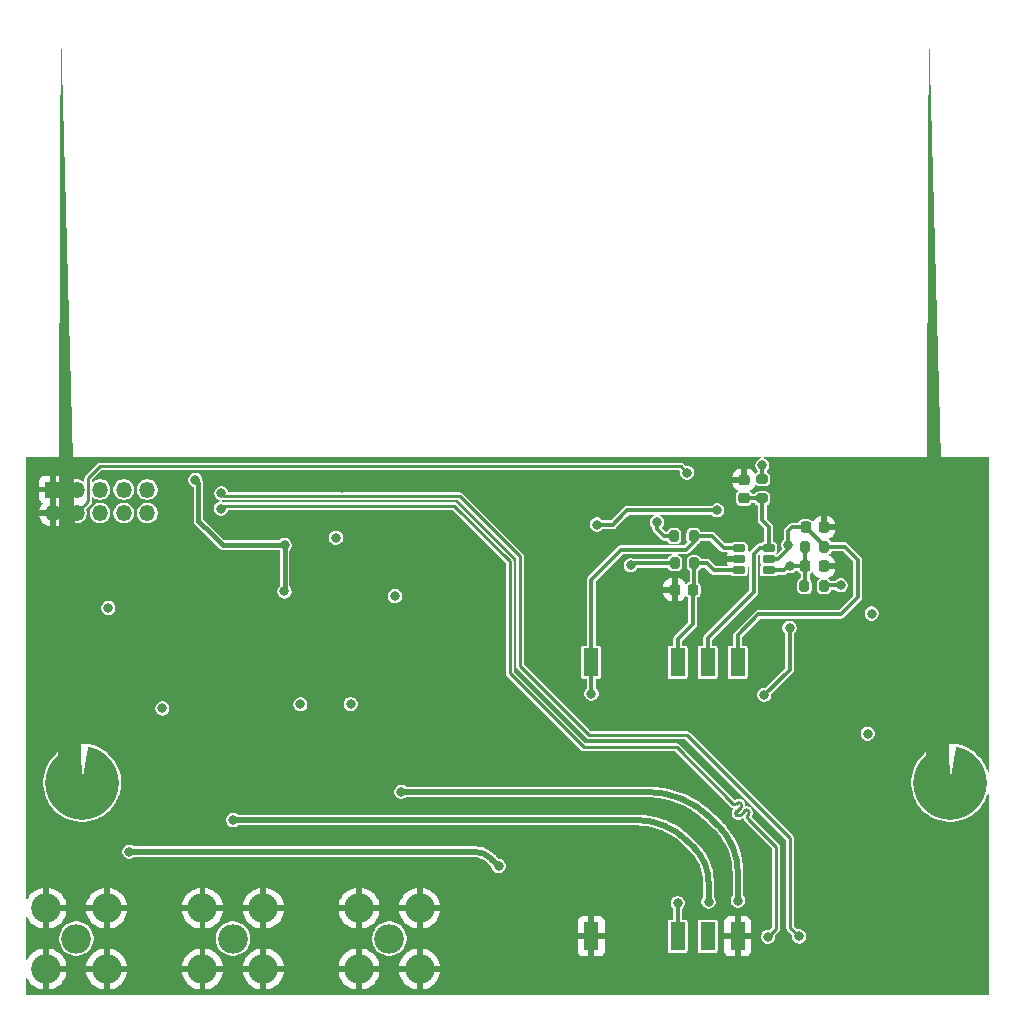
<source format=gbl>
G04 #@! TF.GenerationSoftware,KiCad,Pcbnew,9.0.0*
G04 #@! TF.CreationDate,2025-08-29T11:38:16+03:00*
G04 #@! TF.ProjectId,GSM_PCBSMAFRAHT,47534d5f-5043-4425-934d-414652414854,rev?*
G04 #@! TF.SameCoordinates,Original*
G04 #@! TF.FileFunction,Copper,L4,Bot*
G04 #@! TF.FilePolarity,Positive*
%FSLAX46Y46*%
G04 Gerber Fmt 4.6, Leading zero omitted, Abs format (unit mm)*
G04 Created by KiCad (PCBNEW 9.0.0) date 2025-08-29 11:38:16*
%MOMM*%
%LPD*%
G01*
G04 APERTURE LIST*
G04 Aperture macros list*
%AMRoundRect*
0 Rectangle with rounded corners*
0 $1 Rounding radius*
0 $2 $3 $4 $5 $6 $7 $8 $9 X,Y pos of 4 corners*
0 Add a 4 corners polygon primitive as box body*
4,1,4,$2,$3,$4,$5,$6,$7,$8,$9,$2,$3,0*
0 Add four circle primitives for the rounded corners*
1,1,$1+$1,$2,$3*
1,1,$1+$1,$4,$5*
1,1,$1+$1,$6,$7*
1,1,$1+$1,$8,$9*
0 Add four rect primitives between the rounded corners*
20,1,$1+$1,$2,$3,$4,$5,0*
20,1,$1+$1,$4,$5,$6,$7,0*
20,1,$1+$1,$6,$7,$8,$9,0*
20,1,$1+$1,$8,$9,$2,$3,0*%
%AMFreePoly0*
4,1,57,0.519269,3.056200,0.858190,2.978844,1.186319,2.864027,1.499529,2.713193,1.793881,2.528239,2.065674,2.311491,2.311491,2.065674,2.528239,1.793881,2.713193,1.499529,2.864027,1.186319,2.978844,0.858190,3.056200,0.519269,3.095123,0.173818,3.095123,-0.173818,3.056200,-0.519269,2.978844,-0.858190,2.864027,-1.186319,2.713193,-1.499529,2.528239,-1.793881,2.311491,-2.065674,
2.065674,-2.311491,1.793881,-2.528239,1.499529,-2.713193,1.186319,-2.864027,0.858190,-2.978844,0.519269,-3.056200,0.173818,-3.095123,-0.173818,-3.095123,-0.519269,-3.056200,-0.858190,-2.978844,-1.186319,-2.864027,-1.499529,-2.713193,-1.793881,-2.528239,-2.065674,-2.311491,-2.311491,-2.065674,-2.528239,-1.793881,-2.713193,-1.499529,-2.864027,-1.186319,-2.978844,-0.858190,-3.056200,-0.519269,
-3.095123,-0.173818,-3.095123,0.173818,-3.056200,0.519269,-2.978844,0.858190,-2.864027,1.186319,-2.713193,1.499529,-2.528239,1.793881,-2.311491,2.065674,-2.065674,2.311491,-1.793881,2.528239,-1.499529,2.713193,-1.186319,2.864027,-0.858190,2.978844,-0.519269,3.056200,-0.173818,3.095123,0.173818,3.095123,0.519269,3.056200,0.519269,3.056200,$1*%
G04 Aperture macros list end*
G04 #@! TA.AperFunction,WasherPad*
%ADD10FreePoly0,270.000000*%
G04 #@! TD*
G04 #@! TA.AperFunction,ComponentPad*
%ADD11O,2.500000X2.500000*%
G04 #@! TD*
G04 #@! TA.AperFunction,SMDPad,CuDef*
%ADD12RoundRect,0.225000X-0.225000X-0.250000X0.225000X-0.250000X0.225000X0.250000X-0.225000X0.250000X0*%
G04 #@! TD*
G04 #@! TA.AperFunction,SMDPad,CuDef*
%ADD13RoundRect,0.200000X-0.275000X0.200000X-0.275000X-0.200000X0.275000X-0.200000X0.275000X0.200000X0*%
G04 #@! TD*
G04 #@! TA.AperFunction,SMDPad,CuDef*
%ADD14RoundRect,0.225000X0.225000X0.250000X-0.225000X0.250000X-0.225000X-0.250000X0.225000X-0.250000X0*%
G04 #@! TD*
G04 #@! TA.AperFunction,SMDPad,CuDef*
%ADD15RoundRect,0.130435X-0.419565X0.169565X-0.419565X-0.169565X0.419565X-0.169565X0.419565X0.169565X0*%
G04 #@! TD*
G04 #@! TA.AperFunction,SMDPad,CuDef*
%ADD16RoundRect,0.200000X0.200000X0.275000X-0.200000X0.275000X-0.200000X-0.275000X0.200000X-0.275000X0*%
G04 #@! TD*
G04 #@! TA.AperFunction,SMDPad,CuDef*
%ADD17RoundRect,0.225000X0.250000X-0.225000X0.250000X0.225000X-0.250000X0.225000X-0.250000X-0.225000X0*%
G04 #@! TD*
G04 #@! TA.AperFunction,ComponentPad*
%ADD18R,1.350000X1.350000*%
G04 #@! TD*
G04 #@! TA.AperFunction,ComponentPad*
%ADD19O,1.350000X1.350000*%
G04 #@! TD*
G04 #@! TA.AperFunction,SMDPad,CuDef*
%ADD20RoundRect,0.200000X-0.200000X-0.275000X0.200000X-0.275000X0.200000X0.275000X-0.200000X0.275000X0*%
G04 #@! TD*
G04 #@! TA.AperFunction,SMDPad,CuDef*
%ADD21R,1.300000X2.400000*%
G04 #@! TD*
G04 #@! TA.AperFunction,ViaPad*
%ADD22C,0.800000*%
G04 #@! TD*
G04 #@! TA.AperFunction,Conductor*
%ADD23C,0.350000*%
G04 #@! TD*
G04 #@! TA.AperFunction,Conductor*
%ADD24C,0.508000*%
G04 #@! TD*
G04 #@! TA.AperFunction,Conductor*
%ADD25C,0.250000*%
G04 #@! TD*
G04 #@! TA.AperFunction,Conductor*
%ADD26C,0.400000*%
G04 #@! TD*
G04 APERTURE END LIST*
D10*
X80130000Y-103490000D03*
D11*
X106140000Y-116690000D03*
X103565000Y-114115000D03*
X108715000Y-114115000D03*
X108715000Y-119265000D03*
X103565000Y-119265000D03*
D10*
X153630000Y-103490000D03*
D11*
X92890000Y-116690000D03*
X90315000Y-114115000D03*
X95465000Y-114115000D03*
X95465000Y-119265000D03*
X90315000Y-119265000D03*
X79640000Y-116690000D03*
X77065000Y-114115000D03*
X82215000Y-114115000D03*
X82215000Y-119265000D03*
X77065000Y-119265000D03*
D12*
X141355000Y-85180000D03*
X142905000Y-85180000D03*
D13*
X137710000Y-77780000D03*
X137710000Y-79430000D03*
D14*
X131835000Y-87160000D03*
X130285000Y-87160000D03*
D15*
X135750000Y-85515000D03*
X135750000Y-84565000D03*
X135750000Y-83615000D03*
X138250000Y-83615000D03*
X138250000Y-84565000D03*
X138250000Y-85515000D03*
D16*
X131895000Y-82620000D03*
X130245000Y-82620000D03*
D17*
X136160000Y-79390000D03*
X136160000Y-77840000D03*
D18*
X77650000Y-78670000D03*
D19*
X77650000Y-80670000D03*
X79650000Y-78670000D03*
X79650000Y-80670000D03*
X81650000Y-78670000D03*
X81650000Y-80670000D03*
X83650000Y-78670000D03*
X83650000Y-80670000D03*
X85650000Y-78670000D03*
X85650000Y-80670000D03*
D20*
X130295000Y-84920000D03*
X131945000Y-84920000D03*
D16*
X142975000Y-83520000D03*
X141325000Y-83520000D03*
D21*
X135620000Y-116490000D03*
X133080000Y-116490000D03*
X130540000Y-116490000D03*
X130540000Y-93290000D03*
X133080000Y-93290000D03*
X135620000Y-93290000D03*
X123220000Y-116490000D03*
X123220000Y-93290000D03*
D12*
X141385000Y-81870000D03*
X142935000Y-81870000D03*
D16*
X142935000Y-86860000D03*
X141285000Y-86860000D03*
D22*
X101320000Y-105490000D03*
X97790000Y-107560000D03*
X133160000Y-104690000D03*
X138150000Y-91480000D03*
X105970000Y-107730000D03*
X142300000Y-94370000D03*
X137040000Y-108790000D03*
X122540000Y-105440000D03*
X94290000Y-107550000D03*
X111530000Y-90880000D03*
X102960000Y-107640000D03*
X83090000Y-84850000D03*
X135950000Y-107580000D03*
X137370000Y-111990000D03*
X95950000Y-107620000D03*
X134480000Y-112140000D03*
X101340000Y-107680000D03*
X102110000Y-78515500D03*
X103840000Y-110280000D03*
X88080000Y-110440000D03*
X86520000Y-110470000D03*
X96060000Y-105620000D03*
X118460000Y-102650000D03*
X96550000Y-110300000D03*
X86000000Y-83030000D03*
X137940000Y-94310000D03*
X109690000Y-93460000D03*
X101950000Y-110320000D03*
X131670000Y-106620000D03*
X128780000Y-102670000D03*
X111330000Y-88350000D03*
X124490000Y-108190000D03*
X118440000Y-108110000D03*
X124540000Y-102780000D03*
X118460000Y-105300000D03*
X105880000Y-105580000D03*
X125630000Y-91690000D03*
X134400000Y-110390000D03*
X103010000Y-105530000D03*
X125860000Y-94480000D03*
X108340000Y-105420000D03*
X81370000Y-82710000D03*
X104570000Y-105470000D03*
X120360000Y-108110000D03*
X85120000Y-108110000D03*
X128340000Y-94390000D03*
X131820000Y-112650000D03*
X84920000Y-110470000D03*
X126450000Y-102710000D03*
X137400000Y-110310000D03*
X111100000Y-81590000D03*
X115010000Y-91330000D03*
X89100000Y-82990000D03*
X89430000Y-85200000D03*
X104430000Y-107580000D03*
X108340000Y-107700000D03*
X144610000Y-91490000D03*
X120430000Y-105410000D03*
X122390000Y-102690000D03*
X128680000Y-105350000D03*
X131740000Y-110930000D03*
X116640000Y-108180000D03*
X121130000Y-91430000D03*
X126520000Y-108090000D03*
X132680000Y-107730000D03*
X87630000Y-83040000D03*
X132130000Y-103620000D03*
X116730000Y-105430000D03*
X99620000Y-105580000D03*
X126450000Y-105410000D03*
X100000000Y-110370000D03*
X144690000Y-94460000D03*
X81980000Y-83840000D03*
X128630000Y-108010000D03*
X120570000Y-94560000D03*
X99670000Y-107660000D03*
X86520000Y-108170000D03*
X84330000Y-82480000D03*
X118840000Y-91520000D03*
X122460000Y-108140000D03*
X97790000Y-105600000D03*
X87450000Y-85220000D03*
X116580000Y-102660000D03*
X110630000Y-78050000D03*
X85420000Y-85330000D03*
X120300000Y-102710000D03*
X98340000Y-110370000D03*
X142310000Y-91420000D03*
X94520000Y-105620000D03*
X133780000Y-108790000D03*
X128260000Y-91720000D03*
X124460000Y-105580000D03*
X137390000Y-113820000D03*
X108810000Y-81090000D03*
X88080000Y-108110000D03*
X146970000Y-89170000D03*
X98600000Y-96860000D03*
X102860000Y-96840000D03*
X146630000Y-99340000D03*
X82340000Y-88710000D03*
X86910000Y-97210000D03*
X139930000Y-83350000D03*
X130550000Y-113690000D03*
X140050000Y-85180000D03*
X137885000Y-96055000D03*
X140020000Y-90380000D03*
X115380000Y-110540000D03*
X84120000Y-109340000D03*
X107150000Y-104270000D03*
X135650000Y-113490000D03*
X133160000Y-113560000D03*
X92910000Y-106650000D03*
X131330000Y-77240000D03*
X91910000Y-78990000D03*
X140820000Y-116510000D03*
X89710000Y-77860000D03*
X97270000Y-83370000D03*
X97260000Y-87300000D03*
X91880583Y-80279034D03*
X138210000Y-116530000D03*
X106610000Y-87680000D03*
X101630000Y-82760000D03*
X137710000Y-76620000D03*
X126570000Y-85080000D03*
X128790000Y-81430000D03*
X123250000Y-95950000D03*
X133880000Y-80430000D03*
X123710000Y-81640000D03*
X144360000Y-86770000D03*
D23*
X137710000Y-76620000D02*
X137710000Y-77780000D01*
X145780000Y-84610000D02*
X144690000Y-83520000D01*
X135620000Y-93290000D02*
X135620000Y-91010000D01*
X137390000Y-89240000D02*
X144350000Y-89240000D01*
X144690000Y-83520000D02*
X142975000Y-83520000D01*
X139930000Y-82200000D02*
X140260000Y-81870000D01*
X142975000Y-83460000D02*
X141385000Y-81870000D01*
X142975000Y-83520000D02*
X142975000Y-83460000D01*
X140260000Y-81870000D02*
X141385000Y-81870000D01*
X139930000Y-83710000D02*
X139075000Y-84565000D01*
X139930000Y-83350000D02*
X139930000Y-82200000D01*
X144350000Y-89240000D02*
X145780000Y-87810000D01*
X139075000Y-84565000D02*
X138250000Y-84565000D01*
X139930000Y-83350000D02*
X139930000Y-83710000D01*
X135620000Y-91010000D02*
X137390000Y-89240000D01*
X145780000Y-87810000D02*
X145780000Y-84610000D01*
X131945000Y-84920000D02*
X133030000Y-84920000D01*
X133030000Y-84920000D02*
X133625000Y-85515000D01*
X131835000Y-87160000D02*
X131930000Y-87065000D01*
X131930000Y-84935000D02*
X131945000Y-84920000D01*
X130540000Y-91350000D02*
X131835000Y-90055000D01*
X131930000Y-87065000D02*
X131930000Y-84935000D01*
X130540000Y-93290000D02*
X130540000Y-91350000D01*
X133625000Y-85515000D02*
X135750000Y-85515000D01*
X131835000Y-90055000D02*
X131835000Y-87160000D01*
X137710000Y-79430000D02*
X136200000Y-79430000D01*
X136200000Y-79430000D02*
X136160000Y-79390000D01*
X133080000Y-91280000D02*
X137000000Y-87360000D01*
X133080000Y-93290000D02*
X133080000Y-91280000D01*
X137000000Y-87360000D02*
X137000000Y-84110000D01*
X137495000Y-83615000D02*
X138250000Y-83615000D01*
X137710000Y-81290000D02*
X137710000Y-79430000D01*
X138250000Y-83615000D02*
X138250000Y-81830000D01*
X138250000Y-81830000D02*
X137710000Y-81290000D01*
X137000000Y-84110000D02*
X137495000Y-83615000D01*
X139555000Y-85515000D02*
X139890000Y-85180000D01*
X141355000Y-83550000D02*
X141325000Y-83520000D01*
X130540000Y-116490000D02*
X130540000Y-113700000D01*
X140020000Y-90380000D02*
X140020000Y-93920000D01*
X141355000Y-85180000D02*
X141355000Y-83550000D01*
X140020000Y-93920000D02*
X137885000Y-96055000D01*
X141355000Y-85180000D02*
X141355000Y-86790000D01*
X141355000Y-86790000D02*
X141285000Y-86860000D01*
X138250000Y-85515000D02*
X139555000Y-85515000D01*
X130540000Y-113700000D02*
X130550000Y-113690000D01*
X139890000Y-85180000D02*
X140050000Y-85180000D01*
X140050000Y-85180000D02*
X141355000Y-85180000D01*
D24*
X114780000Y-109940000D02*
X115380000Y-110540000D01*
X113331471Y-109340000D02*
X84120000Y-109340000D01*
X114780000Y-109940000D02*
G75*
G03*
X113331471Y-109340012I-1448500J-1448500D01*
G01*
X127933877Y-104270000D02*
X107150000Y-104270000D01*
X135650000Y-111140000D02*
X135650000Y-113490000D01*
X133390000Y-106530000D02*
X133988299Y-107128299D01*
X133988299Y-107128299D02*
G75*
G02*
X135650001Y-111140000I-4011699J-4011701D01*
G01*
X133390000Y-106530000D02*
G75*
G03*
X127933877Y-104270009I-5456100J-5456100D01*
G01*
X127048557Y-106650000D02*
X92910000Y-106650000D01*
X131982667Y-109052667D02*
X131370000Y-108440000D01*
X133160000Y-111895000D02*
X133160000Y-113560000D01*
X131982667Y-109052667D02*
G75*
G02*
X133159990Y-111895000I-2842367J-2842333D01*
G01*
X131370000Y-108440000D02*
G75*
G03*
X127048557Y-106650018I-4321400J-4321400D01*
G01*
D25*
X80650000Y-77700000D02*
X80650000Y-79670000D01*
X130810000Y-76720000D02*
X81630000Y-76720000D01*
X81630000Y-76720000D02*
X80650000Y-77700000D01*
X80650000Y-79670000D02*
X79650000Y-80670000D01*
X131330000Y-77240000D02*
X130810000Y-76720000D01*
X140080000Y-108190000D02*
X140080000Y-115770000D01*
X117200000Y-93600000D02*
X123040000Y-99440000D01*
X91910000Y-78990000D02*
X92160000Y-79240000D01*
X117200000Y-84340000D02*
X117200000Y-93600000D01*
X112100000Y-79240000D02*
X117200000Y-84340000D01*
X123040000Y-99440000D02*
X131330000Y-99440000D01*
X92160000Y-79240000D02*
X112100000Y-79240000D01*
X140080000Y-115770000D02*
X140820000Y-116510000D01*
X131330000Y-99440000D02*
X140080000Y-108190000D01*
D26*
X92020000Y-83370000D02*
X91120000Y-82470000D01*
X97270000Y-87290000D02*
X97260000Y-87300000D01*
X89970000Y-78120000D02*
X89710000Y-77860000D01*
X97270000Y-83370000D02*
X92020000Y-83370000D01*
X97270000Y-83370000D02*
X97270000Y-87290000D01*
X91120000Y-82470000D02*
X89970000Y-81320000D01*
X89970000Y-79880000D02*
X89970000Y-78120000D01*
X89970000Y-81320000D02*
X89970000Y-79880000D01*
D25*
X116330000Y-94230000D02*
X122600000Y-100500000D01*
X135826039Y-106254948D02*
X136214946Y-105866037D01*
X138870000Y-108910000D02*
X138870000Y-115870000D01*
X136533145Y-106184238D02*
X136533146Y-106184237D01*
X130460000Y-100500000D02*
X135225000Y-105265000D01*
X135826040Y-106254947D02*
X135826039Y-106254948D01*
X136533146Y-106184237D02*
X136497789Y-106219591D01*
X92089617Y-80070000D02*
X111640000Y-80070000D01*
X135896752Y-105547843D02*
X135507841Y-105936750D01*
X116330000Y-84760000D02*
X116330000Y-94230000D01*
X91880583Y-80279034D02*
X92089617Y-80070000D01*
X111640000Y-80070000D02*
X116330000Y-84760000D01*
X138870000Y-115870000D02*
X138210000Y-116530000D01*
X122600000Y-100500000D02*
X130460000Y-100500000D01*
X136497789Y-106537789D02*
X138870000Y-108910000D01*
X135896751Y-105547844D02*
X135896752Y-105547843D01*
X135543199Y-105264999D02*
X135578554Y-105229645D01*
X135578554Y-105229645D02*
G75*
G02*
X135896752Y-105229645I159099J-159099D01*
G01*
X135507841Y-105936750D02*
G75*
G03*
X135507890Y-106254899I159059J-159050D01*
G01*
X135896752Y-105229645D02*
G75*
G02*
X135896707Y-105547800I-159152J-159055D01*
G01*
X135507841Y-106254948D02*
G75*
G03*
X135826000Y-106254907I159059J159148D01*
G01*
X135225000Y-105265000D02*
G75*
G03*
X135543200Y-105265000I159100J159100D01*
G01*
X136533146Y-105866039D02*
G75*
G02*
X136533107Y-106184200I-159146J-159061D01*
G01*
X136214946Y-105866037D02*
G75*
G02*
X136533101Y-105866084I159054J-159063D01*
G01*
X136497789Y-106219591D02*
G75*
G03*
X136497779Y-106537799I159111J-159109D01*
G01*
D23*
X126570000Y-85080000D02*
X126730000Y-84920000D01*
X126730000Y-84920000D02*
X130295000Y-84920000D01*
X128790000Y-81430000D02*
X128790000Y-81990000D01*
X128790000Y-81990000D02*
X129420000Y-82620000D01*
X129420000Y-82620000D02*
X130245000Y-82620000D01*
X123220000Y-86310000D02*
X125750000Y-83780000D01*
X131895000Y-82620000D02*
X133450000Y-82620000D01*
X131220000Y-83780000D02*
X131895000Y-83105000D01*
X134445000Y-83615000D02*
X135750000Y-83615000D01*
X123250000Y-95950000D02*
X123250000Y-93320000D01*
X133450000Y-82620000D02*
X134445000Y-83615000D01*
X131895000Y-83105000D02*
X131895000Y-82620000D01*
X123220000Y-93290000D02*
X123220000Y-86310000D01*
X123250000Y-93320000D02*
X123220000Y-93290000D01*
X125750000Y-83780000D02*
X131220000Y-83780000D01*
X123710000Y-81640000D02*
X125060000Y-81640000D01*
X143025000Y-86770000D02*
X142935000Y-86860000D01*
X126270000Y-80430000D02*
X133880000Y-80430000D01*
X144360000Y-86770000D02*
X143025000Y-86770000D01*
X125930000Y-80770000D02*
X126270000Y-80430000D01*
X125060000Y-81640000D02*
X125930000Y-80770000D01*
G04 #@! TA.AperFunction,Conductor*
G36*
X77900000Y-80354314D02*
G01*
X77895606Y-80349920D01*
X77804394Y-80297259D01*
X77702661Y-80270000D01*
X77597339Y-80270000D01*
X77495606Y-80297259D01*
X77404394Y-80349920D01*
X77400000Y-80354314D01*
X77400000Y-78985686D01*
X77404394Y-78990080D01*
X77495606Y-79042741D01*
X77597339Y-79070000D01*
X77702661Y-79070000D01*
X77804394Y-79042741D01*
X77895606Y-78990080D01*
X77900000Y-78985686D01*
X77900000Y-80354314D01*
G37*
G04 #@! TD.AperFunction*
G04 #@! TA.AperFunction,Conductor*
G36*
X137550472Y-75949395D02*
G01*
X137563154Y-75951065D01*
X137567184Y-75956318D01*
X137573302Y-75958852D01*
X137578197Y-75970670D01*
X137585984Y-75980818D01*
X137585119Y-75987382D01*
X137587654Y-75993500D01*
X137582758Y-76005318D01*
X137581089Y-76018000D01*
X137575835Y-76022030D01*
X137573302Y-76028148D01*
X137551336Y-76040830D01*
X137478217Y-76060422D01*
X137478213Y-76060423D01*
X137341290Y-76139475D01*
X137341281Y-76139482D01*
X137229482Y-76251281D01*
X137229475Y-76251290D01*
X137150423Y-76388213D01*
X137150422Y-76388217D01*
X137109500Y-76540939D01*
X137109500Y-76699060D01*
X137150422Y-76851782D01*
X137150423Y-76851786D01*
X137229475Y-76988709D01*
X137229482Y-76988718D01*
X137320148Y-77079384D01*
X137334500Y-77114032D01*
X137334500Y-77151688D01*
X137320148Y-77186336D01*
X137307746Y-77195347D01*
X137196662Y-77251946D01*
X137142279Y-77306329D01*
X137107631Y-77320680D01*
X137072982Y-77306328D01*
X137065926Y-77297404D01*
X136982571Y-77162266D01*
X136862733Y-77042428D01*
X136718484Y-76953453D01*
X136557603Y-76900143D01*
X136458317Y-76890000D01*
X136410000Y-76890000D01*
X136410000Y-77791000D01*
X136395648Y-77825648D01*
X136361000Y-77840000D01*
X136160000Y-77840000D01*
X136160000Y-78041000D01*
X136145648Y-78075648D01*
X136111000Y-78090000D01*
X135185001Y-78090000D01*
X135185001Y-78113316D01*
X135195143Y-78212603D01*
X135248453Y-78373484D01*
X135337428Y-78517733D01*
X135457266Y-78637571D01*
X135601515Y-78726546D01*
X135635160Y-78737695D01*
X135663535Y-78762217D01*
X135666260Y-78799621D01*
X135654395Y-78818856D01*
X135561473Y-78911778D01*
X135561467Y-78911786D01*
X135500282Y-79031870D01*
X135500281Y-79031872D01*
X135500281Y-79031874D01*
X135484500Y-79131512D01*
X135484500Y-79648488D01*
X135500281Y-79748126D01*
X135500281Y-79748127D01*
X135500282Y-79748129D01*
X135561467Y-79868213D01*
X135561472Y-79868220D01*
X135656779Y-79963527D01*
X135656786Y-79963532D01*
X135757116Y-80014652D01*
X135776874Y-80024719D01*
X135876512Y-80040500D01*
X135876514Y-80040500D01*
X136443486Y-80040500D01*
X136443488Y-80040500D01*
X136543126Y-80024719D01*
X136611356Y-79989954D01*
X136663213Y-79963532D01*
X136663215Y-79963530D01*
X136663220Y-79963528D01*
X136758528Y-79868220D01*
X136776853Y-79832253D01*
X136805369Y-79807898D01*
X136820512Y-79805500D01*
X137044903Y-79805500D01*
X137079551Y-79819852D01*
X137088562Y-79832254D01*
X137106887Y-79868220D01*
X137106950Y-79868342D01*
X137106953Y-79868345D01*
X137196657Y-79958049D01*
X137196664Y-79958054D01*
X137307745Y-80014652D01*
X137332102Y-80043169D01*
X137334500Y-80058311D01*
X137334500Y-81240564D01*
X137334500Y-81339436D01*
X137341827Y-81366780D01*
X137360089Y-81434937D01*
X137360090Y-81434940D01*
X137409525Y-81520562D01*
X137860148Y-81971185D01*
X137874500Y-82005833D01*
X137874500Y-83065500D01*
X137860148Y-83100148D01*
X137825500Y-83114500D01*
X137791658Y-83114500D01*
X137785314Y-83115335D01*
X137743462Y-83120844D01*
X137637690Y-83170166D01*
X137610200Y-83197657D01*
X137582708Y-83225148D01*
X137548061Y-83239500D01*
X137445561Y-83239500D01*
X137350064Y-83265088D01*
X137350060Y-83265089D01*
X137264436Y-83314525D01*
X136769438Y-83809525D01*
X136699526Y-83879437D01*
X136699525Y-83879437D01*
X136674944Y-83922013D01*
X136645191Y-83944844D01*
X136608009Y-83939948D01*
X136597861Y-83932161D01*
X136559034Y-83893334D01*
X136559029Y-83893330D01*
X136524042Y-83872639D01*
X136501524Y-83842649D01*
X136500458Y-83824945D01*
X136500395Y-83824941D01*
X136500427Y-83824441D01*
X136500405Y-83824063D01*
X136500500Y-83823342D01*
X136500500Y-83406658D01*
X136494155Y-83358461D01*
X136444833Y-83252690D01*
X136444832Y-83252689D01*
X136444831Y-83252687D01*
X136362312Y-83170168D01*
X136362310Y-83170167D01*
X136256537Y-83120844D01*
X136256538Y-83120844D01*
X136219553Y-83115976D01*
X136208342Y-83114500D01*
X135291658Y-83114500D01*
X135285314Y-83115335D01*
X135243462Y-83120844D01*
X135137690Y-83170166D01*
X135110200Y-83197657D01*
X135082708Y-83225148D01*
X135048061Y-83239500D01*
X134620833Y-83239500D01*
X134586185Y-83225148D01*
X133680562Y-82319525D01*
X133594940Y-82270090D01*
X133594937Y-82270089D01*
X133531628Y-82253126D01*
X133520897Y-82250250D01*
X133499438Y-82244500D01*
X133499436Y-82244500D01*
X133499435Y-82244500D01*
X132523311Y-82244500D01*
X132488663Y-82230148D01*
X132479652Y-82217745D01*
X132423054Y-82106664D01*
X132423049Y-82106657D01*
X132333342Y-82016950D01*
X132333335Y-82016945D01*
X132220308Y-81959355D01*
X132220305Y-81959354D01*
X132220304Y-81959354D01*
X132126519Y-81944500D01*
X132126517Y-81944500D01*
X131663482Y-81944500D01*
X131569696Y-81959353D01*
X131456664Y-82016945D01*
X131456657Y-82016950D01*
X131366950Y-82106657D01*
X131366945Y-82106664D01*
X131309355Y-82219690D01*
X131309355Y-82219692D01*
X131309354Y-82219694D01*
X131309354Y-82219696D01*
X131301030Y-82272255D01*
X131294500Y-82313482D01*
X131294500Y-82926517D01*
X131309353Y-83020303D01*
X131340212Y-83080867D01*
X131343155Y-83118254D01*
X131331201Y-83137760D01*
X131078815Y-83390148D01*
X131044167Y-83404500D01*
X125700562Y-83404500D01*
X125677930Y-83410565D01*
X125677929Y-83410565D01*
X125605063Y-83430089D01*
X125605059Y-83430090D01*
X125519437Y-83479525D01*
X125519437Y-83479526D01*
X122919526Y-86079437D01*
X122919525Y-86079437D01*
X122870091Y-86165058D01*
X122870090Y-86165062D01*
X122857936Y-86210423D01*
X122857936Y-86210424D01*
X122845470Y-86256946D01*
X122845469Y-86256949D01*
X122844500Y-86260564D01*
X122844500Y-91840500D01*
X122830148Y-91875148D01*
X122795500Y-91889500D01*
X122550252Y-91889500D01*
X122491769Y-91901133D01*
X122425447Y-91945447D01*
X122381133Y-92011769D01*
X122369500Y-92070252D01*
X122369500Y-94509748D01*
X122381133Y-94568231D01*
X122398882Y-94594795D01*
X122425447Y-94634552D01*
X122452012Y-94652301D01*
X122491769Y-94678867D01*
X122550252Y-94690500D01*
X122825500Y-94690500D01*
X122860148Y-94704852D01*
X122874500Y-94739500D01*
X122874500Y-95455968D01*
X122860148Y-95490616D01*
X122769482Y-95581281D01*
X122769475Y-95581290D01*
X122690423Y-95718213D01*
X122690422Y-95718217D01*
X122649500Y-95870939D01*
X122649500Y-96029060D01*
X122690422Y-96181782D01*
X122690423Y-96181786D01*
X122769475Y-96318709D01*
X122769478Y-96318713D01*
X122769480Y-96318716D01*
X122881284Y-96430520D01*
X122881287Y-96430521D01*
X122881290Y-96430524D01*
X123018213Y-96509576D01*
X123018215Y-96509576D01*
X123018216Y-96509577D01*
X123115026Y-96535517D01*
X123170939Y-96550499D01*
X123170940Y-96550500D01*
X123170943Y-96550500D01*
X123329060Y-96550500D01*
X123329060Y-96550499D01*
X123481784Y-96509577D01*
X123618716Y-96430520D01*
X123730520Y-96318716D01*
X123809577Y-96181784D01*
X123850499Y-96029060D01*
X123850500Y-96029060D01*
X123850500Y-95975939D01*
X137284500Y-95975939D01*
X137284500Y-96134060D01*
X137325422Y-96286782D01*
X137325423Y-96286786D01*
X137404475Y-96423709D01*
X137404478Y-96423713D01*
X137404480Y-96423716D01*
X137516284Y-96535520D01*
X137516287Y-96535521D01*
X137516290Y-96535524D01*
X137653213Y-96614576D01*
X137653215Y-96614576D01*
X137653216Y-96614577D01*
X137773665Y-96646851D01*
X137805939Y-96655499D01*
X137805940Y-96655500D01*
X137805943Y-96655500D01*
X137964060Y-96655500D01*
X137964060Y-96655499D01*
X138116784Y-96614577D01*
X138253716Y-96535520D01*
X138365520Y-96423716D01*
X138444577Y-96286784D01*
X138485499Y-96134060D01*
X138485500Y-96134060D01*
X138485500Y-96005833D01*
X138499852Y-95971185D01*
X140320473Y-94150564D01*
X140320474Y-94150563D01*
X140347149Y-94104361D01*
X140369910Y-94064938D01*
X140382705Y-94017186D01*
X140395500Y-93969437D01*
X140395500Y-90874032D01*
X140409852Y-90839384D01*
X140500520Y-90748716D01*
X140579577Y-90611784D01*
X140620499Y-90459060D01*
X140620500Y-90459060D01*
X140620500Y-90300940D01*
X140620499Y-90300939D01*
X140593436Y-90199938D01*
X140579577Y-90148216D01*
X140579576Y-90148215D01*
X140579576Y-90148213D01*
X140500524Y-90011290D01*
X140500521Y-90011287D01*
X140500520Y-90011284D01*
X140388716Y-89899480D01*
X140388713Y-89899478D01*
X140388709Y-89899475D01*
X140251786Y-89820423D01*
X140251782Y-89820422D01*
X140099060Y-89779500D01*
X140099057Y-89779500D01*
X139940943Y-89779500D01*
X139940940Y-89779500D01*
X139788217Y-89820422D01*
X139788213Y-89820423D01*
X139651290Y-89899475D01*
X139651281Y-89899482D01*
X139539482Y-90011281D01*
X139539475Y-90011290D01*
X139460423Y-90148213D01*
X139460422Y-90148217D01*
X139419500Y-90300939D01*
X139419500Y-90459060D01*
X139460422Y-90611782D01*
X139460423Y-90611786D01*
X139539475Y-90748709D01*
X139539482Y-90748718D01*
X139630148Y-90839384D01*
X139644500Y-90874032D01*
X139644500Y-93744167D01*
X139630148Y-93778815D01*
X137968815Y-95440148D01*
X137934167Y-95454500D01*
X137805940Y-95454500D01*
X137653217Y-95495422D01*
X137653213Y-95495423D01*
X137516290Y-95574475D01*
X137516281Y-95574482D01*
X137404482Y-95686281D01*
X137404475Y-95686290D01*
X137325423Y-95823213D01*
X137325422Y-95823217D01*
X137284500Y-95975939D01*
X123850500Y-95975939D01*
X123850500Y-95870940D01*
X123850499Y-95870939D01*
X123809577Y-95718217D01*
X123809576Y-95718213D01*
X123730524Y-95581290D01*
X123730521Y-95581287D01*
X123730520Y-95581284D01*
X123639852Y-95490616D01*
X123625500Y-95455968D01*
X123625500Y-94739500D01*
X123639852Y-94704852D01*
X123674500Y-94690500D01*
X123889745Y-94690500D01*
X123889748Y-94690500D01*
X123948231Y-94678867D01*
X124014552Y-94634552D01*
X124058867Y-94568231D01*
X124070500Y-94509748D01*
X124070500Y-92070252D01*
X124058867Y-92011769D01*
X124032301Y-91972012D01*
X124014552Y-91945447D01*
X123974795Y-91918882D01*
X123948231Y-91901133D01*
X123889748Y-91889500D01*
X123889745Y-91889500D01*
X123644500Y-91889500D01*
X123609852Y-91875148D01*
X123595500Y-91840500D01*
X123595500Y-87458316D01*
X129335001Y-87458316D01*
X129345143Y-87557603D01*
X129398453Y-87718484D01*
X129487428Y-87862733D01*
X129607266Y-87982571D01*
X129751515Y-88071546D01*
X129912396Y-88124856D01*
X130011670Y-88134998D01*
X130011694Y-88134999D01*
X130034999Y-88134998D01*
X130035000Y-88134998D01*
X130035000Y-87410000D01*
X129335001Y-87410000D01*
X129335001Y-87458316D01*
X123595500Y-87458316D01*
X123595500Y-86861682D01*
X129335000Y-86861682D01*
X129335000Y-86910000D01*
X130035000Y-86910000D01*
X130035000Y-86185000D01*
X130034999Y-86184999D01*
X130011684Y-86185000D01*
X129912396Y-86195143D01*
X129751515Y-86248453D01*
X129607266Y-86337428D01*
X129487428Y-86457266D01*
X129398453Y-86601515D01*
X129345143Y-86762396D01*
X129335000Y-86861682D01*
X123595500Y-86861682D01*
X123595500Y-86485833D01*
X123609852Y-86451185D01*
X125891185Y-84169852D01*
X125925833Y-84155500D01*
X130002802Y-84155500D01*
X130037450Y-84169852D01*
X130051802Y-84204500D01*
X130037450Y-84239148D01*
X130010466Y-84252897D01*
X129969696Y-84259353D01*
X129856664Y-84316945D01*
X129856657Y-84316950D01*
X129766950Y-84406657D01*
X129766946Y-84406662D01*
X129710347Y-84517746D01*
X129681830Y-84542102D01*
X129666688Y-84544500D01*
X126856616Y-84544500D01*
X126832116Y-84537935D01*
X126816870Y-84529133D01*
X126801784Y-84520423D01*
X126801781Y-84520422D01*
X126801779Y-84520421D01*
X126649060Y-84479500D01*
X126649057Y-84479500D01*
X126490943Y-84479500D01*
X126490940Y-84479500D01*
X126338217Y-84520422D01*
X126338213Y-84520423D01*
X126201290Y-84599475D01*
X126201281Y-84599482D01*
X126089482Y-84711281D01*
X126089475Y-84711290D01*
X126010423Y-84848213D01*
X126010422Y-84848217D01*
X125969500Y-85000939D01*
X125969500Y-85159060D01*
X126010422Y-85311782D01*
X126010423Y-85311786D01*
X126089475Y-85448709D01*
X126089478Y-85448713D01*
X126089480Y-85448716D01*
X126201284Y-85560520D01*
X126201287Y-85560521D01*
X126201290Y-85560524D01*
X126338213Y-85639576D01*
X126338215Y-85639576D01*
X126338216Y-85639577D01*
X126456429Y-85671252D01*
X126490939Y-85680499D01*
X126490940Y-85680500D01*
X126490943Y-85680500D01*
X126649060Y-85680500D01*
X126649060Y-85680499D01*
X126801784Y-85639577D01*
X126938716Y-85560520D01*
X127050520Y-85448716D01*
X127124834Y-85319997D01*
X127154585Y-85297170D01*
X127167268Y-85295500D01*
X129666689Y-85295500D01*
X129701337Y-85309852D01*
X129710348Y-85322255D01*
X129766945Y-85433335D01*
X129766950Y-85433342D01*
X129856657Y-85523049D01*
X129856664Y-85523054D01*
X129969691Y-85580644D01*
X129969692Y-85580644D01*
X129969696Y-85580646D01*
X130063481Y-85595500D01*
X130526518Y-85595499D01*
X130620304Y-85580646D01*
X130712258Y-85533793D01*
X130733335Y-85523054D01*
X130733337Y-85523052D01*
X130733342Y-85523050D01*
X130823050Y-85433342D01*
X130879652Y-85322255D01*
X130880644Y-85320309D01*
X130880644Y-85320307D01*
X130880646Y-85320304D01*
X130895500Y-85226519D01*
X130895499Y-84613482D01*
X130893281Y-84599480D01*
X130880646Y-84519696D01*
X130823054Y-84406664D01*
X130823049Y-84406657D01*
X130733342Y-84316950D01*
X130733335Y-84316945D01*
X130620308Y-84259355D01*
X130620305Y-84259354D01*
X130620304Y-84259354D01*
X130579530Y-84252896D01*
X130547556Y-84233301D01*
X130538801Y-84196834D01*
X130558397Y-84164858D01*
X130587198Y-84155500D01*
X131269438Y-84155500D01*
X131298655Y-84147670D01*
X131317186Y-84142705D01*
X131364938Y-84129910D01*
X131450562Y-84080475D01*
X131520475Y-84010562D01*
X132195474Y-83335563D01*
X132196088Y-83334500D01*
X132222790Y-83288248D01*
X132242975Y-83269093D01*
X132333342Y-83223050D01*
X132423050Y-83133342D01*
X132423054Y-83133335D01*
X132479653Y-83022254D01*
X132508170Y-82997898D01*
X132523312Y-82995500D01*
X133274167Y-82995500D01*
X133308815Y-83009852D01*
X134144525Y-83845562D01*
X134214438Y-83915475D01*
X134226180Y-83922254D01*
X134300059Y-83964909D01*
X134300062Y-83964910D01*
X134346339Y-83977310D01*
X134362747Y-83981706D01*
X134395562Y-83990500D01*
X134395564Y-83990500D01*
X134395565Y-83990500D01*
X134751574Y-83990500D01*
X134786222Y-84004852D01*
X134800574Y-84039500D01*
X134793750Y-84064443D01*
X134747252Y-84143065D01*
X134702811Y-84296028D01*
X134702811Y-84296030D01*
X134701319Y-84315000D01*
X135701000Y-84315000D01*
X135735648Y-84329352D01*
X135750000Y-84364000D01*
X135750000Y-84766000D01*
X135735648Y-84800648D01*
X135701000Y-84815000D01*
X134701320Y-84815000D01*
X134702811Y-84833966D01*
X134702812Y-84833975D01*
X134747252Y-84986934D01*
X134793750Y-85065557D01*
X134799035Y-85102685D01*
X134776517Y-85132676D01*
X134751574Y-85139500D01*
X133800833Y-85139500D01*
X133766185Y-85125148D01*
X133260562Y-84619525D01*
X133174940Y-84570090D01*
X133174937Y-84570089D01*
X133127186Y-84557295D01*
X133079438Y-84544500D01*
X133079436Y-84544500D01*
X133079435Y-84544500D01*
X132573311Y-84544500D01*
X132538663Y-84530148D01*
X132529652Y-84517745D01*
X132473054Y-84406664D01*
X132473049Y-84406657D01*
X132383342Y-84316950D01*
X132383335Y-84316945D01*
X132270308Y-84259355D01*
X132270305Y-84259354D01*
X132270304Y-84259354D01*
X132176519Y-84244500D01*
X132176517Y-84244500D01*
X131713482Y-84244500D01*
X131619696Y-84259353D01*
X131506664Y-84316945D01*
X131506657Y-84316950D01*
X131416950Y-84406657D01*
X131416945Y-84406664D01*
X131359355Y-84519690D01*
X131359355Y-84519692D01*
X131359354Y-84519694D01*
X131359354Y-84519696D01*
X131349882Y-84579500D01*
X131344500Y-84613480D01*
X131344500Y-85226517D01*
X131359353Y-85320303D01*
X131416945Y-85433335D01*
X131416950Y-85433342D01*
X131506658Y-85523050D01*
X131527744Y-85533793D01*
X131552101Y-85562310D01*
X131554500Y-85577453D01*
X131554500Y-86446136D01*
X131540148Y-86480784D01*
X131513166Y-86494532D01*
X131476874Y-86500281D01*
X131476872Y-86500281D01*
X131476870Y-86500282D01*
X131476868Y-86500282D01*
X131356786Y-86561467D01*
X131356778Y-86561473D01*
X131263856Y-86654395D01*
X131229208Y-86668747D01*
X131194560Y-86654395D01*
X131182695Y-86635160D01*
X131171546Y-86601515D01*
X131082571Y-86457266D01*
X130962733Y-86337428D01*
X130818484Y-86248453D01*
X130657603Y-86195143D01*
X130558317Y-86185000D01*
X130535000Y-86185000D01*
X130535000Y-88134999D01*
X130558316Y-88134999D01*
X130657603Y-88124856D01*
X130818484Y-88071546D01*
X130962733Y-87982571D01*
X131082571Y-87862733D01*
X131171546Y-87718484D01*
X131171547Y-87718482D01*
X131182695Y-87684840D01*
X131207216Y-87656464D01*
X131244620Y-87653739D01*
X131263856Y-87665604D01*
X131356780Y-87758528D01*
X131432747Y-87797235D01*
X131457101Y-87825749D01*
X131459500Y-87840892D01*
X131459500Y-89879167D01*
X131445148Y-89913815D01*
X130239526Y-91119437D01*
X130239525Y-91119437D01*
X130190092Y-91205058D01*
X130190090Y-91205062D01*
X130164500Y-91300562D01*
X130164500Y-91840500D01*
X130150148Y-91875148D01*
X130115500Y-91889500D01*
X129870252Y-91889500D01*
X129811769Y-91901133D01*
X129745447Y-91945447D01*
X129701133Y-92011769D01*
X129689500Y-92070252D01*
X129689500Y-94509748D01*
X129701133Y-94568231D01*
X129718882Y-94594795D01*
X129745447Y-94634552D01*
X129772012Y-94652301D01*
X129811769Y-94678867D01*
X129870252Y-94690500D01*
X129870255Y-94690500D01*
X131209745Y-94690500D01*
X131209748Y-94690500D01*
X131268231Y-94678867D01*
X131334552Y-94634552D01*
X131378867Y-94568231D01*
X131390500Y-94509748D01*
X131390500Y-92070252D01*
X131378867Y-92011769D01*
X131352301Y-91972012D01*
X131334552Y-91945447D01*
X131294795Y-91918882D01*
X131268231Y-91901133D01*
X131209748Y-91889500D01*
X131209745Y-91889500D01*
X130964500Y-91889500D01*
X130929852Y-91875148D01*
X130915500Y-91840500D01*
X130915500Y-91525833D01*
X130929852Y-91491185D01*
X132135474Y-90285563D01*
X132135475Y-90285562D01*
X132184911Y-90199937D01*
X132210499Y-90104439D01*
X132210500Y-90104439D01*
X132210500Y-87840892D01*
X132224852Y-87806244D01*
X132237246Y-87797237D01*
X132313220Y-87758528D01*
X132408528Y-87663220D01*
X132411971Y-87656464D01*
X132445549Y-87590563D01*
X132469719Y-87543126D01*
X132485500Y-87443488D01*
X132485500Y-86876512D01*
X132469719Y-86776874D01*
X132462342Y-86762396D01*
X132408532Y-86656786D01*
X132408526Y-86656778D01*
X132319852Y-86568103D01*
X132305500Y-86533455D01*
X132305500Y-85592739D01*
X132319852Y-85558091D01*
X132332251Y-85549081D01*
X132383342Y-85523050D01*
X132473050Y-85433342D01*
X132529652Y-85322255D01*
X132529653Y-85322254D01*
X132558170Y-85297898D01*
X132573312Y-85295500D01*
X132854167Y-85295500D01*
X132888815Y-85309852D01*
X133324525Y-85745562D01*
X133394438Y-85815475D01*
X133421096Y-85830866D01*
X133480059Y-85864909D01*
X133480062Y-85864910D01*
X133526339Y-85877310D01*
X133542747Y-85881706D01*
X133575562Y-85890500D01*
X133575564Y-85890500D01*
X133575565Y-85890500D01*
X135048061Y-85890500D01*
X135082709Y-85904852D01*
X135137690Y-85959833D01*
X135243461Y-86009155D01*
X135291658Y-86015500D01*
X135291662Y-86015500D01*
X136208338Y-86015500D01*
X136208342Y-86015500D01*
X136256539Y-86009155D01*
X136362310Y-85959833D01*
X136444833Y-85877310D01*
X136494155Y-85771539D01*
X136500500Y-85723342D01*
X136500500Y-85306658D01*
X136500404Y-85305929D01*
X136500442Y-85305785D01*
X136500395Y-85305059D01*
X136500641Y-85305042D01*
X136510111Y-85269705D01*
X136524043Y-85257358D01*
X136550558Y-85241678D01*
X136587687Y-85236395D01*
X136617677Y-85258913D01*
X136624500Y-85283855D01*
X136624500Y-87184167D01*
X136610148Y-87218815D01*
X132779526Y-91049437D01*
X132779525Y-91049437D01*
X132730090Y-91135059D01*
X132730090Y-91135061D01*
X132717294Y-91182814D01*
X132711335Y-91205058D01*
X132711334Y-91205062D01*
X132704500Y-91230565D01*
X132704500Y-91840500D01*
X132690148Y-91875148D01*
X132655500Y-91889500D01*
X132410252Y-91889500D01*
X132351769Y-91901133D01*
X132285447Y-91945447D01*
X132241133Y-92011769D01*
X132229500Y-92070252D01*
X132229500Y-94509748D01*
X132241133Y-94568231D01*
X132258882Y-94594795D01*
X132285447Y-94634552D01*
X132312012Y-94652301D01*
X132351769Y-94678867D01*
X132410252Y-94690500D01*
X132410255Y-94690500D01*
X133749745Y-94690500D01*
X133749748Y-94690500D01*
X133808231Y-94678867D01*
X133874552Y-94634552D01*
X133918867Y-94568231D01*
X133930500Y-94509748D01*
X133930500Y-92070252D01*
X133918867Y-92011769D01*
X133892301Y-91972012D01*
X133874552Y-91945447D01*
X133834795Y-91918882D01*
X133808231Y-91901133D01*
X133749748Y-91889500D01*
X133749745Y-91889500D01*
X133504500Y-91889500D01*
X133469852Y-91875148D01*
X133455500Y-91840500D01*
X133455500Y-91455833D01*
X133469852Y-91421185D01*
X137300473Y-87590564D01*
X137300474Y-87590563D01*
X137327862Y-87543126D01*
X137349910Y-87504938D01*
X137365109Y-87448216D01*
X137375500Y-87409437D01*
X137375500Y-84285833D01*
X137389852Y-84251185D01*
X137422547Y-84218490D01*
X137460739Y-84180297D01*
X137495386Y-84165946D01*
X137530034Y-84180298D01*
X137544386Y-84214946D01*
X137539795Y-84235654D01*
X137505844Y-84308461D01*
X137499500Y-84356659D01*
X137499500Y-84773340D01*
X137505844Y-84821537D01*
X137555167Y-84927310D01*
X137555168Y-84927312D01*
X137633208Y-85005352D01*
X137647560Y-85040000D01*
X137633208Y-85074648D01*
X137555168Y-85152687D01*
X137555167Y-85152689D01*
X137505844Y-85258462D01*
X137499500Y-85306659D01*
X137499500Y-85723340D01*
X137505844Y-85771537D01*
X137555167Y-85877310D01*
X137555168Y-85877312D01*
X137637687Y-85959831D01*
X137637689Y-85959832D01*
X137637690Y-85959833D01*
X137743461Y-86009155D01*
X137791658Y-86015500D01*
X137791662Y-86015500D01*
X138708338Y-86015500D01*
X138708342Y-86015500D01*
X138756539Y-86009155D01*
X138862310Y-85959833D01*
X138917291Y-85904851D01*
X138951939Y-85890500D01*
X139604438Y-85890500D01*
X139637252Y-85881706D01*
X139653661Y-85877310D01*
X139699938Y-85864910D01*
X139785562Y-85815475D01*
X139832318Y-85768718D01*
X139866965Y-85754367D01*
X139879645Y-85756036D01*
X139914033Y-85765250D01*
X139970941Y-85780500D01*
X139970943Y-85780500D01*
X140129060Y-85780500D01*
X140129060Y-85780499D01*
X140281784Y-85739577D01*
X140418716Y-85660520D01*
X140509384Y-85569852D01*
X140544032Y-85555500D01*
X140686368Y-85555500D01*
X140721016Y-85569852D01*
X140730027Y-85582255D01*
X140781467Y-85683213D01*
X140781472Y-85683220D01*
X140876780Y-85778528D01*
X140952747Y-85817235D01*
X140977101Y-85845749D01*
X140979500Y-85860892D01*
X140979500Y-86159235D01*
X140965148Y-86193883D01*
X140952746Y-86202894D01*
X140846662Y-86256946D01*
X140846657Y-86256950D01*
X140756950Y-86346657D01*
X140756945Y-86346664D01*
X140699355Y-86459690D01*
X140699355Y-86459692D01*
X140699354Y-86459694D01*
X140699354Y-86459696D01*
X140692926Y-86500281D01*
X140684500Y-86553482D01*
X140684500Y-87166517D01*
X140699353Y-87260303D01*
X140756945Y-87373335D01*
X140756950Y-87373342D01*
X140846657Y-87463049D01*
X140846664Y-87463054D01*
X140959691Y-87520644D01*
X140959692Y-87520644D01*
X140959696Y-87520646D01*
X141053481Y-87535500D01*
X141516518Y-87535499D01*
X141610304Y-87520646D01*
X141671387Y-87489522D01*
X141723335Y-87463054D01*
X141723337Y-87463052D01*
X141723342Y-87463050D01*
X141813050Y-87373342D01*
X141813054Y-87373335D01*
X141870644Y-87260309D01*
X141870644Y-87260307D01*
X141870646Y-87260304D01*
X141885500Y-87166519D01*
X141885499Y-86553482D01*
X141870646Y-86459696D01*
X141840887Y-86401290D01*
X141813054Y-86346664D01*
X141813049Y-86346657D01*
X141744852Y-86278460D01*
X141730500Y-86243812D01*
X141730500Y-85860892D01*
X141744852Y-85826244D01*
X141757246Y-85817237D01*
X141833220Y-85778528D01*
X141926144Y-85685603D01*
X141960791Y-85671252D01*
X141995439Y-85685604D01*
X142007304Y-85704839D01*
X142018453Y-85738483D01*
X142018453Y-85738484D01*
X142107428Y-85882733D01*
X142227266Y-86002571D01*
X142371515Y-86091546D01*
X142371518Y-86091547D01*
X142532669Y-86144946D01*
X142561045Y-86169468D01*
X142563770Y-86206871D01*
X142539503Y-86235118D01*
X142496662Y-86256946D01*
X142496657Y-86256950D01*
X142406950Y-86346657D01*
X142406945Y-86346664D01*
X142349355Y-86459690D01*
X142349355Y-86459692D01*
X142349354Y-86459694D01*
X142349354Y-86459696D01*
X142342926Y-86500281D01*
X142334500Y-86553482D01*
X142334500Y-87166517D01*
X142349353Y-87260303D01*
X142406945Y-87373335D01*
X142406950Y-87373342D01*
X142496657Y-87463049D01*
X142496664Y-87463054D01*
X142609691Y-87520644D01*
X142609692Y-87520644D01*
X142609696Y-87520646D01*
X142703481Y-87535500D01*
X143166518Y-87535499D01*
X143260304Y-87520646D01*
X143321387Y-87489522D01*
X143373335Y-87463054D01*
X143373337Y-87463052D01*
X143373342Y-87463050D01*
X143463050Y-87373342D01*
X143463054Y-87373335D01*
X143520644Y-87260309D01*
X143520644Y-87260307D01*
X143520646Y-87260304D01*
X143532282Y-87186833D01*
X143551878Y-87154858D01*
X143580679Y-87145500D01*
X143865968Y-87145500D01*
X143900616Y-87159852D01*
X143991284Y-87250520D01*
X143991287Y-87250521D01*
X143991290Y-87250524D01*
X144128213Y-87329576D01*
X144128215Y-87329576D01*
X144128216Y-87329577D01*
X144248665Y-87361851D01*
X144280939Y-87370499D01*
X144280940Y-87370500D01*
X144280943Y-87370500D01*
X144439060Y-87370500D01*
X144439060Y-87370499D01*
X144591784Y-87329577D01*
X144728716Y-87250520D01*
X144840520Y-87138716D01*
X144919577Y-87001784D01*
X144960499Y-86849060D01*
X144960500Y-86849060D01*
X144960500Y-86690940D01*
X144960499Y-86690939D01*
X144927585Y-86568103D01*
X144919577Y-86538216D01*
X144919576Y-86538215D01*
X144919576Y-86538213D01*
X144840524Y-86401290D01*
X144840521Y-86401287D01*
X144840520Y-86401284D01*
X144728716Y-86289480D01*
X144728713Y-86289478D01*
X144728709Y-86289475D01*
X144591786Y-86210423D01*
X144591782Y-86210422D01*
X144439060Y-86169500D01*
X144439057Y-86169500D01*
X144280943Y-86169500D01*
X144280940Y-86169500D01*
X144128217Y-86210422D01*
X144128213Y-86210423D01*
X143991290Y-86289475D01*
X143991281Y-86289482D01*
X143900616Y-86380148D01*
X143865968Y-86394500D01*
X143517454Y-86394500D01*
X143482806Y-86380148D01*
X143473795Y-86367746D01*
X143463051Y-86346660D01*
X143463050Y-86346658D01*
X143373342Y-86256950D01*
X143373337Y-86256946D01*
X143306853Y-86223071D01*
X143282497Y-86194554D01*
X143285440Y-86157166D01*
X143313687Y-86132899D01*
X143438481Y-86091547D01*
X143438484Y-86091546D01*
X143582733Y-86002571D01*
X143702571Y-85882733D01*
X143791546Y-85738484D01*
X143844856Y-85577603D01*
X143855000Y-85478317D01*
X143855000Y-85430000D01*
X142954000Y-85430000D01*
X142919352Y-85415648D01*
X142905000Y-85381000D01*
X142905000Y-84979000D01*
X142919352Y-84944352D01*
X142954000Y-84930000D01*
X143854999Y-84930000D01*
X143854999Y-84881683D01*
X143844856Y-84782396D01*
X143791546Y-84621515D01*
X143702571Y-84477266D01*
X143582733Y-84357428D01*
X143438484Y-84268453D01*
X143361708Y-84243012D01*
X143333333Y-84218490D01*
X143330608Y-84181086D01*
X143354874Y-84152840D01*
X143413342Y-84123050D01*
X143503050Y-84033342D01*
X143503943Y-84031590D01*
X143559653Y-83922254D01*
X143588170Y-83897898D01*
X143603312Y-83895500D01*
X144514167Y-83895500D01*
X144548815Y-83909852D01*
X145390148Y-84751185D01*
X145404500Y-84785833D01*
X145404500Y-87634167D01*
X145390148Y-87668815D01*
X144208815Y-88850148D01*
X144174167Y-88864500D01*
X137340562Y-88864500D01*
X137308730Y-88873030D01*
X137292813Y-88877295D01*
X137245062Y-88890089D01*
X137245059Y-88890090D01*
X137159437Y-88939525D01*
X137159437Y-88939526D01*
X135319526Y-90779437D01*
X135319525Y-90779437D01*
X135270090Y-90865059D01*
X135270089Y-90865063D01*
X135244500Y-90960562D01*
X135244500Y-91840500D01*
X135230148Y-91875148D01*
X135195500Y-91889500D01*
X134950252Y-91889500D01*
X134891769Y-91901133D01*
X134825447Y-91945447D01*
X134781133Y-92011769D01*
X134769500Y-92070252D01*
X134769500Y-94509748D01*
X134781133Y-94568231D01*
X134798882Y-94594795D01*
X134825447Y-94634552D01*
X134852012Y-94652301D01*
X134891769Y-94678867D01*
X134950252Y-94690500D01*
X134950255Y-94690500D01*
X136289745Y-94690500D01*
X136289748Y-94690500D01*
X136348231Y-94678867D01*
X136414552Y-94634552D01*
X136458867Y-94568231D01*
X136470500Y-94509748D01*
X136470500Y-92070252D01*
X136458867Y-92011769D01*
X136432301Y-91972012D01*
X136414552Y-91945447D01*
X136374795Y-91918882D01*
X136348231Y-91901133D01*
X136289748Y-91889500D01*
X136289745Y-91889500D01*
X136044500Y-91889500D01*
X136009852Y-91875148D01*
X135995500Y-91840500D01*
X135995500Y-91185833D01*
X136009852Y-91151185D01*
X137531185Y-89629852D01*
X137565833Y-89615500D01*
X144399438Y-89615500D01*
X144428655Y-89607670D01*
X144447186Y-89602705D01*
X144494938Y-89589910D01*
X144580562Y-89540475D01*
X144650475Y-89470562D01*
X145030098Y-89090939D01*
X146369500Y-89090939D01*
X146369500Y-89249060D01*
X146410422Y-89401782D01*
X146410423Y-89401786D01*
X146489475Y-89538709D01*
X146489478Y-89538713D01*
X146489480Y-89538716D01*
X146601284Y-89650520D01*
X146601287Y-89650521D01*
X146601290Y-89650524D01*
X146738213Y-89729576D01*
X146738215Y-89729576D01*
X146738216Y-89729577D01*
X146858665Y-89761851D01*
X146890939Y-89770499D01*
X146890940Y-89770500D01*
X146890943Y-89770500D01*
X147049060Y-89770500D01*
X147049060Y-89770499D01*
X147201784Y-89729577D01*
X147338716Y-89650520D01*
X147450520Y-89538716D01*
X147529577Y-89401784D01*
X147570499Y-89249060D01*
X147570500Y-89249060D01*
X147570500Y-89090940D01*
X147570499Y-89090939D01*
X147561851Y-89058665D01*
X147529577Y-88938216D01*
X147529576Y-88938215D01*
X147529576Y-88938213D01*
X147450524Y-88801290D01*
X147450521Y-88801287D01*
X147450520Y-88801284D01*
X147338716Y-88689480D01*
X147338713Y-88689478D01*
X147338709Y-88689475D01*
X147201786Y-88610423D01*
X147201782Y-88610422D01*
X147049060Y-88569500D01*
X147049057Y-88569500D01*
X146890943Y-88569500D01*
X146890940Y-88569500D01*
X146738217Y-88610422D01*
X146738213Y-88610423D01*
X146601290Y-88689475D01*
X146601281Y-88689482D01*
X146489482Y-88801281D01*
X146489475Y-88801290D01*
X146410423Y-88938213D01*
X146410422Y-88938217D01*
X146369500Y-89090939D01*
X145030098Y-89090939D01*
X146080474Y-88040563D01*
X146103616Y-88000480D01*
X146129910Y-87954938D01*
X146144497Y-87900499D01*
X146155500Y-87859437D01*
X146155500Y-84560566D01*
X146155500Y-84560565D01*
X146155215Y-84559500D01*
X146129911Y-84465063D01*
X146129910Y-84465060D01*
X146080474Y-84379436D01*
X144920563Y-83219526D01*
X144920562Y-83219525D01*
X144834940Y-83170090D01*
X144834937Y-83170089D01*
X144776513Y-83154435D01*
X144764154Y-83151123D01*
X144739438Y-83144500D01*
X144739436Y-83144500D01*
X144739435Y-83144500D01*
X143603311Y-83144500D01*
X143568663Y-83130148D01*
X143559652Y-83117745D01*
X143503054Y-83006664D01*
X143503049Y-83006657D01*
X143413342Y-82916950D01*
X143413335Y-82916945D01*
X143378590Y-82899242D01*
X143354233Y-82870725D01*
X143357176Y-82833338D01*
X143385423Y-82809070D01*
X143468481Y-82781547D01*
X143468484Y-82781546D01*
X143612733Y-82692571D01*
X143732571Y-82572733D01*
X143821546Y-82428484D01*
X143874856Y-82267603D01*
X143885000Y-82168317D01*
X143885000Y-82120000D01*
X142984000Y-82120000D01*
X142949352Y-82105648D01*
X142935000Y-82071000D01*
X142935000Y-81870000D01*
X142734000Y-81870000D01*
X142699352Y-81855648D01*
X142685000Y-81821000D01*
X142685000Y-81620000D01*
X143185000Y-81620000D01*
X143884999Y-81620000D01*
X143884999Y-81571683D01*
X143874856Y-81472396D01*
X143821546Y-81311515D01*
X143732571Y-81167266D01*
X143612733Y-81047428D01*
X143468484Y-80958453D01*
X143307603Y-80905143D01*
X143208317Y-80895000D01*
X143185000Y-80895000D01*
X143185000Y-81620000D01*
X142685000Y-81620000D01*
X142685000Y-80895000D01*
X142684999Y-80894999D01*
X142661684Y-80895000D01*
X142562396Y-80905143D01*
X142401515Y-80958453D01*
X142257266Y-81047428D01*
X142137428Y-81167266D01*
X142048454Y-81311514D01*
X142037304Y-81345161D01*
X142012781Y-81373536D01*
X141975377Y-81376260D01*
X141956143Y-81364395D01*
X141863220Y-81271472D01*
X141863213Y-81271467D01*
X141743129Y-81210282D01*
X141743127Y-81210281D01*
X141743126Y-81210281D01*
X141643488Y-81194500D01*
X141126512Y-81194500D01*
X141026874Y-81210281D01*
X141026872Y-81210281D01*
X141026870Y-81210282D01*
X140906786Y-81271467D01*
X140906779Y-81271472D01*
X140811474Y-81366778D01*
X140811467Y-81366786D01*
X140760027Y-81467745D01*
X140731510Y-81492102D01*
X140716368Y-81494500D01*
X140210562Y-81494500D01*
X140178730Y-81503030D01*
X140162813Y-81507295D01*
X140115062Y-81520089D01*
X140115059Y-81520090D01*
X140029437Y-81569525D01*
X140029437Y-81569526D01*
X139629526Y-81969437D01*
X139629525Y-81969437D01*
X139580090Y-82055059D01*
X139580089Y-82055062D01*
X139568908Y-82096793D01*
X139558688Y-82134935D01*
X139554500Y-82150564D01*
X139554500Y-82855968D01*
X139540148Y-82890616D01*
X139449482Y-82981281D01*
X139449475Y-82981290D01*
X139370423Y-83118213D01*
X139370422Y-83118217D01*
X139329500Y-83270939D01*
X139329500Y-83429060D01*
X139370422Y-83581782D01*
X139370423Y-83581786D01*
X139408999Y-83648601D01*
X139413894Y-83685783D01*
X139401212Y-83707749D01*
X138960202Y-84148759D01*
X138960202Y-84148761D01*
X138925554Y-84163113D01*
X138925553Y-84163112D01*
X138925553Y-84163113D01*
X138890905Y-84148762D01*
X138881926Y-84139783D01*
X138866790Y-84124647D01*
X138852439Y-84090001D01*
X138866789Y-84055353D01*
X138944833Y-83977310D01*
X138994155Y-83871539D01*
X139000500Y-83823342D01*
X139000500Y-83406658D01*
X138994155Y-83358461D01*
X138944833Y-83252690D01*
X138944832Y-83252689D01*
X138944831Y-83252687D01*
X138862312Y-83170168D01*
X138862310Y-83170167D01*
X138756537Y-83120844D01*
X138756538Y-83120844D01*
X138719553Y-83115976D01*
X138708342Y-83114500D01*
X138708340Y-83114500D01*
X138674500Y-83114500D01*
X138639852Y-83100148D01*
X138625500Y-83065500D01*
X138625500Y-81780562D01*
X138599910Y-81685063D01*
X138599909Y-81685059D01*
X138550474Y-81599437D01*
X138099852Y-81148815D01*
X138085500Y-81114167D01*
X138085500Y-80058311D01*
X138099852Y-80023663D01*
X138112255Y-80014652D01*
X138223335Y-79958054D01*
X138223337Y-79958052D01*
X138223342Y-79958050D01*
X138313050Y-79868342D01*
X138313112Y-79868221D01*
X138370644Y-79755309D01*
X138370644Y-79755307D01*
X138370646Y-79755304D01*
X138385500Y-79661519D01*
X138385499Y-79198482D01*
X138370646Y-79104696D01*
X138360458Y-79084701D01*
X138313054Y-78991664D01*
X138313049Y-78991657D01*
X138223342Y-78901950D01*
X138223335Y-78901945D01*
X138110308Y-78844355D01*
X138110305Y-78844354D01*
X138110304Y-78844354D01*
X138016519Y-78829500D01*
X138016517Y-78829500D01*
X137403482Y-78829500D01*
X137309696Y-78844353D01*
X137196664Y-78901945D01*
X137196657Y-78901950D01*
X137106953Y-78991654D01*
X137106948Y-78991660D01*
X137088562Y-79027746D01*
X137060044Y-79052102D01*
X137044903Y-79054500D01*
X136861275Y-79054500D01*
X136826627Y-79040148D01*
X136817616Y-79027745D01*
X136758532Y-78911786D01*
X136758527Y-78911779D01*
X136665604Y-78818856D01*
X136651252Y-78784208D01*
X136665604Y-78749560D01*
X136684840Y-78737695D01*
X136718482Y-78726547D01*
X136718484Y-78726546D01*
X136862733Y-78637571D01*
X136982571Y-78517733D01*
X137071546Y-78373484D01*
X137071547Y-78373482D01*
X137093983Y-78305772D01*
X137118504Y-78277396D01*
X137155908Y-78274671D01*
X137175144Y-78286536D01*
X137196657Y-78308049D01*
X137196664Y-78308054D01*
X137309691Y-78365644D01*
X137309692Y-78365644D01*
X137309696Y-78365646D01*
X137403481Y-78380500D01*
X138016518Y-78380499D01*
X138110304Y-78365646D01*
X138171387Y-78334522D01*
X138223335Y-78308054D01*
X138223337Y-78308052D01*
X138223342Y-78308050D01*
X138313050Y-78218342D01*
X138313054Y-78218335D01*
X138370644Y-78105309D01*
X138370644Y-78105307D01*
X138370646Y-78105304D01*
X138385500Y-78011519D01*
X138385499Y-77548482D01*
X138370646Y-77454696D01*
X138313054Y-77341664D01*
X138313049Y-77341657D01*
X138223342Y-77251950D01*
X138223337Y-77251946D01*
X138112254Y-77195347D01*
X138107134Y-77189352D01*
X138099852Y-77186336D01*
X138095420Y-77175637D01*
X138087898Y-77166830D01*
X138085500Y-77151688D01*
X138085500Y-77114032D01*
X138099852Y-77079384D01*
X138136808Y-77042428D01*
X138190520Y-76988716D01*
X138269577Y-76851784D01*
X138310499Y-76699060D01*
X138310500Y-76699060D01*
X138310500Y-76540940D01*
X138310499Y-76540939D01*
X138269577Y-76388217D01*
X138269576Y-76388213D01*
X138190524Y-76251290D01*
X138190521Y-76251287D01*
X138190520Y-76251284D01*
X138078716Y-76139480D01*
X138078713Y-76139478D01*
X138078709Y-76139475D01*
X137941786Y-76060423D01*
X137941782Y-76060422D01*
X137868664Y-76040830D01*
X137838911Y-76018000D01*
X137834016Y-75980818D01*
X137856846Y-75951065D01*
X137881346Y-75944500D01*
X156836500Y-75944500D01*
X156871148Y-75958852D01*
X156885500Y-75993500D01*
X156885500Y-102497087D01*
X156871148Y-102531735D01*
X156836500Y-102546087D01*
X156801852Y-102531735D01*
X156790250Y-102513271D01*
X156692510Y-102233946D01*
X156692502Y-102233926D01*
X156683689Y-102212649D01*
X156532617Y-101898945D01*
X156521470Y-101878775D01*
X156336225Y-101583959D01*
X156322889Y-101565164D01*
X156105799Y-101292943D01*
X156105792Y-101292935D01*
X156090459Y-101275778D01*
X156090433Y-101275750D01*
X155844249Y-101029566D01*
X155844221Y-101029540D01*
X155827064Y-101014207D01*
X155827055Y-101014199D01*
X155608431Y-100839852D01*
X155554836Y-100797111D01*
X155536041Y-100783775D01*
X155536024Y-100783764D01*
X155426726Y-100715088D01*
X155241225Y-100598530D01*
X155241217Y-100598526D01*
X155241213Y-100598523D01*
X155221060Y-100587385D01*
X155221054Y-100587382D01*
X154907380Y-100436324D01*
X154907346Y-100436309D01*
X154886073Y-100427497D01*
X154886053Y-100427489D01*
X154557414Y-100312494D01*
X154535296Y-100306121D01*
X154535278Y-100306116D01*
X154535270Y-100306114D01*
X154535262Y-100306112D01*
X154535246Y-100306108D01*
X154195835Y-100228640D01*
X154195793Y-100228631D01*
X154173108Y-100224778D01*
X154173084Y-100224774D01*
X153827109Y-100185793D01*
X153827108Y-100185792D01*
X153827100Y-100185792D01*
X153804092Y-100184500D01*
X153455908Y-100184500D01*
X153432900Y-100185792D01*
X153432892Y-100185792D01*
X153432890Y-100185793D01*
X153086915Y-100224774D01*
X153086891Y-100224778D01*
X153064206Y-100228631D01*
X153064164Y-100228640D01*
X152724753Y-100306108D01*
X152724703Y-100306121D01*
X152702585Y-100312494D01*
X152373946Y-100427489D01*
X152373926Y-100427497D01*
X152352653Y-100436309D01*
X152352619Y-100436324D01*
X152038945Y-100587382D01*
X152038939Y-100587385D01*
X152018786Y-100598523D01*
X151723975Y-100783764D01*
X151723958Y-100783775D01*
X151705167Y-100797108D01*
X151432944Y-101014199D01*
X151432935Y-101014207D01*
X151415778Y-101029540D01*
X151415750Y-101029566D01*
X151169566Y-101275750D01*
X151169540Y-101275778D01*
X151154207Y-101292935D01*
X151154199Y-101292944D01*
X150937108Y-101565167D01*
X150923775Y-101583958D01*
X150923764Y-101583975D01*
X150738523Y-101878786D01*
X150727385Y-101898939D01*
X150727382Y-101898945D01*
X150576324Y-102212619D01*
X150576309Y-102212653D01*
X150567497Y-102233926D01*
X150567489Y-102233946D01*
X150452494Y-102562585D01*
X150446121Y-102584703D01*
X150446108Y-102584753D01*
X150368640Y-102924164D01*
X150368631Y-102924206D01*
X150364778Y-102946891D01*
X150364774Y-102946915D01*
X150325793Y-103292890D01*
X150325792Y-103292900D01*
X150324500Y-103315908D01*
X150324500Y-103664092D01*
X150324804Y-103669500D01*
X150325793Y-103687109D01*
X150364774Y-104033084D01*
X150364778Y-104033108D01*
X150368631Y-104055793D01*
X150368640Y-104055835D01*
X150446108Y-104395246D01*
X150446121Y-104395296D01*
X150452494Y-104417414D01*
X150567489Y-104746053D01*
X150567497Y-104746073D01*
X150576309Y-104767346D01*
X150576324Y-104767380D01*
X150727382Y-105081054D01*
X150727385Y-105081060D01*
X150738523Y-105101213D01*
X150738530Y-105101225D01*
X150841766Y-105265525D01*
X150923764Y-105396024D01*
X150923775Y-105396041D01*
X150937108Y-105414832D01*
X151154199Y-105687055D01*
X151154207Y-105687064D01*
X151169540Y-105704221D01*
X151169566Y-105704249D01*
X151415750Y-105950433D01*
X151415778Y-105950459D01*
X151432935Y-105965792D01*
X151432944Y-105965800D01*
X151500240Y-106019467D01*
X151705164Y-106182889D01*
X151723959Y-106196225D01*
X152018775Y-106381470D01*
X152018786Y-106381476D01*
X152038939Y-106392614D01*
X152038945Y-106392617D01*
X152352619Y-106543675D01*
X152352630Y-106543679D01*
X152352649Y-106543689D01*
X152373940Y-106552508D01*
X152702586Y-106667506D01*
X152724730Y-106673886D01*
X153064184Y-106751364D01*
X153064200Y-106751366D01*
X153064206Y-106751368D01*
X153069853Y-106752327D01*
X153086904Y-106755224D01*
X153432900Y-106794208D01*
X153455908Y-106795500D01*
X153455917Y-106795500D01*
X153804083Y-106795500D01*
X153804092Y-106795500D01*
X153827100Y-106794208D01*
X154173096Y-106755224D01*
X154193803Y-106751705D01*
X154195793Y-106751368D01*
X154195795Y-106751367D01*
X154195816Y-106751364D01*
X154535270Y-106673886D01*
X154557414Y-106667506D01*
X154886060Y-106552508D01*
X154907351Y-106543689D01*
X155221055Y-106392617D01*
X155241225Y-106381470D01*
X155536041Y-106196225D01*
X155554836Y-106182889D01*
X155827057Y-105965799D01*
X155844239Y-105950443D01*
X156090443Y-105704239D01*
X156105799Y-105687057D01*
X156322889Y-105414836D01*
X156336225Y-105396041D01*
X156521470Y-105101225D01*
X156532617Y-105081055D01*
X156683689Y-104767351D01*
X156692508Y-104746060D01*
X156790250Y-104466727D01*
X156815240Y-104438765D01*
X156852684Y-104436662D01*
X156880647Y-104461652D01*
X156885500Y-104482912D01*
X156885500Y-121386500D01*
X156871148Y-121421148D01*
X156836500Y-121435500D01*
X75443500Y-121435500D01*
X75408852Y-121421148D01*
X75394500Y-121386500D01*
X75394500Y-120051365D01*
X75408852Y-120016717D01*
X75443500Y-120002365D01*
X75478148Y-120016717D01*
X75488770Y-120032614D01*
X75492105Y-120040667D01*
X75606804Y-120239331D01*
X75606814Y-120239346D01*
X75746452Y-120421325D01*
X75746462Y-120421337D01*
X75908662Y-120583537D01*
X75908674Y-120583547D01*
X76090653Y-120723185D01*
X76090668Y-120723195D01*
X76289333Y-120837894D01*
X76289332Y-120837894D01*
X76501272Y-120925682D01*
X76501278Y-120925684D01*
X76722847Y-120985054D01*
X76815000Y-120997187D01*
X76815000Y-119973240D01*
X76846233Y-119986178D01*
X76991131Y-120015000D01*
X77138869Y-120015000D01*
X77283767Y-119986178D01*
X77315000Y-119973240D01*
X77315000Y-120997186D01*
X77407152Y-120985054D01*
X77628721Y-120925684D01*
X77628727Y-120925682D01*
X77840667Y-120837894D01*
X78039331Y-120723195D01*
X78039346Y-120723185D01*
X78221325Y-120583547D01*
X78221337Y-120583537D01*
X78383537Y-120421337D01*
X78383547Y-120421325D01*
X78523185Y-120239346D01*
X78523195Y-120239331D01*
X78637894Y-120040667D01*
X78725682Y-119828727D01*
X78725684Y-119828721D01*
X78785054Y-119607152D01*
X78797188Y-119515000D01*
X77773241Y-119515000D01*
X77786178Y-119483767D01*
X77815000Y-119338869D01*
X77815000Y-119191131D01*
X77786178Y-119046233D01*
X77773241Y-119015000D01*
X78797187Y-119015000D01*
X80482812Y-119015000D01*
X81506759Y-119015000D01*
X81493822Y-119046233D01*
X81465000Y-119191131D01*
X81465000Y-119338869D01*
X81493822Y-119483767D01*
X81506759Y-119515000D01*
X80482812Y-119515000D01*
X80494945Y-119607152D01*
X80554315Y-119828721D01*
X80554317Y-119828727D01*
X80642105Y-120040667D01*
X80756804Y-120239331D01*
X80756814Y-120239346D01*
X80896452Y-120421325D01*
X80896462Y-120421337D01*
X81058662Y-120583537D01*
X81058674Y-120583547D01*
X81240653Y-120723185D01*
X81240668Y-120723195D01*
X81439333Y-120837894D01*
X81439332Y-120837894D01*
X81651272Y-120925682D01*
X81651278Y-120925684D01*
X81872847Y-120985054D01*
X81965000Y-120997187D01*
X81965000Y-119973240D01*
X81996233Y-119986178D01*
X82141131Y-120015000D01*
X82288869Y-120015000D01*
X82433767Y-119986178D01*
X82465000Y-119973240D01*
X82465000Y-120997186D01*
X82557152Y-120985054D01*
X82778721Y-120925684D01*
X82778727Y-120925682D01*
X82990667Y-120837894D01*
X83189331Y-120723195D01*
X83189346Y-120723185D01*
X83371325Y-120583547D01*
X83371337Y-120583537D01*
X83533537Y-120421337D01*
X83533547Y-120421325D01*
X83673185Y-120239346D01*
X83673195Y-120239331D01*
X83787894Y-120040667D01*
X83875682Y-119828727D01*
X83875684Y-119828721D01*
X83935054Y-119607152D01*
X83947188Y-119515000D01*
X82923241Y-119515000D01*
X82936178Y-119483767D01*
X82965000Y-119338869D01*
X82965000Y-119191131D01*
X82936178Y-119046233D01*
X82923241Y-119015000D01*
X83947187Y-119015000D01*
X88582812Y-119015000D01*
X89606759Y-119015000D01*
X89593822Y-119046233D01*
X89565000Y-119191131D01*
X89565000Y-119338869D01*
X89593822Y-119483767D01*
X89606759Y-119515000D01*
X88582812Y-119515000D01*
X88594945Y-119607152D01*
X88654315Y-119828721D01*
X88654317Y-119828727D01*
X88742105Y-120040667D01*
X88856804Y-120239331D01*
X88856814Y-120239346D01*
X88996452Y-120421325D01*
X88996462Y-120421337D01*
X89158662Y-120583537D01*
X89158674Y-120583547D01*
X89340653Y-120723185D01*
X89340668Y-120723195D01*
X89539333Y-120837894D01*
X89539332Y-120837894D01*
X89751272Y-120925682D01*
X89751278Y-120925684D01*
X89972847Y-120985054D01*
X90065000Y-120997187D01*
X90065000Y-119973240D01*
X90096233Y-119986178D01*
X90241131Y-120015000D01*
X90388869Y-120015000D01*
X90533767Y-119986178D01*
X90565000Y-119973240D01*
X90565000Y-120997186D01*
X90657152Y-120985054D01*
X90878721Y-120925684D01*
X90878727Y-120925682D01*
X91090667Y-120837894D01*
X91289331Y-120723195D01*
X91289346Y-120723185D01*
X91471325Y-120583547D01*
X91471337Y-120583537D01*
X91633537Y-120421337D01*
X91633547Y-120421325D01*
X91773185Y-120239346D01*
X91773195Y-120239331D01*
X91887894Y-120040667D01*
X91975682Y-119828727D01*
X91975684Y-119828721D01*
X92035054Y-119607152D01*
X92047188Y-119515000D01*
X91023241Y-119515000D01*
X91036178Y-119483767D01*
X91065000Y-119338869D01*
X91065000Y-119191131D01*
X91036178Y-119046233D01*
X91023241Y-119015000D01*
X92047187Y-119015000D01*
X93732812Y-119015000D01*
X94756759Y-119015000D01*
X94743822Y-119046233D01*
X94715000Y-119191131D01*
X94715000Y-119338869D01*
X94743822Y-119483767D01*
X94756759Y-119515000D01*
X93732812Y-119515000D01*
X93744945Y-119607152D01*
X93804315Y-119828721D01*
X93804317Y-119828727D01*
X93892105Y-120040667D01*
X94006804Y-120239331D01*
X94006814Y-120239346D01*
X94146452Y-120421325D01*
X94146462Y-120421337D01*
X94308662Y-120583537D01*
X94308674Y-120583547D01*
X94490653Y-120723185D01*
X94490668Y-120723195D01*
X94689333Y-120837894D01*
X94689332Y-120837894D01*
X94901272Y-120925682D01*
X94901278Y-120925684D01*
X95122847Y-120985054D01*
X95215000Y-120997187D01*
X95215000Y-119973240D01*
X95246233Y-119986178D01*
X95391131Y-120015000D01*
X95538869Y-120015000D01*
X95683767Y-119986178D01*
X95715000Y-119973240D01*
X95715000Y-120997186D01*
X95807152Y-120985054D01*
X96028721Y-120925684D01*
X96028727Y-120925682D01*
X96240667Y-120837894D01*
X96439331Y-120723195D01*
X96439346Y-120723185D01*
X96621325Y-120583547D01*
X96621337Y-120583537D01*
X96783537Y-120421337D01*
X96783547Y-120421325D01*
X96923185Y-120239346D01*
X96923195Y-120239331D01*
X97037894Y-120040667D01*
X97125682Y-119828727D01*
X97125684Y-119828721D01*
X97185054Y-119607152D01*
X97197188Y-119515000D01*
X96173241Y-119515000D01*
X96186178Y-119483767D01*
X96215000Y-119338869D01*
X96215000Y-119191131D01*
X96186178Y-119046233D01*
X96173241Y-119015000D01*
X97197187Y-119015000D01*
X101832812Y-119015000D01*
X102856759Y-119015000D01*
X102843822Y-119046233D01*
X102815000Y-119191131D01*
X102815000Y-119338869D01*
X102843822Y-119483767D01*
X102856759Y-119515000D01*
X101832812Y-119515000D01*
X101844945Y-119607152D01*
X101904315Y-119828721D01*
X101904317Y-119828727D01*
X101992105Y-120040667D01*
X102106804Y-120239331D01*
X102106814Y-120239346D01*
X102246452Y-120421325D01*
X102246462Y-120421337D01*
X102408662Y-120583537D01*
X102408674Y-120583547D01*
X102590653Y-120723185D01*
X102590668Y-120723195D01*
X102789333Y-120837894D01*
X102789332Y-120837894D01*
X103001272Y-120925682D01*
X103001278Y-120925684D01*
X103222847Y-120985054D01*
X103315000Y-120997187D01*
X103315000Y-119973240D01*
X103346233Y-119986178D01*
X103491131Y-120015000D01*
X103638869Y-120015000D01*
X103783767Y-119986178D01*
X103815000Y-119973240D01*
X103815000Y-120997186D01*
X103907152Y-120985054D01*
X104128721Y-120925684D01*
X104128727Y-120925682D01*
X104340667Y-120837894D01*
X104539331Y-120723195D01*
X104539346Y-120723185D01*
X104721325Y-120583547D01*
X104721337Y-120583537D01*
X104883537Y-120421337D01*
X104883547Y-120421325D01*
X105023185Y-120239346D01*
X105023195Y-120239331D01*
X105137894Y-120040667D01*
X105225682Y-119828727D01*
X105225684Y-119828721D01*
X105285054Y-119607152D01*
X105297188Y-119515000D01*
X104273241Y-119515000D01*
X104286178Y-119483767D01*
X104315000Y-119338869D01*
X104315000Y-119191131D01*
X104286178Y-119046233D01*
X104273241Y-119015000D01*
X105297187Y-119015000D01*
X106982812Y-119015000D01*
X108006759Y-119015000D01*
X107993822Y-119046233D01*
X107965000Y-119191131D01*
X107965000Y-119338869D01*
X107993822Y-119483767D01*
X108006759Y-119515000D01*
X106982812Y-119515000D01*
X106994945Y-119607152D01*
X107054315Y-119828721D01*
X107054317Y-119828727D01*
X107142105Y-120040667D01*
X107256804Y-120239331D01*
X107256814Y-120239346D01*
X107396452Y-120421325D01*
X107396462Y-120421337D01*
X107558662Y-120583537D01*
X107558674Y-120583547D01*
X107740653Y-120723185D01*
X107740668Y-120723195D01*
X107939333Y-120837894D01*
X107939332Y-120837894D01*
X108151272Y-120925682D01*
X108151278Y-120925684D01*
X108372847Y-120985054D01*
X108465000Y-120997187D01*
X108465000Y-119973240D01*
X108496233Y-119986178D01*
X108641131Y-120015000D01*
X108788869Y-120015000D01*
X108933767Y-119986178D01*
X108965000Y-119973240D01*
X108965000Y-120997186D01*
X109057152Y-120985054D01*
X109278721Y-120925684D01*
X109278727Y-120925682D01*
X109490667Y-120837894D01*
X109689331Y-120723195D01*
X109689346Y-120723185D01*
X109871325Y-120583547D01*
X109871337Y-120583537D01*
X110033537Y-120421337D01*
X110033547Y-120421325D01*
X110173185Y-120239346D01*
X110173195Y-120239331D01*
X110287894Y-120040667D01*
X110375682Y-119828727D01*
X110375684Y-119828721D01*
X110435054Y-119607152D01*
X110447188Y-119515000D01*
X109423241Y-119515000D01*
X109436178Y-119483767D01*
X109465000Y-119338869D01*
X109465000Y-119191131D01*
X109436178Y-119046233D01*
X109423241Y-119015000D01*
X110447187Y-119015000D01*
X110435054Y-118922847D01*
X110375684Y-118701278D01*
X110375682Y-118701272D01*
X110287894Y-118489332D01*
X110173195Y-118290668D01*
X110173185Y-118290653D01*
X110033547Y-118108674D01*
X110033537Y-118108662D01*
X109871337Y-117946462D01*
X109871325Y-117946452D01*
X109689346Y-117806814D01*
X109689331Y-117806804D01*
X109569871Y-117737834D01*
X122070000Y-117737834D01*
X122076401Y-117797372D01*
X122076401Y-117797373D01*
X122126648Y-117932091D01*
X122212811Y-118047188D01*
X122327908Y-118133351D01*
X122462626Y-118183598D01*
X122522166Y-118190000D01*
X122970000Y-118190000D01*
X123470000Y-118190000D01*
X123917834Y-118190000D01*
X123977372Y-118183598D01*
X123977373Y-118183598D01*
X124112091Y-118133351D01*
X124227188Y-118047188D01*
X124313351Y-117932091D01*
X124363598Y-117797373D01*
X124363598Y-117797372D01*
X124370000Y-117737834D01*
X124370000Y-116740000D01*
X123470000Y-116740000D01*
X123470000Y-118190000D01*
X122970000Y-118190000D01*
X122970000Y-116740000D01*
X122070000Y-116740000D01*
X122070000Y-117737834D01*
X109569871Y-117737834D01*
X109490666Y-117692105D01*
X109490667Y-117692105D01*
X109278727Y-117604317D01*
X109278721Y-117604315D01*
X109057152Y-117544945D01*
X108965000Y-117532812D01*
X108965000Y-118556759D01*
X108933767Y-118543822D01*
X108788869Y-118515000D01*
X108641131Y-118515000D01*
X108496233Y-118543822D01*
X108465000Y-118556759D01*
X108465000Y-117532812D01*
X108372847Y-117544945D01*
X108151278Y-117604315D01*
X108151272Y-117604317D01*
X107939332Y-117692105D01*
X107740668Y-117806804D01*
X107740653Y-117806814D01*
X107558674Y-117946452D01*
X107558662Y-117946462D01*
X107396462Y-118108662D01*
X107396452Y-118108674D01*
X107256814Y-118290653D01*
X107256804Y-118290668D01*
X107142105Y-118489332D01*
X107054317Y-118701272D01*
X107054315Y-118701278D01*
X106994945Y-118922847D01*
X106982812Y-119015000D01*
X105297187Y-119015000D01*
X105285054Y-118922847D01*
X105225684Y-118701278D01*
X105225682Y-118701272D01*
X105137894Y-118489332D01*
X105023195Y-118290668D01*
X105023185Y-118290653D01*
X104883547Y-118108674D01*
X104883537Y-118108662D01*
X104721337Y-117946462D01*
X104721325Y-117946452D01*
X104539346Y-117806814D01*
X104539331Y-117806804D01*
X104340666Y-117692105D01*
X104340667Y-117692105D01*
X104128727Y-117604317D01*
X104128721Y-117604315D01*
X103907152Y-117544945D01*
X103815000Y-117532812D01*
X103815000Y-118556759D01*
X103783767Y-118543822D01*
X103638869Y-118515000D01*
X103491131Y-118515000D01*
X103346233Y-118543822D01*
X103315000Y-118556759D01*
X103315000Y-117532812D01*
X103222847Y-117544945D01*
X103001278Y-117604315D01*
X103001272Y-117604317D01*
X102789332Y-117692105D01*
X102590668Y-117806804D01*
X102590653Y-117806814D01*
X102408674Y-117946452D01*
X102408662Y-117946462D01*
X102246462Y-118108662D01*
X102246452Y-118108674D01*
X102106814Y-118290653D01*
X102106804Y-118290668D01*
X101992105Y-118489332D01*
X101904317Y-118701272D01*
X101904315Y-118701278D01*
X101844945Y-118922847D01*
X101832812Y-119015000D01*
X97197187Y-119015000D01*
X97185054Y-118922847D01*
X97125684Y-118701278D01*
X97125682Y-118701272D01*
X97037894Y-118489332D01*
X96923195Y-118290668D01*
X96923185Y-118290653D01*
X96783547Y-118108674D01*
X96783537Y-118108662D01*
X96621337Y-117946462D01*
X96621325Y-117946452D01*
X96439346Y-117806814D01*
X96439331Y-117806804D01*
X96240666Y-117692105D01*
X96240667Y-117692105D01*
X96028727Y-117604317D01*
X96028721Y-117604315D01*
X95807152Y-117544945D01*
X95715000Y-117532812D01*
X95715000Y-118556759D01*
X95683767Y-118543822D01*
X95538869Y-118515000D01*
X95391131Y-118515000D01*
X95246233Y-118543822D01*
X95215000Y-118556759D01*
X95215000Y-117532812D01*
X95122847Y-117544945D01*
X94901278Y-117604315D01*
X94901272Y-117604317D01*
X94689332Y-117692105D01*
X94490668Y-117806804D01*
X94490653Y-117806814D01*
X94308674Y-117946452D01*
X94308662Y-117946462D01*
X94146462Y-118108662D01*
X94146452Y-118108674D01*
X94006814Y-118290653D01*
X94006804Y-118290668D01*
X93892105Y-118489332D01*
X93804317Y-118701272D01*
X93804315Y-118701278D01*
X93744945Y-118922847D01*
X93732812Y-119015000D01*
X92047187Y-119015000D01*
X92035054Y-118922847D01*
X91975684Y-118701278D01*
X91975682Y-118701272D01*
X91887894Y-118489332D01*
X91773195Y-118290668D01*
X91773185Y-118290653D01*
X91633547Y-118108674D01*
X91633537Y-118108662D01*
X91471337Y-117946462D01*
X91471325Y-117946452D01*
X91289346Y-117806814D01*
X91289331Y-117806804D01*
X91090666Y-117692105D01*
X91090667Y-117692105D01*
X90878727Y-117604317D01*
X90878721Y-117604315D01*
X90657152Y-117544945D01*
X90565000Y-117532812D01*
X90565000Y-118556759D01*
X90533767Y-118543822D01*
X90388869Y-118515000D01*
X90241131Y-118515000D01*
X90096233Y-118543822D01*
X90065000Y-118556759D01*
X90065000Y-117532812D01*
X89972847Y-117544945D01*
X89751278Y-117604315D01*
X89751272Y-117604317D01*
X89539332Y-117692105D01*
X89340668Y-117806804D01*
X89340653Y-117806814D01*
X89158674Y-117946452D01*
X89158662Y-117946462D01*
X88996462Y-118108662D01*
X88996452Y-118108674D01*
X88856814Y-118290653D01*
X88856804Y-118290668D01*
X88742105Y-118489332D01*
X88654317Y-118701272D01*
X88654315Y-118701278D01*
X88594945Y-118922847D01*
X88582812Y-119015000D01*
X83947187Y-119015000D01*
X83935054Y-118922847D01*
X83875684Y-118701278D01*
X83875682Y-118701272D01*
X83787894Y-118489332D01*
X83673195Y-118290668D01*
X83673185Y-118290653D01*
X83533547Y-118108674D01*
X83533537Y-118108662D01*
X83371337Y-117946462D01*
X83371325Y-117946452D01*
X83189346Y-117806814D01*
X83189331Y-117806804D01*
X82990666Y-117692105D01*
X82990667Y-117692105D01*
X82778727Y-117604317D01*
X82778721Y-117604315D01*
X82557152Y-117544945D01*
X82465000Y-117532812D01*
X82465000Y-118556759D01*
X82433767Y-118543822D01*
X82288869Y-118515000D01*
X82141131Y-118515000D01*
X81996233Y-118543822D01*
X81965000Y-118556759D01*
X81965000Y-117532812D01*
X81872847Y-117544945D01*
X81651278Y-117604315D01*
X81651272Y-117604317D01*
X81439332Y-117692105D01*
X81240668Y-117806804D01*
X81240653Y-117806814D01*
X81058674Y-117946452D01*
X81058662Y-117946462D01*
X80896462Y-118108662D01*
X80896452Y-118108674D01*
X80756814Y-118290653D01*
X80756804Y-118290668D01*
X80642105Y-118489332D01*
X80554317Y-118701272D01*
X80554315Y-118701278D01*
X80494945Y-118922847D01*
X80482812Y-119015000D01*
X78797187Y-119015000D01*
X78785054Y-118922847D01*
X78725684Y-118701278D01*
X78725682Y-118701272D01*
X78637894Y-118489332D01*
X78523195Y-118290668D01*
X78523185Y-118290653D01*
X78383547Y-118108674D01*
X78383537Y-118108662D01*
X78221337Y-117946462D01*
X78221325Y-117946452D01*
X78039346Y-117806814D01*
X78039331Y-117806804D01*
X77840666Y-117692105D01*
X77840667Y-117692105D01*
X77628727Y-117604317D01*
X77628721Y-117604315D01*
X77407152Y-117544945D01*
X77315000Y-117532812D01*
X77315000Y-118556759D01*
X77283767Y-118543822D01*
X77138869Y-118515000D01*
X76991131Y-118515000D01*
X76846233Y-118543822D01*
X76815000Y-118556759D01*
X76815000Y-117532812D01*
X76722847Y-117544945D01*
X76501278Y-117604315D01*
X76501272Y-117604317D01*
X76289332Y-117692105D01*
X76090668Y-117806804D01*
X76090653Y-117806814D01*
X75908674Y-117946452D01*
X75908662Y-117946462D01*
X75746462Y-118108662D01*
X75746452Y-118108674D01*
X75606814Y-118290653D01*
X75606804Y-118290668D01*
X75492108Y-118489328D01*
X75488770Y-118497387D01*
X75462250Y-118523905D01*
X75424747Y-118523904D01*
X75398229Y-118497384D01*
X75394500Y-118478634D01*
X75394500Y-116575843D01*
X78189500Y-116575843D01*
X78189500Y-116804156D01*
X78225215Y-117029657D01*
X78225216Y-117029660D01*
X78295769Y-117246800D01*
X78399417Y-117450221D01*
X78399421Y-117450228D01*
X78533621Y-117634937D01*
X78533623Y-117634939D01*
X78533626Y-117634943D01*
X78695056Y-117796373D01*
X78695059Y-117796375D01*
X78695063Y-117796379D01*
X78879772Y-117930579D01*
X79083201Y-118034231D01*
X79300340Y-118104784D01*
X79525843Y-118140500D01*
X79525844Y-118140500D01*
X79754156Y-118140500D01*
X79754157Y-118140500D01*
X79979660Y-118104784D01*
X80196799Y-118034231D01*
X80400228Y-117930579D01*
X80584937Y-117796379D01*
X80746379Y-117634937D01*
X80880579Y-117450228D01*
X80984231Y-117246799D01*
X81054784Y-117029660D01*
X81090500Y-116804157D01*
X81090500Y-116575843D01*
X91439500Y-116575843D01*
X91439500Y-116804156D01*
X91475215Y-117029657D01*
X91475216Y-117029660D01*
X91545769Y-117246800D01*
X91649417Y-117450221D01*
X91649421Y-117450228D01*
X91783621Y-117634937D01*
X91783623Y-117634939D01*
X91783626Y-117634943D01*
X91945056Y-117796373D01*
X91945059Y-117796375D01*
X91945063Y-117796379D01*
X92129772Y-117930579D01*
X92333201Y-118034231D01*
X92550340Y-118104784D01*
X92775843Y-118140500D01*
X92775844Y-118140500D01*
X93004156Y-118140500D01*
X93004157Y-118140500D01*
X93229660Y-118104784D01*
X93446799Y-118034231D01*
X93650228Y-117930579D01*
X93834937Y-117796379D01*
X93996379Y-117634937D01*
X94130579Y-117450228D01*
X94234231Y-117246799D01*
X94304784Y-117029660D01*
X94340500Y-116804157D01*
X94340500Y-116575843D01*
X104689500Y-116575843D01*
X104689500Y-116804156D01*
X104725215Y-117029657D01*
X104725216Y-117029660D01*
X104795769Y-117246800D01*
X104899417Y-117450221D01*
X104899421Y-117450228D01*
X105033621Y-117634937D01*
X105033623Y-117634939D01*
X105033626Y-117634943D01*
X105195056Y-117796373D01*
X105195059Y-117796375D01*
X105195063Y-117796379D01*
X105379772Y-117930579D01*
X105583201Y-118034231D01*
X105800340Y-118104784D01*
X106025843Y-118140500D01*
X106025844Y-118140500D01*
X106254156Y-118140500D01*
X106254157Y-118140500D01*
X106479660Y-118104784D01*
X106696799Y-118034231D01*
X106900228Y-117930579D01*
X107084937Y-117796379D01*
X107246379Y-117634937D01*
X107380579Y-117450228D01*
X107484231Y-117246799D01*
X107554784Y-117029660D01*
X107590500Y-116804157D01*
X107590500Y-116575843D01*
X107554784Y-116350340D01*
X107484231Y-116133201D01*
X107380579Y-115929772D01*
X107246379Y-115745063D01*
X107246375Y-115745059D01*
X107246373Y-115745056D01*
X107084943Y-115583626D01*
X107084939Y-115583623D01*
X107084937Y-115583621D01*
X106900228Y-115449421D01*
X106900222Y-115449418D01*
X106900221Y-115449417D01*
X106696800Y-115345769D01*
X106479660Y-115275216D01*
X106479657Y-115275215D01*
X106270983Y-115242165D01*
X106254157Y-115239500D01*
X106025843Y-115239500D01*
X106009017Y-115242165D01*
X105800342Y-115275215D01*
X105800339Y-115275216D01*
X105583199Y-115345769D01*
X105379778Y-115449417D01*
X105195056Y-115583626D01*
X105033626Y-115745056D01*
X105033621Y-115745063D01*
X104904767Y-115922415D01*
X104899417Y-115929778D01*
X104795769Y-116133199D01*
X104725216Y-116350339D01*
X104725215Y-116350342D01*
X104689500Y-116575843D01*
X94340500Y-116575843D01*
X94304784Y-116350340D01*
X94234231Y-116133201D01*
X94130579Y-115929772D01*
X93996379Y-115745063D01*
X93996375Y-115745059D01*
X93996373Y-115745056D01*
X93834943Y-115583626D01*
X93834939Y-115583623D01*
X93834937Y-115583621D01*
X93650228Y-115449421D01*
X93650222Y-115449418D01*
X93650221Y-115449417D01*
X93446800Y-115345769D01*
X93229660Y-115275216D01*
X93229657Y-115275215D01*
X93020983Y-115242165D01*
X93004157Y-115239500D01*
X92775843Y-115239500D01*
X92759017Y-115242165D01*
X92550342Y-115275215D01*
X92550339Y-115275216D01*
X92333199Y-115345769D01*
X92129778Y-115449417D01*
X91945056Y-115583626D01*
X91783626Y-115745056D01*
X91783621Y-115745063D01*
X91654767Y-115922415D01*
X91649417Y-115929778D01*
X91545769Y-116133199D01*
X91475216Y-116350339D01*
X91475215Y-116350342D01*
X91439500Y-116575843D01*
X81090500Y-116575843D01*
X81054784Y-116350340D01*
X80984231Y-116133201D01*
X80880579Y-115929772D01*
X80746379Y-115745063D01*
X80746375Y-115745059D01*
X80746373Y-115745056D01*
X80584943Y-115583626D01*
X80584939Y-115583623D01*
X80584937Y-115583621D01*
X80400228Y-115449421D01*
X80400222Y-115449418D01*
X80400221Y-115449417D01*
X80196800Y-115345769D01*
X79979660Y-115275216D01*
X79979657Y-115275215D01*
X79770983Y-115242165D01*
X79754157Y-115239500D01*
X79525843Y-115239500D01*
X79509017Y-115242165D01*
X79300342Y-115275215D01*
X79300339Y-115275216D01*
X79083199Y-115345769D01*
X78879778Y-115449417D01*
X78695056Y-115583626D01*
X78533626Y-115745056D01*
X78533621Y-115745063D01*
X78404767Y-115922415D01*
X78399417Y-115929778D01*
X78295769Y-116133199D01*
X78225216Y-116350339D01*
X78225215Y-116350342D01*
X78189500Y-116575843D01*
X75394500Y-116575843D01*
X75394500Y-114901365D01*
X75408852Y-114866717D01*
X75443500Y-114852365D01*
X75478148Y-114866717D01*
X75488770Y-114882614D01*
X75492105Y-114890667D01*
X75606804Y-115089331D01*
X75606814Y-115089346D01*
X75746452Y-115271325D01*
X75746462Y-115271337D01*
X75908662Y-115433537D01*
X75908674Y-115433547D01*
X76090653Y-115573185D01*
X76090668Y-115573195D01*
X76289333Y-115687894D01*
X76289332Y-115687894D01*
X76501272Y-115775682D01*
X76501278Y-115775684D01*
X76722847Y-115835054D01*
X76815000Y-115847187D01*
X76815000Y-114823240D01*
X76846233Y-114836178D01*
X76991131Y-114865000D01*
X77138869Y-114865000D01*
X77283767Y-114836178D01*
X77315000Y-114823240D01*
X77315000Y-115847186D01*
X77407152Y-115835054D01*
X77628721Y-115775684D01*
X77628727Y-115775682D01*
X77840667Y-115687894D01*
X78039331Y-115573195D01*
X78039346Y-115573185D01*
X78221325Y-115433547D01*
X78221337Y-115433537D01*
X78383537Y-115271337D01*
X78383547Y-115271325D01*
X78523185Y-115089346D01*
X78523195Y-115089331D01*
X78637894Y-114890667D01*
X78725682Y-114678727D01*
X78725684Y-114678721D01*
X78785054Y-114457152D01*
X78797188Y-114365000D01*
X77773241Y-114365000D01*
X77786178Y-114333767D01*
X77815000Y-114188869D01*
X77815000Y-114041131D01*
X77786178Y-113896233D01*
X77773241Y-113865000D01*
X78797187Y-113865000D01*
X80482812Y-113865000D01*
X81506759Y-113865000D01*
X81493822Y-113896233D01*
X81465000Y-114041131D01*
X81465000Y-114188869D01*
X81493822Y-114333767D01*
X81506759Y-114365000D01*
X80482812Y-114365000D01*
X80494945Y-114457152D01*
X80554315Y-114678721D01*
X80554317Y-114678727D01*
X80642105Y-114890667D01*
X80756804Y-115089331D01*
X80756814Y-115089346D01*
X80896452Y-115271325D01*
X80896462Y-115271337D01*
X81058662Y-115433537D01*
X81058674Y-115433547D01*
X81240653Y-115573185D01*
X81240668Y-115573195D01*
X81439333Y-115687894D01*
X81439332Y-115687894D01*
X81651272Y-115775682D01*
X81651278Y-115775684D01*
X81872847Y-115835054D01*
X81965000Y-115847187D01*
X81965000Y-114823240D01*
X81996233Y-114836178D01*
X82141131Y-114865000D01*
X82288869Y-114865000D01*
X82433767Y-114836178D01*
X82465000Y-114823240D01*
X82465000Y-115847186D01*
X82557152Y-115835054D01*
X82778721Y-115775684D01*
X82778727Y-115775682D01*
X82990667Y-115687894D01*
X83189331Y-115573195D01*
X83189346Y-115573185D01*
X83371325Y-115433547D01*
X83371337Y-115433537D01*
X83533537Y-115271337D01*
X83533547Y-115271325D01*
X83673185Y-115089346D01*
X83673195Y-115089331D01*
X83787894Y-114890667D01*
X83875682Y-114678727D01*
X83875684Y-114678721D01*
X83935054Y-114457152D01*
X83947188Y-114365000D01*
X82923241Y-114365000D01*
X82936178Y-114333767D01*
X82965000Y-114188869D01*
X82965000Y-114041131D01*
X82936178Y-113896233D01*
X82923241Y-113865000D01*
X83947187Y-113865000D01*
X88582812Y-113865000D01*
X89606759Y-113865000D01*
X89593822Y-113896233D01*
X89565000Y-114041131D01*
X89565000Y-114188869D01*
X89593822Y-114333767D01*
X89606759Y-114365000D01*
X88582812Y-114365000D01*
X88594945Y-114457152D01*
X88654315Y-114678721D01*
X88654317Y-114678727D01*
X88742105Y-114890667D01*
X88856804Y-115089331D01*
X88856814Y-115089346D01*
X88996452Y-115271325D01*
X88996462Y-115271337D01*
X89158662Y-115433537D01*
X89158674Y-115433547D01*
X89340653Y-115573185D01*
X89340668Y-115573195D01*
X89539333Y-115687894D01*
X89539332Y-115687894D01*
X89751272Y-115775682D01*
X89751278Y-115775684D01*
X89972847Y-115835054D01*
X90065000Y-115847187D01*
X90065000Y-114823240D01*
X90096233Y-114836178D01*
X90241131Y-114865000D01*
X90388869Y-114865000D01*
X90533767Y-114836178D01*
X90565000Y-114823240D01*
X90565000Y-115847186D01*
X90657152Y-115835054D01*
X90878721Y-115775684D01*
X90878727Y-115775682D01*
X91090667Y-115687894D01*
X91289331Y-115573195D01*
X91289346Y-115573185D01*
X91471325Y-115433547D01*
X91471337Y-115433537D01*
X91633537Y-115271337D01*
X91633547Y-115271325D01*
X91773185Y-115089346D01*
X91773195Y-115089331D01*
X91887894Y-114890667D01*
X91975682Y-114678727D01*
X91975684Y-114678721D01*
X92035054Y-114457152D01*
X92047188Y-114365000D01*
X91023241Y-114365000D01*
X91036178Y-114333767D01*
X91065000Y-114188869D01*
X91065000Y-114041131D01*
X91036178Y-113896233D01*
X91023241Y-113865000D01*
X92047187Y-113865000D01*
X93732812Y-113865000D01*
X94756759Y-113865000D01*
X94743822Y-113896233D01*
X94715000Y-114041131D01*
X94715000Y-114188869D01*
X94743822Y-114333767D01*
X94756759Y-114365000D01*
X93732812Y-114365000D01*
X93744945Y-114457152D01*
X93804315Y-114678721D01*
X93804317Y-114678727D01*
X93892105Y-114890667D01*
X94006804Y-115089331D01*
X94006814Y-115089346D01*
X94146452Y-115271325D01*
X94146462Y-115271337D01*
X94308662Y-115433537D01*
X94308674Y-115433547D01*
X94490653Y-115573185D01*
X94490668Y-115573195D01*
X94689333Y-115687894D01*
X94689332Y-115687894D01*
X94901272Y-115775682D01*
X94901278Y-115775684D01*
X95122847Y-115835054D01*
X95215000Y-115847187D01*
X95215000Y-114823240D01*
X95246233Y-114836178D01*
X95391131Y-114865000D01*
X95538869Y-114865000D01*
X95683767Y-114836178D01*
X95715000Y-114823240D01*
X95715000Y-115847187D01*
X95807152Y-115835054D01*
X96028721Y-115775684D01*
X96028727Y-115775682D01*
X96240667Y-115687894D01*
X96439331Y-115573195D01*
X96439346Y-115573185D01*
X96621325Y-115433547D01*
X96621337Y-115433537D01*
X96783537Y-115271337D01*
X96783547Y-115271325D01*
X96923185Y-115089346D01*
X96923195Y-115089331D01*
X97037894Y-114890667D01*
X97125682Y-114678727D01*
X97125684Y-114678721D01*
X97185054Y-114457152D01*
X97197188Y-114365000D01*
X96173241Y-114365000D01*
X96186178Y-114333767D01*
X96215000Y-114188869D01*
X96215000Y-114041131D01*
X96186178Y-113896233D01*
X96173241Y-113865000D01*
X97197187Y-113865000D01*
X101832812Y-113865000D01*
X102856759Y-113865000D01*
X102843822Y-113896233D01*
X102815000Y-114041131D01*
X102815000Y-114188869D01*
X102843822Y-114333767D01*
X102856759Y-114365000D01*
X101832812Y-114365000D01*
X101844945Y-114457152D01*
X101904315Y-114678721D01*
X101904317Y-114678727D01*
X101992105Y-114890667D01*
X102106804Y-115089331D01*
X102106814Y-115089346D01*
X102246452Y-115271325D01*
X102246462Y-115271337D01*
X102408662Y-115433537D01*
X102408674Y-115433547D01*
X102590653Y-115573185D01*
X102590668Y-115573195D01*
X102789333Y-115687894D01*
X102789332Y-115687894D01*
X103001272Y-115775682D01*
X103001278Y-115775684D01*
X103222847Y-115835054D01*
X103315000Y-115847187D01*
X103315000Y-114823240D01*
X103346233Y-114836178D01*
X103491131Y-114865000D01*
X103638869Y-114865000D01*
X103783767Y-114836178D01*
X103815000Y-114823240D01*
X103815000Y-115847186D01*
X103907152Y-115835054D01*
X104128721Y-115775684D01*
X104128727Y-115775682D01*
X104340667Y-115687894D01*
X104539331Y-115573195D01*
X104539346Y-115573185D01*
X104721325Y-115433547D01*
X104721337Y-115433537D01*
X104883537Y-115271337D01*
X104883547Y-115271325D01*
X105023185Y-115089346D01*
X105023195Y-115089331D01*
X105137894Y-114890667D01*
X105225682Y-114678727D01*
X105225684Y-114678721D01*
X105285054Y-114457152D01*
X105297188Y-114365000D01*
X104273241Y-114365000D01*
X104286178Y-114333767D01*
X104315000Y-114188869D01*
X104315000Y-114041131D01*
X104286178Y-113896233D01*
X104273241Y-113865000D01*
X105297187Y-113865000D01*
X106982812Y-113865000D01*
X108006759Y-113865000D01*
X107993822Y-113896233D01*
X107965000Y-114041131D01*
X107965000Y-114188869D01*
X107993822Y-114333767D01*
X108006759Y-114365000D01*
X106982812Y-114365000D01*
X106994945Y-114457152D01*
X107054315Y-114678721D01*
X107054317Y-114678727D01*
X107142105Y-114890667D01*
X107256804Y-115089331D01*
X107256814Y-115089346D01*
X107396452Y-115271325D01*
X107396462Y-115271337D01*
X107558662Y-115433537D01*
X107558674Y-115433547D01*
X107740653Y-115573185D01*
X107740668Y-115573195D01*
X107939333Y-115687894D01*
X107939332Y-115687894D01*
X108151272Y-115775682D01*
X108151278Y-115775684D01*
X108372847Y-115835054D01*
X108465000Y-115847187D01*
X108465000Y-114823240D01*
X108496233Y-114836178D01*
X108641131Y-114865000D01*
X108788869Y-114865000D01*
X108933767Y-114836178D01*
X108965000Y-114823240D01*
X108965000Y-115847187D01*
X109057152Y-115835054D01*
X109278721Y-115775684D01*
X109278727Y-115775682D01*
X109490667Y-115687894D01*
X109689331Y-115573195D01*
X109689346Y-115573185D01*
X109871325Y-115433547D01*
X109871337Y-115433537D01*
X110033537Y-115271337D01*
X110033547Y-115271325D01*
X110055923Y-115242165D01*
X122070000Y-115242165D01*
X122070000Y-116240000D01*
X122970000Y-116240000D01*
X123470000Y-116240000D01*
X124370000Y-116240000D01*
X124370000Y-115270252D01*
X129689500Y-115270252D01*
X129689500Y-117709748D01*
X129701133Y-117768231D01*
X129718882Y-117794795D01*
X129745447Y-117834552D01*
X129772012Y-117852301D01*
X129811769Y-117878867D01*
X129870252Y-117890500D01*
X129870255Y-117890500D01*
X131209745Y-117890500D01*
X131209748Y-117890500D01*
X131268231Y-117878867D01*
X131334552Y-117834552D01*
X131378867Y-117768231D01*
X131390500Y-117709748D01*
X131390500Y-115270252D01*
X132229500Y-115270252D01*
X132229500Y-117709748D01*
X132241133Y-117768231D01*
X132258882Y-117794795D01*
X132285447Y-117834552D01*
X132312012Y-117852301D01*
X132351769Y-117878867D01*
X132410252Y-117890500D01*
X132410255Y-117890500D01*
X133749745Y-117890500D01*
X133749748Y-117890500D01*
X133808231Y-117878867D01*
X133874552Y-117834552D01*
X133918867Y-117768231D01*
X133924913Y-117737834D01*
X134470000Y-117737834D01*
X134476401Y-117797372D01*
X134476401Y-117797373D01*
X134526648Y-117932091D01*
X134612811Y-118047188D01*
X134727908Y-118133351D01*
X134862626Y-118183598D01*
X134922166Y-118190000D01*
X135370000Y-118190000D01*
X135870000Y-118190000D01*
X136317834Y-118190000D01*
X136377372Y-118183598D01*
X136377373Y-118183598D01*
X136512091Y-118133351D01*
X136627188Y-118047188D01*
X136713351Y-117932091D01*
X136763598Y-117797373D01*
X136763598Y-117797372D01*
X136770000Y-117737834D01*
X136770000Y-116740000D01*
X135870000Y-116740000D01*
X135870000Y-118190000D01*
X135370000Y-118190000D01*
X135370000Y-116740000D01*
X134470000Y-116740000D01*
X134470000Y-117737834D01*
X133924913Y-117737834D01*
X133930500Y-117709748D01*
X133930500Y-115270252D01*
X133924913Y-115242165D01*
X134470000Y-115242165D01*
X134470000Y-116240000D01*
X135370000Y-116240000D01*
X135870000Y-116240000D01*
X136770000Y-116240000D01*
X136770000Y-115242165D01*
X136763598Y-115182627D01*
X136763598Y-115182626D01*
X136713351Y-115047908D01*
X136627188Y-114932811D01*
X136512091Y-114846648D01*
X136377373Y-114796401D01*
X136317834Y-114790000D01*
X135870000Y-114790000D01*
X135870000Y-116240000D01*
X135370000Y-116240000D01*
X135370000Y-114790000D01*
X134922166Y-114790000D01*
X134862627Y-114796401D01*
X134862626Y-114796401D01*
X134727908Y-114846648D01*
X134612811Y-114932811D01*
X134526648Y-115047908D01*
X134476401Y-115182626D01*
X134476401Y-115182627D01*
X134470000Y-115242165D01*
X133924913Y-115242165D01*
X133918867Y-115211769D01*
X133899394Y-115182626D01*
X133874552Y-115145447D01*
X133834795Y-115118882D01*
X133808231Y-115101133D01*
X133749748Y-115089500D01*
X132410252Y-115089500D01*
X132351769Y-115101133D01*
X132285447Y-115145447D01*
X132260605Y-115182627D01*
X132241133Y-115211769D01*
X132229500Y-115270252D01*
X131390500Y-115270252D01*
X131378867Y-115211769D01*
X131352301Y-115172012D01*
X131334552Y-115145447D01*
X131294795Y-115118882D01*
X131268231Y-115101133D01*
X131209748Y-115089500D01*
X131209745Y-115089500D01*
X130964500Y-115089500D01*
X130929852Y-115075148D01*
X130915500Y-115040500D01*
X130915500Y-114194032D01*
X130929852Y-114159384D01*
X130969660Y-114119576D01*
X131030520Y-114058716D01*
X131109577Y-113921784D01*
X131150499Y-113769060D01*
X131150500Y-113769060D01*
X131150500Y-113610940D01*
X131150499Y-113610939D01*
X131141851Y-113578665D01*
X131109577Y-113458216D01*
X131109576Y-113458215D01*
X131109576Y-113458213D01*
X131030524Y-113321290D01*
X131030521Y-113321287D01*
X131030520Y-113321284D01*
X130918716Y-113209480D01*
X130918713Y-113209478D01*
X130918709Y-113209475D01*
X130781786Y-113130423D01*
X130781782Y-113130422D01*
X130629060Y-113089500D01*
X130629057Y-113089500D01*
X130470943Y-113089500D01*
X130470940Y-113089500D01*
X130318217Y-113130422D01*
X130318213Y-113130423D01*
X130181290Y-113209475D01*
X130181281Y-113209482D01*
X130069482Y-113321281D01*
X130069475Y-113321290D01*
X129990423Y-113458213D01*
X129990422Y-113458217D01*
X129949500Y-113610939D01*
X129949500Y-113769060D01*
X129990422Y-113921782D01*
X129990423Y-113921786D01*
X130069475Y-114058709D01*
X130069482Y-114058718D01*
X130150148Y-114139384D01*
X130164500Y-114174032D01*
X130164500Y-115040500D01*
X130150148Y-115075148D01*
X130115500Y-115089500D01*
X129870252Y-115089500D01*
X129811769Y-115101133D01*
X129745447Y-115145447D01*
X129720605Y-115182627D01*
X129701133Y-115211769D01*
X129689500Y-115270252D01*
X124370000Y-115270252D01*
X124370000Y-115242165D01*
X124363598Y-115182627D01*
X124363598Y-115182626D01*
X124313351Y-115047908D01*
X124227188Y-114932811D01*
X124112091Y-114846648D01*
X123977373Y-114796401D01*
X123917834Y-114790000D01*
X123470000Y-114790000D01*
X123470000Y-116240000D01*
X122970000Y-116240000D01*
X122970000Y-114790000D01*
X122522166Y-114790000D01*
X122462627Y-114796401D01*
X122462626Y-114796401D01*
X122327908Y-114846648D01*
X122212811Y-114932811D01*
X122126648Y-115047908D01*
X122076401Y-115182626D01*
X122076401Y-115182627D01*
X122070000Y-115242165D01*
X110055923Y-115242165D01*
X110079814Y-115211031D01*
X110173185Y-115089346D01*
X110173195Y-115089331D01*
X110287894Y-114890667D01*
X110375682Y-114678727D01*
X110375684Y-114678721D01*
X110435054Y-114457152D01*
X110447188Y-114365000D01*
X109423241Y-114365000D01*
X109436178Y-114333767D01*
X109465000Y-114188869D01*
X109465000Y-114041131D01*
X109436178Y-113896233D01*
X109423241Y-113865000D01*
X110447187Y-113865000D01*
X110435054Y-113772847D01*
X110375684Y-113551278D01*
X110375682Y-113551272D01*
X110287894Y-113339332D01*
X110173195Y-113140668D01*
X110173185Y-113140653D01*
X110033547Y-112958674D01*
X110033537Y-112958662D01*
X109871337Y-112796462D01*
X109871325Y-112796452D01*
X109689346Y-112656814D01*
X109689331Y-112656804D01*
X109490666Y-112542105D01*
X109490667Y-112542105D01*
X109278727Y-112454317D01*
X109278721Y-112454315D01*
X109057152Y-112394945D01*
X108965000Y-112382812D01*
X108965000Y-113406759D01*
X108933767Y-113393822D01*
X108788869Y-113365000D01*
X108641131Y-113365000D01*
X108496233Y-113393822D01*
X108465000Y-113406759D01*
X108465000Y-112382812D01*
X108372847Y-112394945D01*
X108151278Y-112454315D01*
X108151272Y-112454317D01*
X107939332Y-112542105D01*
X107740668Y-112656804D01*
X107740653Y-112656814D01*
X107558674Y-112796452D01*
X107558662Y-112796462D01*
X107396462Y-112958662D01*
X107396452Y-112958674D01*
X107256814Y-113140653D01*
X107256804Y-113140668D01*
X107142105Y-113339332D01*
X107054317Y-113551272D01*
X107054315Y-113551278D01*
X106994945Y-113772847D01*
X106982812Y-113865000D01*
X105297187Y-113865000D01*
X105285054Y-113772847D01*
X105225684Y-113551278D01*
X105225682Y-113551272D01*
X105137894Y-113339332D01*
X105023195Y-113140668D01*
X105023185Y-113140653D01*
X104883547Y-112958674D01*
X104883537Y-112958662D01*
X104721337Y-112796462D01*
X104721325Y-112796452D01*
X104539346Y-112656814D01*
X104539331Y-112656804D01*
X104340666Y-112542105D01*
X104340667Y-112542105D01*
X104128727Y-112454317D01*
X104128721Y-112454315D01*
X103907152Y-112394945D01*
X103815000Y-112382812D01*
X103815000Y-113406759D01*
X103783767Y-113393822D01*
X103638869Y-113365000D01*
X103491131Y-113365000D01*
X103346233Y-113393822D01*
X103315000Y-113406759D01*
X103315000Y-112382812D01*
X103222847Y-112394945D01*
X103001278Y-112454315D01*
X103001272Y-112454317D01*
X102789332Y-112542105D01*
X102590668Y-112656804D01*
X102590653Y-112656814D01*
X102408674Y-112796452D01*
X102408662Y-112796462D01*
X102246462Y-112958662D01*
X102246452Y-112958674D01*
X102106814Y-113140653D01*
X102106804Y-113140668D01*
X101992105Y-113339332D01*
X101904317Y-113551272D01*
X101904315Y-113551278D01*
X101844945Y-113772847D01*
X101832812Y-113865000D01*
X97197187Y-113865000D01*
X97185054Y-113772847D01*
X97125684Y-113551278D01*
X97125682Y-113551272D01*
X97037894Y-113339332D01*
X96923195Y-113140668D01*
X96923185Y-113140653D01*
X96783547Y-112958674D01*
X96783537Y-112958662D01*
X96621337Y-112796462D01*
X96621325Y-112796452D01*
X96439346Y-112656814D01*
X96439331Y-112656804D01*
X96240666Y-112542105D01*
X96240667Y-112542105D01*
X96028727Y-112454317D01*
X96028721Y-112454315D01*
X95807152Y-112394945D01*
X95715000Y-112382812D01*
X95715000Y-113406759D01*
X95683767Y-113393822D01*
X95538869Y-113365000D01*
X95391131Y-113365000D01*
X95246233Y-113393822D01*
X95215000Y-113406759D01*
X95215000Y-112382812D01*
X95122847Y-112394945D01*
X94901278Y-112454315D01*
X94901272Y-112454317D01*
X94689332Y-112542105D01*
X94490668Y-112656804D01*
X94490653Y-112656814D01*
X94308674Y-112796452D01*
X94308662Y-112796462D01*
X94146462Y-112958662D01*
X94146452Y-112958674D01*
X94006814Y-113140653D01*
X94006804Y-113140668D01*
X93892105Y-113339332D01*
X93804317Y-113551272D01*
X93804315Y-113551278D01*
X93744945Y-113772847D01*
X93732812Y-113865000D01*
X92047187Y-113865000D01*
X92035054Y-113772847D01*
X91975684Y-113551278D01*
X91975682Y-113551272D01*
X91887894Y-113339332D01*
X91773195Y-113140668D01*
X91773185Y-113140653D01*
X91633547Y-112958674D01*
X91633537Y-112958662D01*
X91471337Y-112796462D01*
X91471325Y-112796452D01*
X91289346Y-112656814D01*
X91289331Y-112656804D01*
X91090666Y-112542105D01*
X91090667Y-112542105D01*
X90878727Y-112454317D01*
X90878721Y-112454315D01*
X90657152Y-112394945D01*
X90565000Y-112382812D01*
X90565000Y-113406759D01*
X90533767Y-113393822D01*
X90388869Y-113365000D01*
X90241131Y-113365000D01*
X90096233Y-113393822D01*
X90065000Y-113406759D01*
X90065000Y-112382812D01*
X89972847Y-112394945D01*
X89751278Y-112454315D01*
X89751272Y-112454317D01*
X89539332Y-112542105D01*
X89340668Y-112656804D01*
X89340653Y-112656814D01*
X89158674Y-112796452D01*
X89158662Y-112796462D01*
X88996462Y-112958662D01*
X88996452Y-112958674D01*
X88856814Y-113140653D01*
X88856804Y-113140668D01*
X88742105Y-113339332D01*
X88654317Y-113551272D01*
X88654315Y-113551278D01*
X88594945Y-113772847D01*
X88582812Y-113865000D01*
X83947187Y-113865000D01*
X83935054Y-113772847D01*
X83875684Y-113551278D01*
X83875682Y-113551272D01*
X83787894Y-113339332D01*
X83673195Y-113140668D01*
X83673185Y-113140653D01*
X83533547Y-112958674D01*
X83533537Y-112958662D01*
X83371337Y-112796462D01*
X83371325Y-112796452D01*
X83189346Y-112656814D01*
X83189331Y-112656804D01*
X82990666Y-112542105D01*
X82990667Y-112542105D01*
X82778727Y-112454317D01*
X82778721Y-112454315D01*
X82557152Y-112394945D01*
X82465000Y-112382812D01*
X82465000Y-113406759D01*
X82433767Y-113393822D01*
X82288869Y-113365000D01*
X82141131Y-113365000D01*
X81996233Y-113393822D01*
X81965000Y-113406759D01*
X81965000Y-112382812D01*
X81872847Y-112394945D01*
X81651278Y-112454315D01*
X81651272Y-112454317D01*
X81439332Y-112542105D01*
X81240668Y-112656804D01*
X81240653Y-112656814D01*
X81058674Y-112796452D01*
X81058662Y-112796462D01*
X80896462Y-112958662D01*
X80896452Y-112958674D01*
X80756814Y-113140653D01*
X80756804Y-113140668D01*
X80642105Y-113339332D01*
X80554317Y-113551272D01*
X80554315Y-113551278D01*
X80494945Y-113772847D01*
X80482812Y-113865000D01*
X78797187Y-113865000D01*
X78785054Y-113772847D01*
X78725684Y-113551278D01*
X78725682Y-113551272D01*
X78637894Y-113339332D01*
X78523195Y-113140668D01*
X78523185Y-113140653D01*
X78383547Y-112958674D01*
X78383537Y-112958662D01*
X78221337Y-112796462D01*
X78221325Y-112796452D01*
X78039346Y-112656814D01*
X78039331Y-112656804D01*
X77840666Y-112542105D01*
X77840667Y-112542105D01*
X77628727Y-112454317D01*
X77628721Y-112454315D01*
X77407152Y-112394945D01*
X77315000Y-112382812D01*
X77315000Y-113406759D01*
X77283767Y-113393822D01*
X77138869Y-113365000D01*
X76991131Y-113365000D01*
X76846233Y-113393822D01*
X76815000Y-113406759D01*
X76815000Y-112382812D01*
X76722847Y-112394945D01*
X76501278Y-112454315D01*
X76501272Y-112454317D01*
X76289332Y-112542105D01*
X76090668Y-112656804D01*
X76090653Y-112656814D01*
X75908674Y-112796452D01*
X75908662Y-112796462D01*
X75746462Y-112958662D01*
X75746452Y-112958674D01*
X75606814Y-113140653D01*
X75606804Y-113140668D01*
X75492108Y-113339328D01*
X75488770Y-113347387D01*
X75462250Y-113373905D01*
X75424747Y-113373904D01*
X75398229Y-113347384D01*
X75394500Y-113328634D01*
X75394500Y-109260939D01*
X83519500Y-109260939D01*
X83519500Y-109419060D01*
X83560422Y-109571782D01*
X83560423Y-109571786D01*
X83639475Y-109708709D01*
X83639478Y-109708713D01*
X83639480Y-109708716D01*
X83751284Y-109820520D01*
X83751287Y-109820521D01*
X83751290Y-109820524D01*
X83888213Y-109899576D01*
X83888215Y-109899576D01*
X83888216Y-109899577D01*
X84008665Y-109931851D01*
X84040939Y-109940499D01*
X84040940Y-109940500D01*
X84040943Y-109940500D01*
X84199060Y-109940500D01*
X84199060Y-109940499D01*
X84351784Y-109899577D01*
X84488716Y-109820520D01*
X84500384Y-109808852D01*
X84535032Y-109794500D01*
X113271637Y-109794500D01*
X113271641Y-109794501D01*
X113329875Y-109794500D01*
X113333079Y-109794605D01*
X113536339Y-109807924D01*
X113542676Y-109808757D01*
X113740903Y-109848185D01*
X113747076Y-109849839D01*
X113938455Y-109914803D01*
X113944358Y-109917248D01*
X114072464Y-109980422D01*
X114125613Y-110006632D01*
X114131164Y-110009837D01*
X114299193Y-110122108D01*
X114304278Y-110126010D01*
X114457285Y-110260194D01*
X114459624Y-110262384D01*
X114500930Y-110303691D01*
X114500932Y-110303692D01*
X114503729Y-110306489D01*
X114765148Y-110567908D01*
X114779500Y-110602556D01*
X114779500Y-110619060D01*
X114820422Y-110771782D01*
X114820423Y-110771786D01*
X114899475Y-110908709D01*
X114899478Y-110908713D01*
X114899480Y-110908716D01*
X115011284Y-111020520D01*
X115011287Y-111020521D01*
X115011290Y-111020524D01*
X115148213Y-111099576D01*
X115148215Y-111099576D01*
X115148216Y-111099577D01*
X115268665Y-111131851D01*
X115300939Y-111140499D01*
X115300940Y-111140500D01*
X115300943Y-111140500D01*
X115459060Y-111140500D01*
X115459060Y-111140499D01*
X115611784Y-111099577D01*
X115748716Y-111020520D01*
X115860520Y-110908716D01*
X115939577Y-110771784D01*
X115980499Y-110619060D01*
X115980500Y-110619060D01*
X115980500Y-110460940D01*
X115980499Y-110460939D01*
X115943695Y-110323584D01*
X115939577Y-110308216D01*
X115939576Y-110308215D01*
X115939576Y-110308213D01*
X115860524Y-110171290D01*
X115860521Y-110171287D01*
X115860520Y-110171284D01*
X115748716Y-110059480D01*
X115748713Y-110059478D01*
X115748709Y-110059475D01*
X115611786Y-109980423D01*
X115611782Y-109980422D01*
X115459060Y-109939500D01*
X115459057Y-109939500D01*
X115442556Y-109939500D01*
X115407908Y-109925148D01*
X115146488Y-109663728D01*
X115143691Y-109660931D01*
X115143691Y-109660930D01*
X115134465Y-109651704D01*
X115115739Y-109632977D01*
X115115729Y-109632953D01*
X115001996Y-109519219D01*
X115001984Y-109519208D01*
X114821040Y-109374912D01*
X114782190Y-109343930D01*
X114544145Y-109194358D01*
X114290850Y-109072379D01*
X114290843Y-109072376D01*
X114290838Y-109072374D01*
X114025491Y-108979528D01*
X113906796Y-108952438D01*
X113751401Y-108916972D01*
X113751395Y-108916971D01*
X113751394Y-108916971D01*
X113472034Y-108885498D01*
X113472033Y-108885498D01*
X113331465Y-108885500D01*
X84535032Y-108885500D01*
X84500384Y-108871148D01*
X84488718Y-108859482D01*
X84488716Y-108859480D01*
X84488713Y-108859478D01*
X84488709Y-108859475D01*
X84351786Y-108780423D01*
X84351782Y-108780422D01*
X84199060Y-108739500D01*
X84199057Y-108739500D01*
X84040943Y-108739500D01*
X84040940Y-108739500D01*
X83888217Y-108780422D01*
X83888213Y-108780423D01*
X83751290Y-108859475D01*
X83751281Y-108859482D01*
X83639482Y-108971281D01*
X83639475Y-108971290D01*
X83560423Y-109108213D01*
X83560422Y-109108217D01*
X83519500Y-109260939D01*
X75394500Y-109260939D01*
X75394500Y-103315908D01*
X76824500Y-103315908D01*
X76824500Y-103664092D01*
X76824804Y-103669500D01*
X76825793Y-103687109D01*
X76864774Y-104033084D01*
X76864778Y-104033108D01*
X76868631Y-104055793D01*
X76868640Y-104055835D01*
X76946108Y-104395246D01*
X76946121Y-104395296D01*
X76952494Y-104417414D01*
X77067489Y-104746053D01*
X77067497Y-104746073D01*
X77076309Y-104767346D01*
X77076324Y-104767380D01*
X77227382Y-105081054D01*
X77227385Y-105081060D01*
X77238523Y-105101213D01*
X77238530Y-105101225D01*
X77341766Y-105265525D01*
X77423764Y-105396024D01*
X77423775Y-105396041D01*
X77437108Y-105414832D01*
X77654199Y-105687055D01*
X77654207Y-105687064D01*
X77669540Y-105704221D01*
X77669566Y-105704249D01*
X77915750Y-105950433D01*
X77915778Y-105950459D01*
X77932935Y-105965792D01*
X77932944Y-105965800D01*
X78000240Y-106019467D01*
X78205164Y-106182889D01*
X78223959Y-106196225D01*
X78518775Y-106381470D01*
X78518786Y-106381476D01*
X78538939Y-106392614D01*
X78538945Y-106392617D01*
X78852619Y-106543675D01*
X78852630Y-106543679D01*
X78852649Y-106543689D01*
X78873940Y-106552508D01*
X79202586Y-106667506D01*
X79224730Y-106673886D01*
X79564184Y-106751364D01*
X79564200Y-106751366D01*
X79564206Y-106751368D01*
X79569853Y-106752327D01*
X79586904Y-106755224D01*
X79932900Y-106794208D01*
X79955908Y-106795500D01*
X79955917Y-106795500D01*
X80304083Y-106795500D01*
X80304092Y-106795500D01*
X80327100Y-106794208D01*
X80673096Y-106755224D01*
X80693803Y-106751705D01*
X80695793Y-106751368D01*
X80695795Y-106751367D01*
X80695816Y-106751364D01*
X81035270Y-106673886D01*
X81057414Y-106667506D01*
X81333387Y-106570939D01*
X92309500Y-106570939D01*
X92309500Y-106729060D01*
X92350422Y-106881782D01*
X92350423Y-106881786D01*
X92429475Y-107018709D01*
X92429478Y-107018713D01*
X92429480Y-107018716D01*
X92541284Y-107130520D01*
X92541287Y-107130521D01*
X92541290Y-107130524D01*
X92678213Y-107209576D01*
X92678215Y-107209576D01*
X92678216Y-107209577D01*
X92798665Y-107241851D01*
X92830939Y-107250499D01*
X92830940Y-107250500D01*
X92830943Y-107250500D01*
X92989060Y-107250500D01*
X92989060Y-107250499D01*
X93141784Y-107209577D01*
X93202516Y-107174514D01*
X93278709Y-107130524D01*
X93278708Y-107130524D01*
X93278716Y-107130520D01*
X93290384Y-107118852D01*
X93325032Y-107104500D01*
X126988720Y-107104500D01*
X126988724Y-107104501D01*
X127047604Y-107104500D01*
X127049527Y-107104538D01*
X127490488Y-107121860D01*
X127494302Y-107122161D01*
X127931590Y-107173914D01*
X127935371Y-107174512D01*
X128367282Y-107260422D01*
X128371003Y-107261316D01*
X128794813Y-107380841D01*
X128798448Y-107382022D01*
X129211576Y-107534431D01*
X129215131Y-107535903D01*
X129615031Y-107720258D01*
X129618437Y-107721994D01*
X129672195Y-107752100D01*
X130002626Y-107937150D01*
X130005907Y-107939160D01*
X130372029Y-108183793D01*
X130375142Y-108186054D01*
X130720954Y-108458670D01*
X130723879Y-108461169D01*
X131047599Y-108760413D01*
X131048985Y-108761745D01*
X131090930Y-108803691D01*
X131090932Y-108803692D01*
X131093729Y-108806489D01*
X131660410Y-109373170D01*
X131662069Y-109374912D01*
X131894625Y-109631501D01*
X131897675Y-109635218D01*
X132103217Y-109912362D01*
X132105889Y-109916360D01*
X132283283Y-110212326D01*
X132285550Y-110216567D01*
X132328897Y-110308217D01*
X132401130Y-110460943D01*
X132433081Y-110528497D01*
X132434919Y-110532937D01*
X132520380Y-110771786D01*
X132551163Y-110857818D01*
X132552559Y-110862419D01*
X132636401Y-111197136D01*
X132637339Y-111201852D01*
X132687969Y-111543175D01*
X132688440Y-111547961D01*
X132702549Y-111835164D01*
X132705441Y-111894013D01*
X132705500Y-111896417D01*
X132705500Y-113144968D01*
X132691148Y-113179616D01*
X132679482Y-113191281D01*
X132679475Y-113191290D01*
X132600423Y-113328213D01*
X132600422Y-113328217D01*
X132559500Y-113480939D01*
X132559500Y-113639060D01*
X132600422Y-113791782D01*
X132600423Y-113791786D01*
X132679475Y-113928709D01*
X132679478Y-113928713D01*
X132679480Y-113928716D01*
X132791284Y-114040520D01*
X132791287Y-114040521D01*
X132791290Y-114040524D01*
X132928213Y-114119576D01*
X132928215Y-114119576D01*
X132928216Y-114119577D01*
X133002137Y-114139384D01*
X133080939Y-114160499D01*
X133080940Y-114160500D01*
X133080943Y-114160500D01*
X133239060Y-114160500D01*
X133239060Y-114160499D01*
X133391784Y-114119577D01*
X133528716Y-114040520D01*
X133640520Y-113928716D01*
X133719577Y-113791784D01*
X133760499Y-113639060D01*
X133760500Y-113639060D01*
X133760500Y-113480940D01*
X133760499Y-113480939D01*
X133741743Y-113410940D01*
X133719577Y-113328216D01*
X133719576Y-113328215D01*
X133719576Y-113328213D01*
X133640524Y-113191290D01*
X133640521Y-113191287D01*
X133640520Y-113191284D01*
X133628852Y-113179616D01*
X133614500Y-113144968D01*
X133614500Y-111832108D01*
X133614489Y-111831936D01*
X133614489Y-111699657D01*
X133614489Y-111699654D01*
X133580438Y-111310449D01*
X133512595Y-110925693D01*
X133512593Y-110925684D01*
X133411480Y-110548319D01*
X133277855Y-110181186D01*
X133277849Y-110181172D01*
X133184238Y-109980422D01*
X133112742Y-109827096D01*
X133018423Y-109663728D01*
X132917403Y-109488754D01*
X132917400Y-109488750D01*
X132917398Y-109488746D01*
X132693308Y-109168709D01*
X132693297Y-109168696D01*
X132693291Y-109168688D01*
X132442181Y-108869424D01*
X132442177Y-108869420D01*
X132348492Y-108775734D01*
X132346360Y-108773602D01*
X132346357Y-108773597D01*
X132282898Y-108710138D01*
X132261739Y-108688978D01*
X132261738Y-108688977D01*
X132260027Y-108687266D01*
X132260017Y-108687257D01*
X131736488Y-108163728D01*
X131733691Y-108160931D01*
X131733691Y-108160930D01*
X131719906Y-108147145D01*
X131705743Y-108132981D01*
X131705727Y-108132943D01*
X131525589Y-107952804D01*
X131525574Y-107952790D01*
X131171130Y-107645662D01*
X131171124Y-107645657D01*
X131171120Y-107645654D01*
X130795660Y-107364589D01*
X130401105Y-107111025D01*
X130401091Y-107111016D01*
X129989481Y-106886262D01*
X129989455Y-106886249D01*
X129562847Y-106691425D01*
X129562839Y-106691422D01*
X129515822Y-106673886D01*
X129123405Y-106527524D01*
X129123403Y-106527523D01*
X129123394Y-106527520D01*
X128673404Y-106395393D01*
X128673398Y-106395392D01*
X128673395Y-106395391D01*
X128673394Y-106395391D01*
X128558998Y-106370506D01*
X128215108Y-106295698D01*
X128215087Y-106295695D01*
X127750874Y-106228954D01*
X127750867Y-106228953D01*
X127283066Y-106195499D01*
X127283058Y-106195499D01*
X127048554Y-106195500D01*
X93325032Y-106195500D01*
X93290384Y-106181148D01*
X93278718Y-106169482D01*
X93278716Y-106169480D01*
X93278713Y-106169478D01*
X93278709Y-106169475D01*
X93141786Y-106090423D01*
X93141782Y-106090422D01*
X92989060Y-106049500D01*
X92989057Y-106049500D01*
X92830943Y-106049500D01*
X92830940Y-106049500D01*
X92678217Y-106090422D01*
X92678213Y-106090423D01*
X92541290Y-106169475D01*
X92541281Y-106169482D01*
X92429482Y-106281281D01*
X92429475Y-106281290D01*
X92350423Y-106418213D01*
X92350422Y-106418217D01*
X92309500Y-106570939D01*
X81333387Y-106570939D01*
X81386060Y-106552508D01*
X81407351Y-106543689D01*
X81409192Y-106542802D01*
X81449101Y-106523584D01*
X81667904Y-106418213D01*
X81721055Y-106392617D01*
X81741225Y-106381470D01*
X82036041Y-106196225D01*
X82054836Y-106182889D01*
X82327057Y-105965799D01*
X82344239Y-105950443D01*
X82590443Y-105704239D01*
X82605799Y-105687057D01*
X82822889Y-105414836D01*
X82836225Y-105396041D01*
X83021470Y-105101225D01*
X83032617Y-105081055D01*
X83183689Y-104767351D01*
X83192508Y-104746060D01*
X83307506Y-104417414D01*
X83313886Y-104395270D01*
X83360523Y-104190939D01*
X106549500Y-104190939D01*
X106549500Y-104349060D01*
X106590422Y-104501782D01*
X106590423Y-104501786D01*
X106669475Y-104638709D01*
X106669478Y-104638713D01*
X106669480Y-104638716D01*
X106781284Y-104750520D01*
X106781287Y-104750521D01*
X106781290Y-104750524D01*
X106918213Y-104829576D01*
X106918215Y-104829576D01*
X106918216Y-104829577D01*
X106989405Y-104848652D01*
X107070939Y-104870499D01*
X107070940Y-104870500D01*
X107070943Y-104870500D01*
X107229060Y-104870500D01*
X107229060Y-104870499D01*
X107381784Y-104829577D01*
X107518716Y-104750520D01*
X107530384Y-104738852D01*
X107565032Y-104724500D01*
X127874042Y-104724500D01*
X127933069Y-104724500D01*
X127934672Y-104724526D01*
X128407231Y-104739994D01*
X128410394Y-104740201D01*
X128825408Y-104781076D01*
X128880106Y-104786464D01*
X128883285Y-104786882D01*
X128965653Y-104800480D01*
X129348993Y-104863768D01*
X129352102Y-104864387D01*
X129811773Y-104971567D01*
X129814856Y-104972393D01*
X130050545Y-105043888D01*
X130266523Y-105109404D01*
X130269559Y-105110435D01*
X130681631Y-105265527D01*
X130711278Y-105276685D01*
X130714236Y-105277910D01*
X130958927Y-105388778D01*
X131144156Y-105472704D01*
X131147031Y-105474122D01*
X131563287Y-105696614D01*
X131566041Y-105698204D01*
X131966870Y-105947455D01*
X131969524Y-105949229D01*
X132353174Y-106224149D01*
X132355718Y-106226100D01*
X132385976Y-106250932D01*
X132720577Y-106525532D01*
X132722972Y-106527633D01*
X133007590Y-106794206D01*
X133067806Y-106850604D01*
X133068957Y-106851717D01*
X133110930Y-106893691D01*
X133110932Y-106893692D01*
X133113729Y-106896489D01*
X133622892Y-107405652D01*
X133622897Y-107405658D01*
X133666245Y-107449006D01*
X133667579Y-107450393D01*
X133943769Y-107749175D01*
X133946268Y-107752100D01*
X134197590Y-108070900D01*
X134199851Y-108074013D01*
X134425373Y-108411530D01*
X134427383Y-108414811D01*
X134625733Y-108768990D01*
X134627480Y-108772418D01*
X134797429Y-109141066D01*
X134798901Y-109144620D01*
X134939402Y-109525463D01*
X134940591Y-109529123D01*
X135050778Y-109919821D01*
X135051676Y-109923561D01*
X135130871Y-110321695D01*
X135131473Y-110325496D01*
X135179185Y-110728616D01*
X135179487Y-110732451D01*
X135195462Y-111139032D01*
X135195500Y-111140956D01*
X135195500Y-113074968D01*
X135181148Y-113109616D01*
X135169482Y-113121281D01*
X135169475Y-113121290D01*
X135090423Y-113258213D01*
X135090422Y-113258217D01*
X135049500Y-113410939D01*
X135049500Y-113569060D01*
X135090422Y-113721782D01*
X135090423Y-113721786D01*
X135169475Y-113858709D01*
X135169478Y-113858713D01*
X135169480Y-113858716D01*
X135281284Y-113970520D01*
X135281287Y-113970521D01*
X135281290Y-113970524D01*
X135418213Y-114049576D01*
X135418215Y-114049576D01*
X135418216Y-114049577D01*
X135452331Y-114058718D01*
X135570939Y-114090499D01*
X135570940Y-114090500D01*
X135570943Y-114090500D01*
X135729060Y-114090500D01*
X135729060Y-114090499D01*
X135881784Y-114049577D01*
X135897465Y-114040524D01*
X136018709Y-113970524D01*
X136018708Y-113970524D01*
X136018716Y-113970520D01*
X136130520Y-113858716D01*
X136180096Y-113772847D01*
X136209576Y-113721786D01*
X136209576Y-113721785D01*
X136209577Y-113721784D01*
X136250499Y-113569060D01*
X136250500Y-113569060D01*
X136250500Y-113410940D01*
X136250499Y-113410939D01*
X136228333Y-113328216D01*
X136209577Y-113258216D01*
X136209576Y-113258215D01*
X136209576Y-113258213D01*
X136130524Y-113121290D01*
X136130521Y-113121287D01*
X136130520Y-113121284D01*
X136118852Y-113109616D01*
X136104500Y-113074968D01*
X136104500Y-110921133D01*
X136073274Y-110484536D01*
X136010983Y-110051295D01*
X136010979Y-110051274D01*
X135995566Y-109980422D01*
X135917936Y-109623564D01*
X135902731Y-109571782D01*
X135794621Y-109203592D01*
X135794617Y-109203577D01*
X135641651Y-108793458D01*
X135467961Y-108413131D01*
X135459827Y-108395320D01*
X135459822Y-108395311D01*
X135459816Y-108395297D01*
X135283505Y-108072407D01*
X135250041Y-108011121D01*
X135250035Y-108011113D01*
X135212553Y-107952790D01*
X135013393Y-107642891D01*
X134751079Y-107292480D01*
X134751073Y-107292473D01*
X134751070Y-107292469D01*
X134513862Y-107018718D01*
X134464435Y-106961676D01*
X134464432Y-106961673D01*
X134464419Y-106961659D01*
X134296966Y-106794206D01*
X134267369Y-106764608D01*
X134267366Y-106764606D01*
X133756489Y-106253729D01*
X133756477Y-106253715D01*
X133725739Y-106222977D01*
X133725730Y-106222956D01*
X133522263Y-106019489D01*
X133522251Y-106019477D01*
X133468784Y-105972588D01*
X133254694Y-105784836D01*
X133120048Y-105666755D01*
X133103210Y-105653835D01*
X132695633Y-105341090D01*
X132695628Y-105341086D01*
X132250843Y-105043892D01*
X131787557Y-104776414D01*
X131714128Y-104740203D01*
X131307760Y-104539805D01*
X130925490Y-104381463D01*
X130813527Y-104335087D01*
X130813522Y-104335085D01*
X130602465Y-104263441D01*
X130306956Y-104163130D01*
X130306949Y-104163128D01*
X130306937Y-104163124D01*
X129790232Y-104024675D01*
X129790221Y-104024672D01*
X129265562Y-103920312D01*
X129265550Y-103920310D01*
X129265548Y-103920310D01*
X128735167Y-103850486D01*
X128735164Y-103850485D01*
X128735158Y-103850485D01*
X128735142Y-103850483D01*
X128201362Y-103815499D01*
X128201354Y-103815499D01*
X127933876Y-103815500D01*
X107565032Y-103815500D01*
X107530384Y-103801148D01*
X107518718Y-103789482D01*
X107518716Y-103789480D01*
X107518713Y-103789478D01*
X107518709Y-103789475D01*
X107381786Y-103710423D01*
X107381782Y-103710422D01*
X107229060Y-103669500D01*
X107229057Y-103669500D01*
X107070943Y-103669500D01*
X107070940Y-103669500D01*
X106918217Y-103710422D01*
X106918213Y-103710423D01*
X106781290Y-103789475D01*
X106781281Y-103789482D01*
X106669482Y-103901281D01*
X106669475Y-103901290D01*
X106590423Y-104038213D01*
X106590422Y-104038217D01*
X106549500Y-104190939D01*
X83360523Y-104190939D01*
X83391364Y-104055816D01*
X83395224Y-104033096D01*
X83434208Y-103687100D01*
X83435500Y-103664092D01*
X83435500Y-103315908D01*
X83434208Y-103292900D01*
X83395224Y-102946904D01*
X83391364Y-102924184D01*
X83313886Y-102584730D01*
X83307506Y-102562586D01*
X83192508Y-102233940D01*
X83183689Y-102212649D01*
X83032617Y-101898945D01*
X83021470Y-101878775D01*
X82836225Y-101583959D01*
X82822889Y-101565164D01*
X82605799Y-101292943D01*
X82605792Y-101292935D01*
X82590459Y-101275778D01*
X82590433Y-101275750D01*
X82344249Y-101029566D01*
X82344221Y-101029540D01*
X82327064Y-101014207D01*
X82327055Y-101014199D01*
X82108431Y-100839852D01*
X82054836Y-100797111D01*
X82036041Y-100783775D01*
X82036024Y-100783764D01*
X81926726Y-100715088D01*
X81741225Y-100598530D01*
X81741217Y-100598526D01*
X81741213Y-100598523D01*
X81721060Y-100587385D01*
X81721054Y-100587382D01*
X81407380Y-100436324D01*
X81407346Y-100436309D01*
X81386073Y-100427497D01*
X81386053Y-100427489D01*
X81057414Y-100312494D01*
X81035296Y-100306121D01*
X81035278Y-100306116D01*
X81035270Y-100306114D01*
X81035262Y-100306112D01*
X81035246Y-100306108D01*
X80695835Y-100228640D01*
X80695793Y-100228631D01*
X80673108Y-100224778D01*
X80673084Y-100224774D01*
X80327109Y-100185793D01*
X80327108Y-100185792D01*
X80327100Y-100185792D01*
X80304092Y-100184500D01*
X79955908Y-100184500D01*
X79932900Y-100185792D01*
X79932892Y-100185792D01*
X79932890Y-100185793D01*
X79586915Y-100224774D01*
X79586891Y-100224778D01*
X79564206Y-100228631D01*
X79564164Y-100228640D01*
X79224753Y-100306108D01*
X79224703Y-100306121D01*
X79202585Y-100312494D01*
X78873946Y-100427489D01*
X78873926Y-100427497D01*
X78852653Y-100436309D01*
X78852619Y-100436324D01*
X78538945Y-100587382D01*
X78538939Y-100587385D01*
X78518786Y-100598523D01*
X78223975Y-100783764D01*
X78223958Y-100783775D01*
X78205167Y-100797108D01*
X77932944Y-101014199D01*
X77932935Y-101014207D01*
X77915778Y-101029540D01*
X77915750Y-101029566D01*
X77669566Y-101275750D01*
X77669540Y-101275778D01*
X77654207Y-101292935D01*
X77654199Y-101292944D01*
X77437108Y-101565167D01*
X77423775Y-101583958D01*
X77423764Y-101583975D01*
X77238523Y-101878786D01*
X77227385Y-101898939D01*
X77227382Y-101898945D01*
X77076324Y-102212619D01*
X77076309Y-102212653D01*
X77067497Y-102233926D01*
X77067489Y-102233946D01*
X76952494Y-102562585D01*
X76946121Y-102584703D01*
X76946108Y-102584753D01*
X76868640Y-102924164D01*
X76868631Y-102924206D01*
X76864778Y-102946891D01*
X76864774Y-102946915D01*
X76825793Y-103292890D01*
X76825792Y-103292900D01*
X76824500Y-103315908D01*
X75394500Y-103315908D01*
X75394500Y-97130939D01*
X86309500Y-97130939D01*
X86309500Y-97289060D01*
X86350422Y-97441782D01*
X86350423Y-97441786D01*
X86429475Y-97578709D01*
X86429478Y-97578713D01*
X86429480Y-97578716D01*
X86541284Y-97690520D01*
X86541287Y-97690521D01*
X86541290Y-97690524D01*
X86678213Y-97769576D01*
X86678215Y-97769576D01*
X86678216Y-97769577D01*
X86798665Y-97801851D01*
X86830939Y-97810499D01*
X86830940Y-97810500D01*
X86830943Y-97810500D01*
X86989060Y-97810500D01*
X86989060Y-97810499D01*
X87141784Y-97769577D01*
X87278716Y-97690520D01*
X87390520Y-97578716D01*
X87407218Y-97549792D01*
X87469576Y-97441786D01*
X87469576Y-97441785D01*
X87469577Y-97441784D01*
X87510499Y-97289060D01*
X87510500Y-97289060D01*
X87510500Y-97130940D01*
X87510499Y-97130939D01*
X87469577Y-96978217D01*
X87469576Y-96978213D01*
X87390524Y-96841290D01*
X87390521Y-96841287D01*
X87390520Y-96841284D01*
X87330175Y-96780939D01*
X97999500Y-96780939D01*
X97999500Y-96939060D01*
X98040422Y-97091782D01*
X98040423Y-97091786D01*
X98119475Y-97228709D01*
X98119478Y-97228713D01*
X98119480Y-97228716D01*
X98231284Y-97340520D01*
X98231287Y-97340521D01*
X98231290Y-97340524D01*
X98368213Y-97419576D01*
X98368215Y-97419576D01*
X98368216Y-97419577D01*
X98488665Y-97451851D01*
X98520939Y-97460499D01*
X98520940Y-97460500D01*
X98520943Y-97460500D01*
X98679060Y-97460500D01*
X98679060Y-97460499D01*
X98831784Y-97419577D01*
X98866426Y-97399577D01*
X98968709Y-97340524D01*
X98968708Y-97340524D01*
X98968716Y-97340520D01*
X99080520Y-97228716D01*
X99136969Y-97130943D01*
X99159576Y-97091786D01*
X99159576Y-97091785D01*
X99159577Y-97091784D01*
X99200499Y-96939060D01*
X99200500Y-96939060D01*
X99200500Y-96780941D01*
X99197679Y-96770414D01*
X99197679Y-96770413D01*
X99195140Y-96760939D01*
X102259500Y-96760939D01*
X102259500Y-96919060D01*
X102300422Y-97071782D01*
X102300423Y-97071786D01*
X102379475Y-97208709D01*
X102379478Y-97208713D01*
X102379480Y-97208716D01*
X102491284Y-97320520D01*
X102491287Y-97320521D01*
X102491290Y-97320524D01*
X102628213Y-97399576D01*
X102628215Y-97399576D01*
X102628216Y-97399577D01*
X102748665Y-97431851D01*
X102780939Y-97440499D01*
X102780940Y-97440500D01*
X102780943Y-97440500D01*
X102939060Y-97440500D01*
X102939060Y-97440499D01*
X103091784Y-97399577D01*
X103228716Y-97320520D01*
X103340520Y-97208716D01*
X103419577Y-97071784D01*
X103460499Y-96919060D01*
X103460500Y-96919060D01*
X103460500Y-96760940D01*
X103460499Y-96760939D01*
X103419577Y-96608217D01*
X103419576Y-96608213D01*
X103340524Y-96471290D01*
X103340521Y-96471287D01*
X103340520Y-96471284D01*
X103228716Y-96359480D01*
X103228713Y-96359478D01*
X103228709Y-96359475D01*
X103091786Y-96280423D01*
X103091782Y-96280422D01*
X102939060Y-96239500D01*
X102939057Y-96239500D01*
X102780943Y-96239500D01*
X102780940Y-96239500D01*
X102628217Y-96280422D01*
X102628213Y-96280423D01*
X102491290Y-96359475D01*
X102491281Y-96359482D01*
X102379482Y-96471281D01*
X102379475Y-96471290D01*
X102300423Y-96608213D01*
X102300422Y-96608217D01*
X102259500Y-96760939D01*
X99195140Y-96760939D01*
X99159577Y-96628217D01*
X99159576Y-96628213D01*
X99080524Y-96491290D01*
X99080521Y-96491287D01*
X99080520Y-96491284D01*
X98968716Y-96379480D01*
X98968713Y-96379478D01*
X98968709Y-96379475D01*
X98831786Y-96300423D01*
X98831782Y-96300422D01*
X98679060Y-96259500D01*
X98679057Y-96259500D01*
X98520943Y-96259500D01*
X98520940Y-96259500D01*
X98368217Y-96300422D01*
X98368213Y-96300423D01*
X98231290Y-96379475D01*
X98231281Y-96379482D01*
X98119482Y-96491281D01*
X98119475Y-96491290D01*
X98040423Y-96628213D01*
X98040422Y-96628217D01*
X97999500Y-96780939D01*
X87330175Y-96780939D01*
X87278716Y-96729480D01*
X87278713Y-96729478D01*
X87278709Y-96729475D01*
X87141786Y-96650423D01*
X87141782Y-96650422D01*
X86989060Y-96609500D01*
X86989057Y-96609500D01*
X86830943Y-96609500D01*
X86830940Y-96609500D01*
X86678217Y-96650422D01*
X86678213Y-96650423D01*
X86541290Y-96729475D01*
X86541281Y-96729482D01*
X86429482Y-96841281D01*
X86429475Y-96841290D01*
X86350423Y-96978213D01*
X86350422Y-96978217D01*
X86309500Y-97130939D01*
X75394500Y-97130939D01*
X75394500Y-88630939D01*
X81739500Y-88630939D01*
X81739500Y-88789060D01*
X81780422Y-88941782D01*
X81780423Y-88941786D01*
X81859475Y-89078709D01*
X81859478Y-89078713D01*
X81859480Y-89078716D01*
X81971284Y-89190520D01*
X81971287Y-89190521D01*
X81971290Y-89190524D01*
X82108213Y-89269576D01*
X82108215Y-89269576D01*
X82108216Y-89269577D01*
X82228665Y-89301851D01*
X82260939Y-89310499D01*
X82260940Y-89310500D01*
X82260943Y-89310500D01*
X82419060Y-89310500D01*
X82419060Y-89310499D01*
X82571784Y-89269577D01*
X82708716Y-89190520D01*
X82820520Y-89078716D01*
X82899577Y-88941784D01*
X82940499Y-88789060D01*
X82940500Y-88789060D01*
X82940500Y-88630940D01*
X82940499Y-88630939D01*
X82899577Y-88478217D01*
X82899576Y-88478213D01*
X82820524Y-88341290D01*
X82820521Y-88341287D01*
X82820520Y-88341284D01*
X82708716Y-88229480D01*
X82708713Y-88229478D01*
X82708709Y-88229475D01*
X82571786Y-88150423D01*
X82571782Y-88150422D01*
X82419060Y-88109500D01*
X82419057Y-88109500D01*
X82260943Y-88109500D01*
X82260940Y-88109500D01*
X82108217Y-88150422D01*
X82108213Y-88150423D01*
X81971290Y-88229475D01*
X81971281Y-88229482D01*
X81859482Y-88341281D01*
X81859475Y-88341290D01*
X81780423Y-88478213D01*
X81780422Y-88478217D01*
X81739500Y-88630939D01*
X75394500Y-88630939D01*
X75394500Y-77947165D01*
X76475000Y-77947165D01*
X76475000Y-78420000D01*
X77334314Y-78420000D01*
X77329920Y-78424394D01*
X77277259Y-78515606D01*
X77250000Y-78617339D01*
X77250000Y-78722661D01*
X77277259Y-78824394D01*
X77329920Y-78915606D01*
X77334314Y-78920000D01*
X76475000Y-78920000D01*
X76475000Y-79392834D01*
X76481401Y-79452372D01*
X76481401Y-79452373D01*
X76531648Y-79587091D01*
X76617811Y-79702188D01*
X76732909Y-79788352D01*
X76761280Y-79798933D01*
X76788728Y-79824487D01*
X76790068Y-79861967D01*
X76778806Y-79879492D01*
X76753760Y-79904538D01*
X76645048Y-80054168D01*
X76561085Y-80218955D01*
X76503935Y-80394846D01*
X76503934Y-80394848D01*
X76499951Y-80420000D01*
X77334314Y-80420000D01*
X77329920Y-80424394D01*
X77277259Y-80515606D01*
X77250000Y-80617339D01*
X77250000Y-80722661D01*
X77277259Y-80824394D01*
X77329920Y-80915606D01*
X77334314Y-80920000D01*
X76499951Y-80920000D01*
X76503934Y-80945151D01*
X76503935Y-80945153D01*
X76561085Y-81121044D01*
X76645048Y-81285831D01*
X76753761Y-81435462D01*
X76753765Y-81435467D01*
X76884533Y-81566235D01*
X76884537Y-81566238D01*
X77034168Y-81674951D01*
X77198955Y-81758914D01*
X77374854Y-81816066D01*
X77374858Y-81816067D01*
X77400000Y-81820049D01*
X77400000Y-80985686D01*
X77404394Y-80990080D01*
X77495606Y-81042741D01*
X77597339Y-81070000D01*
X77702661Y-81070000D01*
X77804394Y-81042741D01*
X77895606Y-80990080D01*
X77900000Y-80985686D01*
X77900000Y-81820048D01*
X77925141Y-81816067D01*
X77925145Y-81816066D01*
X78101044Y-81758914D01*
X78265831Y-81674951D01*
X78415462Y-81566238D01*
X78415467Y-81566235D01*
X78546235Y-81435467D01*
X78546238Y-81435462D01*
X78654951Y-81285831D01*
X78738915Y-81121042D01*
X78763932Y-81044045D01*
X78788288Y-81015527D01*
X78825675Y-81012584D01*
X78854193Y-81036940D01*
X78855804Y-81040434D01*
X78874142Y-81084705D01*
X78969955Y-81228099D01*
X79091901Y-81350045D01*
X79235295Y-81445858D01*
X79394626Y-81511855D01*
X79394632Y-81511856D01*
X79394635Y-81511857D01*
X79563765Y-81545499D01*
X79563768Y-81545499D01*
X79563771Y-81545500D01*
X79563772Y-81545500D01*
X79736228Y-81545500D01*
X79736229Y-81545500D01*
X79905374Y-81511855D01*
X80064705Y-81445858D01*
X80208099Y-81350045D01*
X80330045Y-81228099D01*
X80425858Y-81084705D01*
X80491855Y-80925374D01*
X80525500Y-80756229D01*
X80525500Y-80583771D01*
X80525499Y-80583765D01*
X80774500Y-80583765D01*
X80774500Y-80756234D01*
X80808142Y-80925364D01*
X80808145Y-80925375D01*
X80864443Y-81061290D01*
X80874142Y-81084705D01*
X80969955Y-81228099D01*
X81091901Y-81350045D01*
X81235295Y-81445858D01*
X81394626Y-81511855D01*
X81394632Y-81511856D01*
X81394635Y-81511857D01*
X81563765Y-81545499D01*
X81563768Y-81545499D01*
X81563771Y-81545500D01*
X81563772Y-81545500D01*
X81736228Y-81545500D01*
X81736229Y-81545500D01*
X81905374Y-81511855D01*
X82064705Y-81445858D01*
X82208099Y-81350045D01*
X82330045Y-81228099D01*
X82425858Y-81084705D01*
X82491855Y-80925374D01*
X82525500Y-80756229D01*
X82525500Y-80583771D01*
X82525499Y-80583765D01*
X82774500Y-80583765D01*
X82774500Y-80756234D01*
X82808142Y-80925364D01*
X82808145Y-80925375D01*
X82864443Y-81061290D01*
X82874142Y-81084705D01*
X82969955Y-81228099D01*
X83091901Y-81350045D01*
X83235295Y-81445858D01*
X83394626Y-81511855D01*
X83394632Y-81511856D01*
X83394635Y-81511857D01*
X83563765Y-81545499D01*
X83563768Y-81545499D01*
X83563771Y-81545500D01*
X83563772Y-81545500D01*
X83736228Y-81545500D01*
X83736229Y-81545500D01*
X83905374Y-81511855D01*
X84064705Y-81445858D01*
X84208099Y-81350045D01*
X84330045Y-81228099D01*
X84425858Y-81084705D01*
X84491855Y-80925374D01*
X84525500Y-80756229D01*
X84525500Y-80583771D01*
X84525499Y-80583765D01*
X84774500Y-80583765D01*
X84774500Y-80756234D01*
X84808142Y-80925364D01*
X84808145Y-80925375D01*
X84864443Y-81061290D01*
X84874142Y-81084705D01*
X84969955Y-81228099D01*
X85091901Y-81350045D01*
X85235295Y-81445858D01*
X85394626Y-81511855D01*
X85394632Y-81511856D01*
X85394635Y-81511857D01*
X85563765Y-81545499D01*
X85563768Y-81545499D01*
X85563771Y-81545500D01*
X85563772Y-81545500D01*
X85736228Y-81545500D01*
X85736229Y-81545500D01*
X85905374Y-81511855D01*
X86064705Y-81445858D01*
X86208099Y-81350045D01*
X86330045Y-81228099D01*
X86425858Y-81084705D01*
X86491855Y-80925374D01*
X86525500Y-80756229D01*
X86525500Y-80583771D01*
X86510989Y-80510818D01*
X86491857Y-80414635D01*
X86491854Y-80414624D01*
X86491852Y-80414618D01*
X86425858Y-80255295D01*
X86330045Y-80111901D01*
X86208099Y-79989955D01*
X86064705Y-79894142D01*
X86064702Y-79894140D01*
X86064701Y-79894140D01*
X85905375Y-79828145D01*
X85905364Y-79828142D01*
X85736234Y-79794500D01*
X85736229Y-79794500D01*
X85563771Y-79794500D01*
X85563765Y-79794500D01*
X85394635Y-79828142D01*
X85394624Y-79828145D01*
X85235298Y-79894140D01*
X85091901Y-79989954D01*
X84969954Y-80111901D01*
X84874140Y-80255298D01*
X84808145Y-80414624D01*
X84808142Y-80414635D01*
X84774500Y-80583765D01*
X84525499Y-80583765D01*
X84510989Y-80510818D01*
X84491857Y-80414635D01*
X84491854Y-80414624D01*
X84491852Y-80414618D01*
X84425858Y-80255295D01*
X84330045Y-80111901D01*
X84208099Y-79989955D01*
X84064705Y-79894142D01*
X84064702Y-79894140D01*
X84064701Y-79894140D01*
X83905375Y-79828145D01*
X83905364Y-79828142D01*
X83736234Y-79794500D01*
X83736229Y-79794500D01*
X83563771Y-79794500D01*
X83563765Y-79794500D01*
X83394635Y-79828142D01*
X83394624Y-79828145D01*
X83235298Y-79894140D01*
X83091901Y-79989954D01*
X82969954Y-80111901D01*
X82874140Y-80255298D01*
X82808145Y-80414624D01*
X82808142Y-80414635D01*
X82774500Y-80583765D01*
X82525499Y-80583765D01*
X82510989Y-80510818D01*
X82491857Y-80414635D01*
X82491854Y-80414624D01*
X82491852Y-80414618D01*
X82425858Y-80255295D01*
X82330045Y-80111901D01*
X82208099Y-79989955D01*
X82064705Y-79894142D01*
X82064702Y-79894140D01*
X82064701Y-79894140D01*
X81905375Y-79828145D01*
X81905364Y-79828142D01*
X81736234Y-79794500D01*
X81736229Y-79794500D01*
X81563771Y-79794500D01*
X81563765Y-79794500D01*
X81394635Y-79828142D01*
X81394624Y-79828145D01*
X81235298Y-79894140D01*
X81091901Y-79989954D01*
X80969954Y-80111901D01*
X80874140Y-80255298D01*
X80808145Y-80414624D01*
X80808142Y-80414635D01*
X80774500Y-80583765D01*
X80525499Y-80583765D01*
X80510638Y-80509057D01*
X80491857Y-80414637D01*
X80491855Y-80414626D01*
X80468437Y-80358091D01*
X80467434Y-80355668D01*
X80467434Y-80318166D01*
X80478054Y-80302271D01*
X80845827Y-79934497D01*
X80845832Y-79934494D01*
X80849860Y-79930465D01*
X80849862Y-79930465D01*
X80910465Y-79869862D01*
X80951416Y-79798933D01*
X80953317Y-79795640D01*
X80953319Y-79795635D01*
X80961077Y-79766682D01*
X80961077Y-79766681D01*
X80975501Y-79712853D01*
X80975501Y-79624151D01*
X80975500Y-79624133D01*
X80975500Y-79351940D01*
X80989852Y-79317292D01*
X81024500Y-79302940D01*
X81059148Y-79317292D01*
X81091901Y-79350045D01*
X81235295Y-79445858D01*
X81394626Y-79511855D01*
X81394632Y-79511856D01*
X81394635Y-79511857D01*
X81563765Y-79545499D01*
X81563768Y-79545499D01*
X81563771Y-79545500D01*
X81563772Y-79545500D01*
X81736228Y-79545500D01*
X81736229Y-79545500D01*
X81905374Y-79511855D01*
X82064705Y-79445858D01*
X82208099Y-79350045D01*
X82330045Y-79228099D01*
X82425858Y-79084705D01*
X82491855Y-78925374D01*
X82525500Y-78756229D01*
X82525500Y-78583771D01*
X82525499Y-78583765D01*
X82774500Y-78583765D01*
X82774500Y-78756234D01*
X82808142Y-78925364D01*
X82808145Y-78925375D01*
X82868051Y-79070000D01*
X82874142Y-79084705D01*
X82932931Y-79172689D01*
X82965736Y-79221786D01*
X82969955Y-79228099D01*
X83091901Y-79350045D01*
X83235295Y-79445858D01*
X83394626Y-79511855D01*
X83394632Y-79511856D01*
X83394635Y-79511857D01*
X83563765Y-79545499D01*
X83563768Y-79545499D01*
X83563771Y-79545500D01*
X83563772Y-79545500D01*
X83736228Y-79545500D01*
X83736229Y-79545500D01*
X83905374Y-79511855D01*
X84064705Y-79445858D01*
X84208099Y-79350045D01*
X84330045Y-79228099D01*
X84425858Y-79084705D01*
X84491855Y-78925374D01*
X84525500Y-78756229D01*
X84525500Y-78583771D01*
X84525499Y-78583765D01*
X84774500Y-78583765D01*
X84774500Y-78756234D01*
X84808142Y-78925364D01*
X84808145Y-78925375D01*
X84868051Y-79070000D01*
X84874142Y-79084705D01*
X84932931Y-79172689D01*
X84965736Y-79221786D01*
X84969955Y-79228099D01*
X85091901Y-79350045D01*
X85235295Y-79445858D01*
X85394626Y-79511855D01*
X85394632Y-79511856D01*
X85394635Y-79511857D01*
X85563765Y-79545499D01*
X85563768Y-79545499D01*
X85563771Y-79545500D01*
X85563772Y-79545500D01*
X85736228Y-79545500D01*
X85736229Y-79545500D01*
X85905374Y-79511855D01*
X86064705Y-79445858D01*
X86208099Y-79350045D01*
X86330045Y-79228099D01*
X86425858Y-79084705D01*
X86491855Y-78925374D01*
X86525500Y-78756229D01*
X86525500Y-78583771D01*
X86492840Y-78419577D01*
X86491857Y-78414635D01*
X86491854Y-78414624D01*
X86481447Y-78389500D01*
X86425858Y-78255295D01*
X86330045Y-78111901D01*
X86208099Y-77989955D01*
X86064705Y-77894142D01*
X86064702Y-77894140D01*
X86064701Y-77894140D01*
X85905375Y-77828145D01*
X85905366Y-77828143D01*
X85893532Y-77825789D01*
X85893531Y-77825788D01*
X85736234Y-77794500D01*
X85736229Y-77794500D01*
X85563771Y-77794500D01*
X85563765Y-77794500D01*
X85394635Y-77828142D01*
X85394624Y-77828145D01*
X85235298Y-77894140D01*
X85091901Y-77989954D01*
X84969954Y-78111901D01*
X84874140Y-78255298D01*
X84808145Y-78414624D01*
X84808142Y-78414635D01*
X84774500Y-78583765D01*
X84525499Y-78583765D01*
X84492840Y-78419577D01*
X84491857Y-78414635D01*
X84491854Y-78414624D01*
X84481447Y-78389500D01*
X84425858Y-78255295D01*
X84330045Y-78111901D01*
X84208099Y-77989955D01*
X84064705Y-77894142D01*
X84064702Y-77894140D01*
X84064701Y-77894140D01*
X83905375Y-77828145D01*
X83905364Y-77828142D01*
X83736234Y-77794500D01*
X83736229Y-77794500D01*
X83563771Y-77794500D01*
X83563765Y-77794500D01*
X83394635Y-77828142D01*
X83394624Y-77828145D01*
X83235298Y-77894140D01*
X83091901Y-77989954D01*
X82969954Y-78111901D01*
X82874140Y-78255298D01*
X82808145Y-78414624D01*
X82808142Y-78414635D01*
X82774500Y-78583765D01*
X82525499Y-78583765D01*
X82492840Y-78419577D01*
X82491857Y-78414635D01*
X82491854Y-78414624D01*
X82481447Y-78389500D01*
X82425858Y-78255295D01*
X82330045Y-78111901D01*
X82208099Y-77989955D01*
X82064705Y-77894142D01*
X82064702Y-77894140D01*
X82064701Y-77894140D01*
X81905375Y-77828145D01*
X81905364Y-77828142D01*
X81736234Y-77794500D01*
X81736229Y-77794500D01*
X81563771Y-77794500D01*
X81563765Y-77794500D01*
X81394635Y-77828142D01*
X81394624Y-77828145D01*
X81235298Y-77894140D01*
X81091901Y-77989954D01*
X81059148Y-78022708D01*
X81024500Y-78037060D01*
X80989852Y-78022708D01*
X80975500Y-77988060D01*
X80975500Y-77855123D01*
X80989852Y-77820475D01*
X81029388Y-77780939D01*
X89109500Y-77780939D01*
X89109500Y-77939060D01*
X89150422Y-78091782D01*
X89150423Y-78091786D01*
X89229475Y-78228709D01*
X89229478Y-78228713D01*
X89229480Y-78228716D01*
X89341284Y-78340520D01*
X89341287Y-78340521D01*
X89341290Y-78340524D01*
X89357565Y-78349920D01*
X89478216Y-78419577D01*
X89533184Y-78434305D01*
X89562935Y-78457133D01*
X89569500Y-78481634D01*
X89569500Y-81372730D01*
X89596792Y-81474587D01*
X89596793Y-81474589D01*
X89649520Y-81565913D01*
X90797804Y-82714196D01*
X90797809Y-82714202D01*
X90799520Y-82715913D01*
X91774087Y-83690480D01*
X91803998Y-83707749D01*
X91865410Y-83743206D01*
X91865412Y-83743207D01*
X91967269Y-83770499D01*
X91967270Y-83770500D01*
X91967273Y-83770500D01*
X96800968Y-83770500D01*
X96835616Y-83784852D01*
X96855148Y-83804384D01*
X96869500Y-83839032D01*
X96869500Y-86820968D01*
X96855148Y-86855616D01*
X96779482Y-86931281D01*
X96779475Y-86931290D01*
X96700423Y-87068213D01*
X96700422Y-87068217D01*
X96659500Y-87220939D01*
X96659500Y-87379060D01*
X96700422Y-87531782D01*
X96700423Y-87531786D01*
X96779475Y-87668709D01*
X96779478Y-87668713D01*
X96779480Y-87668716D01*
X96891284Y-87780520D01*
X96891287Y-87780521D01*
X96891290Y-87780524D01*
X97028213Y-87859576D01*
X97028215Y-87859576D01*
X97028216Y-87859577D01*
X97148665Y-87891851D01*
X97180939Y-87900499D01*
X97180940Y-87900500D01*
X97180943Y-87900500D01*
X97339060Y-87900500D01*
X97339060Y-87900499D01*
X97491784Y-87859577D01*
X97492027Y-87859437D01*
X97628709Y-87780524D01*
X97628708Y-87780524D01*
X97628716Y-87780520D01*
X97740520Y-87668716D01*
X97760467Y-87634167D01*
X97779651Y-87600939D01*
X106009500Y-87600939D01*
X106009500Y-87759060D01*
X106050422Y-87911782D01*
X106050423Y-87911786D01*
X106129475Y-88048709D01*
X106129478Y-88048713D01*
X106129480Y-88048716D01*
X106241284Y-88160520D01*
X106241287Y-88160521D01*
X106241290Y-88160524D01*
X106378213Y-88239576D01*
X106378215Y-88239576D01*
X106378216Y-88239577D01*
X106498665Y-88271851D01*
X106530939Y-88280499D01*
X106530940Y-88280500D01*
X106530943Y-88280500D01*
X106689060Y-88280500D01*
X106689060Y-88280499D01*
X106841784Y-88239577D01*
X106859282Y-88229475D01*
X106978709Y-88160524D01*
X106978708Y-88160524D01*
X106978716Y-88160520D01*
X107090520Y-88048716D01*
X107118369Y-88000480D01*
X107169576Y-87911786D01*
X107169576Y-87911785D01*
X107169577Y-87911784D01*
X107210499Y-87759060D01*
X107210500Y-87759060D01*
X107210500Y-87600940D01*
X107210499Y-87600939D01*
X107191968Y-87531782D01*
X107169577Y-87448216D01*
X107169576Y-87448215D01*
X107169576Y-87448213D01*
X107090524Y-87311290D01*
X107090521Y-87311287D01*
X107090520Y-87311284D01*
X106978716Y-87199480D01*
X106978713Y-87199478D01*
X106978709Y-87199475D01*
X106841786Y-87120423D01*
X106841782Y-87120422D01*
X106689060Y-87079500D01*
X106689057Y-87079500D01*
X106530943Y-87079500D01*
X106530940Y-87079500D01*
X106378217Y-87120422D01*
X106378213Y-87120423D01*
X106241290Y-87199475D01*
X106241281Y-87199482D01*
X106129482Y-87311281D01*
X106129475Y-87311290D01*
X106050423Y-87448213D01*
X106050422Y-87448217D01*
X106009500Y-87600939D01*
X97779651Y-87600939D01*
X97795648Y-87573231D01*
X97819576Y-87531786D01*
X97819576Y-87531785D01*
X97819577Y-87531784D01*
X97860499Y-87379060D01*
X97860500Y-87379060D01*
X97860500Y-87220940D01*
X97860499Y-87220939D01*
X97838467Y-87138716D01*
X97819577Y-87068216D01*
X97819576Y-87068215D01*
X97819576Y-87068213D01*
X97740524Y-86931290D01*
X97740521Y-86931287D01*
X97740520Y-86931284D01*
X97684852Y-86875616D01*
X97670500Y-86840968D01*
X97670500Y-83839032D01*
X97684852Y-83804384D01*
X97704384Y-83784852D01*
X97750520Y-83738716D01*
X97783748Y-83681163D01*
X97829576Y-83601786D01*
X97829576Y-83601785D01*
X97829577Y-83601784D01*
X97870499Y-83449060D01*
X97870500Y-83449060D01*
X97870500Y-83290940D01*
X97870499Y-83290939D01*
X97838138Y-83170166D01*
X97829577Y-83138216D01*
X97829576Y-83138215D01*
X97829576Y-83138213D01*
X97750524Y-83001290D01*
X97750521Y-83001287D01*
X97750520Y-83001284D01*
X97638716Y-82889480D01*
X97638713Y-82889478D01*
X97638709Y-82889475D01*
X97501786Y-82810423D01*
X97501782Y-82810422D01*
X97349060Y-82769500D01*
X97349057Y-82769500D01*
X97190943Y-82769500D01*
X97190940Y-82769500D01*
X97038217Y-82810422D01*
X97038213Y-82810423D01*
X96901290Y-82889475D01*
X96901281Y-82889482D01*
X96835616Y-82955148D01*
X96800968Y-82969500D01*
X92206189Y-82969500D01*
X92171541Y-82955148D01*
X91897332Y-82680939D01*
X101029500Y-82680939D01*
X101029500Y-82839060D01*
X101070422Y-82991782D01*
X101070423Y-82991786D01*
X101149475Y-83128709D01*
X101149478Y-83128713D01*
X101149480Y-83128716D01*
X101261284Y-83240520D01*
X101261287Y-83240521D01*
X101261290Y-83240524D01*
X101398213Y-83319576D01*
X101398215Y-83319576D01*
X101398216Y-83319577D01*
X101457877Y-83335563D01*
X101550939Y-83360499D01*
X101550940Y-83360500D01*
X101550943Y-83360500D01*
X101709060Y-83360500D01*
X101709060Y-83360499D01*
X101861784Y-83319577D01*
X101870535Y-83314525D01*
X101998709Y-83240524D01*
X101998708Y-83240524D01*
X101998716Y-83240520D01*
X102110520Y-83128716D01*
X102173108Y-83020309D01*
X102189576Y-82991786D01*
X102189576Y-82991785D01*
X102189577Y-82991784D01*
X102230499Y-82839060D01*
X102230500Y-82839060D01*
X102230500Y-82680940D01*
X102230499Y-82680939D01*
X102194208Y-82545500D01*
X102189577Y-82528216D01*
X102189576Y-82528215D01*
X102189576Y-82528213D01*
X102110524Y-82391290D01*
X102110521Y-82391287D01*
X102110520Y-82391284D01*
X101998716Y-82279480D01*
X101998713Y-82279478D01*
X101998709Y-82279475D01*
X101861786Y-82200423D01*
X101861782Y-82200422D01*
X101709060Y-82159500D01*
X101709057Y-82159500D01*
X101550943Y-82159500D01*
X101550940Y-82159500D01*
X101398217Y-82200422D01*
X101398213Y-82200423D01*
X101261290Y-82279475D01*
X101261281Y-82279482D01*
X101149482Y-82391281D01*
X101149475Y-82391290D01*
X101070423Y-82528213D01*
X101070422Y-82528217D01*
X101029500Y-82680939D01*
X91897332Y-82680939D01*
X91364207Y-82147814D01*
X91364196Y-82147804D01*
X90384852Y-81168459D01*
X90370500Y-81133811D01*
X90370500Y-80199973D01*
X91280083Y-80199973D01*
X91280083Y-80358094D01*
X91321005Y-80510816D01*
X91321006Y-80510820D01*
X91400058Y-80647743D01*
X91400061Y-80647747D01*
X91400063Y-80647750D01*
X91511867Y-80759554D01*
X91511870Y-80759555D01*
X91511873Y-80759558D01*
X91648796Y-80838610D01*
X91648798Y-80838610D01*
X91648799Y-80838611D01*
X91708098Y-80854500D01*
X91801522Y-80879533D01*
X91801523Y-80879534D01*
X91801526Y-80879534D01*
X91959643Y-80879534D01*
X91959643Y-80879533D01*
X92112367Y-80838611D01*
X92169718Y-80805500D01*
X92249292Y-80759558D01*
X92249291Y-80759558D01*
X92249299Y-80759554D01*
X92361103Y-80647750D01*
X92440160Y-80510818D01*
X92461328Y-80431818D01*
X92484158Y-80402065D01*
X92508658Y-80395500D01*
X111484877Y-80395500D01*
X111519525Y-80409852D01*
X115990148Y-84880474D01*
X116004500Y-84915122D01*
X116004500Y-94272856D01*
X116026681Y-94355637D01*
X116026682Y-94355640D01*
X116069535Y-94429862D01*
X122400138Y-100760465D01*
X122474361Y-100803318D01*
X122539653Y-100820812D01*
X122557143Y-100825499D01*
X122557144Y-100825500D01*
X122557147Y-100825500D01*
X130304877Y-100825500D01*
X130339525Y-100839852D01*
X135027923Y-105528249D01*
X135027942Y-105528265D01*
X135038699Y-105539022D01*
X135073710Y-105561021D01*
X135143736Y-105605021D01*
X135244520Y-105640286D01*
X135272482Y-105665276D01*
X135274585Y-105702720D01*
X135262986Y-105721181D01*
X135233759Y-105750411D01*
X135233758Y-105750413D01*
X135167755Y-105855469D01*
X135167752Y-105855476D01*
X135126786Y-105972588D01*
X135126786Y-105972590D01*
X135112911Y-106095885D01*
X135126824Y-106219177D01*
X135126824Y-106219179D01*
X135126825Y-106219181D01*
X135167827Y-106336281D01*
X135174833Y-106347424D01*
X135233864Y-106441320D01*
X135238483Y-106445937D01*
X135238482Y-106445937D01*
X135263344Y-106470786D01*
X135263399Y-106470917D01*
X135277703Y-106485214D01*
X135277703Y-106485215D01*
X135321570Y-106529060D01*
X135426616Y-106595030D01*
X135454895Y-106604919D01*
X135543700Y-106635975D01*
X135543704Y-106635975D01*
X135543706Y-106635976D01*
X135666971Y-106649846D01*
X135666973Y-106649845D01*
X135666976Y-106649846D01*
X135790225Y-106635945D01*
X135790225Y-106635944D01*
X135790233Y-106635944D01*
X135907313Y-106594968D01*
X135988918Y-106543690D01*
X136012336Y-106528975D01*
X136012337Y-106528974D01*
X136012342Y-106528971D01*
X136021863Y-106519448D01*
X136021865Y-106519448D01*
X136025899Y-106515413D01*
X136025901Y-106515413D01*
X136041585Y-106499728D01*
X136061879Y-106491322D01*
X136076231Y-106485377D01*
X136076232Y-106485377D01*
X136090583Y-106491321D01*
X136110879Y-106499728D01*
X136122483Y-106518195D01*
X136157764Y-106619036D01*
X136157767Y-106619042D01*
X136223756Y-106724076D01*
X136223758Y-106724078D01*
X136235282Y-106735605D01*
X136237317Y-106737641D01*
X136237324Y-106737651D01*
X136274899Y-106775226D01*
X136274899Y-106775227D01*
X136306838Y-106807170D01*
X136306870Y-106807197D01*
X138530148Y-109030475D01*
X138544500Y-109065123D01*
X138544500Y-115714876D01*
X138530148Y-115749524D01*
X138357261Y-115922410D01*
X138322613Y-115936762D01*
X138309932Y-115935093D01*
X138289058Y-115929500D01*
X138289057Y-115929500D01*
X138130943Y-115929500D01*
X138130940Y-115929500D01*
X137978217Y-115970422D01*
X137978213Y-115970423D01*
X137841290Y-116049475D01*
X137841281Y-116049482D01*
X137729482Y-116161281D01*
X137729475Y-116161290D01*
X137650423Y-116298213D01*
X137650422Y-116298217D01*
X137609500Y-116450939D01*
X137609500Y-116609060D01*
X137650422Y-116761782D01*
X137650423Y-116761786D01*
X137729475Y-116898709D01*
X137729478Y-116898713D01*
X137729480Y-116898716D01*
X137841284Y-117010520D01*
X137841287Y-117010521D01*
X137841290Y-117010524D01*
X137978213Y-117089576D01*
X137978215Y-117089576D01*
X137978216Y-117089577D01*
X138056298Y-117110499D01*
X138130939Y-117130499D01*
X138130940Y-117130500D01*
X138130943Y-117130500D01*
X138289060Y-117130500D01*
X138289060Y-117130499D01*
X138441784Y-117089577D01*
X138476426Y-117069577D01*
X138578709Y-117010524D01*
X138578708Y-117010524D01*
X138578716Y-117010520D01*
X138690520Y-116898716D01*
X138769577Y-116761784D01*
X138810499Y-116609060D01*
X138810500Y-116609060D01*
X138810500Y-116450942D01*
X138808725Y-116444322D01*
X138804906Y-116430067D01*
X138809800Y-116392887D01*
X138817584Y-116382741D01*
X139130465Y-116069862D01*
X139173318Y-115995639D01*
X139195499Y-115912856D01*
X139195500Y-115912856D01*
X139195500Y-108867144D01*
X139174988Y-108790594D01*
X139174987Y-108790590D01*
X139174987Y-108790591D01*
X139173318Y-108784362D01*
X139173318Y-108784361D01*
X139171044Y-108780423D01*
X139159873Y-108761074D01*
X139130465Y-108710138D01*
X136828470Y-106408143D01*
X136814118Y-106373495D01*
X136821627Y-106347429D01*
X136873117Y-106265487D01*
X136914089Y-106148418D01*
X136925245Y-106049500D01*
X136927989Y-106025173D01*
X136927988Y-106025170D01*
X136927989Y-106025168D01*
X136914120Y-105901914D01*
X136873176Y-105784836D01*
X136873175Y-105784834D01*
X136807213Y-105679802D01*
X136807209Y-105679798D01*
X136773453Y-105646024D01*
X136773420Y-105645991D01*
X136773419Y-105645991D01*
X136772918Y-105645490D01*
X136763371Y-105635937D01*
X136726926Y-105599474D01*
X136726753Y-105599386D01*
X136723905Y-105596541D01*
X136723902Y-105596536D01*
X136723876Y-105596513D01*
X136722567Y-105595204D01*
X136719475Y-105592110D01*
X136614447Y-105526083D01*
X136614446Y-105526082D01*
X136614445Y-105526082D01*
X136497360Y-105485085D01*
X136374086Y-105471175D01*
X136374083Y-105471175D01*
X136374082Y-105471175D01*
X136342172Y-105474766D01*
X136306136Y-105464378D01*
X136288000Y-105431552D01*
X136288002Y-105420580D01*
X136288650Y-105414832D01*
X136291589Y-105388778D01*
X136277723Y-105265527D01*
X136236783Y-105148450D01*
X136170823Y-105043415D01*
X136166206Y-105038795D01*
X136166206Y-105038794D01*
X136163388Y-105035974D01*
X136163369Y-105035936D01*
X136126916Y-104999483D01*
X136126916Y-104999482D01*
X136087912Y-104960455D01*
X136087740Y-104960308D01*
X136083053Y-104955621D01*
X136013029Y-104911623D01*
X135978017Y-104889623D01*
X135860926Y-104848651D01*
X135860922Y-104848650D01*
X135860920Y-104848650D01*
X135737653Y-104834762D01*
X135614385Y-104848650D01*
X135614376Y-104848652D01*
X135497289Y-104889623D01*
X135415325Y-104941124D01*
X135378352Y-104947405D01*
X135354608Y-104934282D01*
X130659862Y-100239535D01*
X130585640Y-100196682D01*
X130585637Y-100196681D01*
X130502856Y-100174500D01*
X130502853Y-100174500D01*
X122755123Y-100174500D01*
X122720475Y-100160148D01*
X116669852Y-94109525D01*
X116655500Y-94074877D01*
X116655500Y-84806809D01*
X116655501Y-84806796D01*
X116655501Y-84717145D01*
X116633318Y-84634363D01*
X116633317Y-84634359D01*
X116621265Y-84613486D01*
X116621264Y-84613485D01*
X116621262Y-84613481D01*
X116590465Y-84560138D01*
X116529862Y-84499535D01*
X116528156Y-84497829D01*
X116528145Y-84497819D01*
X111839862Y-79809535D01*
X111765640Y-79766682D01*
X111765637Y-79766681D01*
X111682856Y-79744500D01*
X111682853Y-79744500D01*
X92168872Y-79744500D01*
X92144372Y-79737935D01*
X92112369Y-79719457D01*
X92112365Y-79719456D01*
X91986715Y-79685788D01*
X91956962Y-79662958D01*
X91952067Y-79625776D01*
X91974897Y-79596023D01*
X91986714Y-79591128D01*
X92007681Y-79585509D01*
X92087070Y-79564237D01*
X92112437Y-79564238D01*
X92117145Y-79565500D01*
X92117147Y-79565500D01*
X111944877Y-79565500D01*
X111979525Y-79579852D01*
X116860148Y-84460475D01*
X116874500Y-84495123D01*
X116874500Y-93642856D01*
X116896681Y-93725637D01*
X116896682Y-93725640D01*
X116907379Y-93744167D01*
X116939535Y-93799862D01*
X122840138Y-99700465D01*
X122914361Y-99743318D01*
X122979653Y-99760812D01*
X122997143Y-99765499D01*
X122997144Y-99765500D01*
X122997147Y-99765500D01*
X131174877Y-99765500D01*
X131209525Y-99779852D01*
X139740148Y-108310474D01*
X139754500Y-108345122D01*
X139754500Y-115812856D01*
X139776681Y-115895637D01*
X139776682Y-115895640D01*
X139819535Y-115969862D01*
X140212410Y-116362737D01*
X140226762Y-116397385D01*
X140225093Y-116410066D01*
X140219500Y-116430942D01*
X140219500Y-116589060D01*
X140260422Y-116741782D01*
X140260423Y-116741786D01*
X140339475Y-116878709D01*
X140339478Y-116878713D01*
X140339480Y-116878716D01*
X140451284Y-116990520D01*
X140451287Y-116990521D01*
X140451290Y-116990524D01*
X140588213Y-117069576D01*
X140588215Y-117069576D01*
X140588216Y-117069577D01*
X140708665Y-117101851D01*
X140740939Y-117110499D01*
X140740940Y-117110500D01*
X140740943Y-117110500D01*
X140899060Y-117110500D01*
X140899060Y-117110499D01*
X141051784Y-117069577D01*
X141188716Y-116990520D01*
X141300520Y-116878716D01*
X141379577Y-116741784D01*
X141420499Y-116589060D01*
X141420500Y-116589060D01*
X141420500Y-116430940D01*
X141420499Y-116430939D01*
X141398903Y-116350342D01*
X141379577Y-116278216D01*
X141379576Y-116278215D01*
X141379576Y-116278213D01*
X141300524Y-116141290D01*
X141300521Y-116141287D01*
X141300520Y-116141284D01*
X141188716Y-116029480D01*
X141188713Y-116029478D01*
X141188709Y-116029475D01*
X141051786Y-115950423D01*
X141051782Y-115950422D01*
X140899060Y-115909500D01*
X140899057Y-115909500D01*
X140740943Y-115909500D01*
X140740942Y-115909500D01*
X140720066Y-115915093D01*
X140682884Y-115910196D01*
X140672737Y-115902410D01*
X140419852Y-115649525D01*
X140405500Y-115614877D01*
X140405500Y-108236809D01*
X140405501Y-108236796D01*
X140405501Y-108147145D01*
X140383318Y-108064362D01*
X140383317Y-108064358D01*
X140352580Y-108011122D01*
X140352579Y-108011121D01*
X140352574Y-108011113D01*
X140340465Y-107990138D01*
X140279862Y-107929535D01*
X140278156Y-107927829D01*
X140278145Y-107927819D01*
X131642706Y-99292379D01*
X131611266Y-99260939D01*
X146029500Y-99260939D01*
X146029500Y-99419060D01*
X146070422Y-99571782D01*
X146070423Y-99571786D01*
X146149475Y-99708709D01*
X146149478Y-99708713D01*
X146149480Y-99708716D01*
X146261284Y-99820520D01*
X146261287Y-99820521D01*
X146261290Y-99820524D01*
X146398213Y-99899576D01*
X146398215Y-99899576D01*
X146398216Y-99899577D01*
X146518665Y-99931851D01*
X146550939Y-99940499D01*
X146550940Y-99940500D01*
X146550943Y-99940500D01*
X146709060Y-99940500D01*
X146709060Y-99940499D01*
X146861784Y-99899577D01*
X146998716Y-99820520D01*
X147110520Y-99708716D01*
X147189577Y-99571784D01*
X147230499Y-99419060D01*
X147230500Y-99419060D01*
X147230500Y-99260940D01*
X147230499Y-99260939D01*
X147189577Y-99108217D01*
X147189576Y-99108213D01*
X147110524Y-98971290D01*
X147110521Y-98971287D01*
X147110520Y-98971284D01*
X146998716Y-98859480D01*
X146998713Y-98859478D01*
X146998709Y-98859475D01*
X146861786Y-98780423D01*
X146861782Y-98780422D01*
X146709060Y-98739500D01*
X146709057Y-98739500D01*
X146550943Y-98739500D01*
X146550940Y-98739500D01*
X146398217Y-98780422D01*
X146398213Y-98780423D01*
X146261290Y-98859475D01*
X146261281Y-98859482D01*
X146149482Y-98971281D01*
X146149475Y-98971290D01*
X146070423Y-99108213D01*
X146070422Y-99108217D01*
X146029500Y-99260939D01*
X131611266Y-99260939D01*
X131529862Y-99179535D01*
X131455640Y-99136682D01*
X131455637Y-99136681D01*
X131372856Y-99114500D01*
X131372853Y-99114500D01*
X123195123Y-99114500D01*
X123160475Y-99100148D01*
X117539852Y-93479525D01*
X117525500Y-93444877D01*
X117525500Y-84297145D01*
X117515571Y-84260091D01*
X117515571Y-84260090D01*
X117503318Y-84214361D01*
X117503317Y-84214359D01*
X117485448Y-84183410D01*
X117460465Y-84140138D01*
X114881266Y-81560939D01*
X123109500Y-81560939D01*
X123109500Y-81719060D01*
X123150422Y-81871782D01*
X123150423Y-81871786D01*
X123229475Y-82008709D01*
X123229478Y-82008713D01*
X123229480Y-82008716D01*
X123341284Y-82120520D01*
X123341287Y-82120521D01*
X123341290Y-82120524D01*
X123478213Y-82199576D01*
X123478215Y-82199576D01*
X123478216Y-82199577D01*
X123565128Y-82222865D01*
X123630939Y-82240499D01*
X123630940Y-82240500D01*
X123630943Y-82240500D01*
X123789060Y-82240500D01*
X123789060Y-82240499D01*
X123941784Y-82199577D01*
X123995929Y-82168317D01*
X124078709Y-82120524D01*
X124078708Y-82120524D01*
X124078716Y-82120520D01*
X124169384Y-82029852D01*
X124204032Y-82015500D01*
X125109438Y-82015500D01*
X125138655Y-82007670D01*
X125157186Y-82002705D01*
X125204938Y-81989910D01*
X125290562Y-81940475D01*
X125360475Y-81870562D01*
X125360474Y-81870562D01*
X126230475Y-81000563D01*
X126230475Y-81000561D01*
X126234504Y-80996533D01*
X126234507Y-80996528D01*
X126411185Y-80819852D01*
X126445833Y-80805500D01*
X128487795Y-80805500D01*
X128522443Y-80819852D01*
X128536795Y-80854500D01*
X128522443Y-80889148D01*
X128512295Y-80896935D01*
X128421290Y-80949475D01*
X128421281Y-80949482D01*
X128309482Y-81061281D01*
X128309475Y-81061290D01*
X128230423Y-81198213D01*
X128230422Y-81198217D01*
X128189500Y-81350939D01*
X128189500Y-81509060D01*
X128230422Y-81661782D01*
X128230423Y-81661786D01*
X128309475Y-81798709D01*
X128309482Y-81798718D01*
X128400148Y-81889384D01*
X128414500Y-81924032D01*
X128414500Y-81940564D01*
X128414500Y-82039436D01*
X128420161Y-82060563D01*
X128440089Y-82134935D01*
X128440090Y-82134940D01*
X128477898Y-82200423D01*
X128489522Y-82220557D01*
X128489524Y-82220559D01*
X128489526Y-82220563D01*
X129189438Y-82920475D01*
X129275063Y-82969911D01*
X129317531Y-82981290D01*
X129370560Y-82995499D01*
X129370561Y-82995500D01*
X129370564Y-82995500D01*
X129370565Y-82995500D01*
X129616689Y-82995500D01*
X129651337Y-83009852D01*
X129660348Y-83022255D01*
X129716945Y-83133335D01*
X129716950Y-83133342D01*
X129806657Y-83223049D01*
X129806664Y-83223054D01*
X129919691Y-83280644D01*
X129919692Y-83280644D01*
X129919696Y-83280646D01*
X130013481Y-83295500D01*
X130476518Y-83295499D01*
X130570304Y-83280646D01*
X130649048Y-83240524D01*
X130683335Y-83223054D01*
X130683337Y-83223052D01*
X130683342Y-83223050D01*
X130773050Y-83133342D01*
X130773054Y-83133335D01*
X130830644Y-83020309D01*
X130830644Y-83020307D01*
X130830646Y-83020304D01*
X130845500Y-82926519D01*
X130845499Y-82313482D01*
X130830646Y-82219696D01*
X130820826Y-82200423D01*
X130773054Y-82106664D01*
X130773049Y-82106657D01*
X130683342Y-82016950D01*
X130683335Y-82016945D01*
X130570308Y-81959355D01*
X130570305Y-81959354D01*
X130570304Y-81959354D01*
X130476519Y-81944500D01*
X130476517Y-81944500D01*
X130013482Y-81944500D01*
X129919696Y-81959353D01*
X129806664Y-82016945D01*
X129806657Y-82016950D01*
X129716950Y-82106657D01*
X129716946Y-82106662D01*
X129660347Y-82217746D01*
X129654352Y-82222865D01*
X129651336Y-82230148D01*
X129640637Y-82234579D01*
X129631830Y-82242102D01*
X129616688Y-82244500D01*
X129595833Y-82244500D01*
X129561185Y-82230148D01*
X129234784Y-81903747D01*
X129220432Y-81869099D01*
X129234784Y-81834451D01*
X129270520Y-81798716D01*
X129349577Y-81661784D01*
X129390499Y-81509060D01*
X129390500Y-81509060D01*
X129390500Y-81350940D01*
X129390499Y-81350939D01*
X129369206Y-81271472D01*
X129349577Y-81198216D01*
X129349576Y-81198215D01*
X129349576Y-81198213D01*
X129270524Y-81061290D01*
X129270521Y-81061287D01*
X129270520Y-81061284D01*
X129158716Y-80949480D01*
X129158713Y-80949478D01*
X129158709Y-80949475D01*
X129067705Y-80896935D01*
X129044875Y-80867182D01*
X129049770Y-80830000D01*
X129079523Y-80807170D01*
X129092205Y-80805500D01*
X133385968Y-80805500D01*
X133420616Y-80819852D01*
X133511284Y-80910520D01*
X133511287Y-80910521D01*
X133511290Y-80910524D01*
X133648213Y-80989576D01*
X133648215Y-80989576D01*
X133648216Y-80989577D01*
X133745063Y-81015527D01*
X133800939Y-81030499D01*
X133800940Y-81030500D01*
X133800943Y-81030500D01*
X133959060Y-81030500D01*
X133959060Y-81030499D01*
X134111784Y-80989577D01*
X134248716Y-80910520D01*
X134360520Y-80798716D01*
X134439577Y-80661784D01*
X134480499Y-80509060D01*
X134480500Y-80509060D01*
X134480500Y-80350940D01*
X134480499Y-80350939D01*
X134454871Y-80255295D01*
X134439577Y-80198216D01*
X134439576Y-80198215D01*
X134439576Y-80198213D01*
X134360524Y-80061290D01*
X134360521Y-80061287D01*
X134360520Y-80061284D01*
X134248716Y-79949480D01*
X134248713Y-79949478D01*
X134248709Y-79949475D01*
X134111786Y-79870423D01*
X134111782Y-79870422D01*
X133959060Y-79829500D01*
X133959057Y-79829500D01*
X133800943Y-79829500D01*
X133800940Y-79829500D01*
X133648217Y-79870422D01*
X133648213Y-79870423D01*
X133511290Y-79949475D01*
X133511281Y-79949482D01*
X133420616Y-80040148D01*
X133385968Y-80054500D01*
X126220561Y-80054500D01*
X126125064Y-80080088D01*
X126125061Y-80080089D01*
X126039437Y-80129525D01*
X125699437Y-80469525D01*
X124918815Y-81250148D01*
X124884167Y-81264500D01*
X124204032Y-81264500D01*
X124169384Y-81250148D01*
X124078718Y-81159482D01*
X124078716Y-81159480D01*
X124078713Y-81159478D01*
X124078709Y-81159475D01*
X123941786Y-81080423D01*
X123941782Y-81080422D01*
X123789060Y-81039500D01*
X123789057Y-81039500D01*
X123630943Y-81039500D01*
X123630940Y-81039500D01*
X123478217Y-81080422D01*
X123478213Y-81080423D01*
X123341290Y-81159475D01*
X123341281Y-81159482D01*
X123229482Y-81271281D01*
X123229475Y-81271290D01*
X123150423Y-81408213D01*
X123150422Y-81408217D01*
X123109500Y-81560939D01*
X114881266Y-81560939D01*
X112299862Y-78979535D01*
X112225640Y-78936682D01*
X112225637Y-78936681D01*
X112142856Y-78914500D01*
X112142853Y-78914500D01*
X92549052Y-78914500D01*
X92514404Y-78900148D01*
X92501722Y-78878182D01*
X92469577Y-78758216D01*
X92469576Y-78758213D01*
X92390524Y-78621290D01*
X92390521Y-78621287D01*
X92390520Y-78621284D01*
X92278716Y-78509480D01*
X92278713Y-78509478D01*
X92278709Y-78509475D01*
X92141786Y-78430423D01*
X92141782Y-78430422D01*
X91989060Y-78389500D01*
X91989057Y-78389500D01*
X91830943Y-78389500D01*
X91830940Y-78389500D01*
X91678217Y-78430422D01*
X91678213Y-78430423D01*
X91541290Y-78509475D01*
X91541281Y-78509482D01*
X91429482Y-78621281D01*
X91429475Y-78621290D01*
X91350423Y-78758213D01*
X91350422Y-78758217D01*
X91309500Y-78910939D01*
X91309500Y-79069060D01*
X91350422Y-79221782D01*
X91350423Y-79221786D01*
X91429475Y-79358709D01*
X91429478Y-79358713D01*
X91429480Y-79358716D01*
X91541284Y-79470520D01*
X91541287Y-79470521D01*
X91541290Y-79470524D01*
X91678213Y-79549576D01*
X91678216Y-79549577D01*
X91803867Y-79583245D01*
X91833620Y-79606075D01*
X91838515Y-79643257D01*
X91815685Y-79673010D01*
X91803868Y-79677905D01*
X91648798Y-79719457D01*
X91648796Y-79719457D01*
X91511873Y-79798509D01*
X91511864Y-79798516D01*
X91400065Y-79910315D01*
X91400058Y-79910324D01*
X91321006Y-80047247D01*
X91321005Y-80047251D01*
X91280083Y-80199973D01*
X90370500Y-80199973D01*
X90370500Y-78176683D01*
X90370501Y-78176670D01*
X90370501Y-78067272D01*
X90349783Y-77989955D01*
X90343207Y-77965413D01*
X90343206Y-77965411D01*
X90343206Y-77965410D01*
X90319839Y-77924938D01*
X90319838Y-77924937D01*
X90317064Y-77920132D01*
X90310500Y-77895633D01*
X90310500Y-77780940D01*
X90310499Y-77780939D01*
X90269577Y-77628217D01*
X90269576Y-77628213D01*
X90190524Y-77491290D01*
X90190521Y-77491287D01*
X90190520Y-77491284D01*
X90078716Y-77379480D01*
X90078713Y-77379478D01*
X90078709Y-77379475D01*
X89941786Y-77300423D01*
X89941782Y-77300422D01*
X89789060Y-77259500D01*
X89789057Y-77259500D01*
X89630943Y-77259500D01*
X89630940Y-77259500D01*
X89478217Y-77300422D01*
X89478213Y-77300423D01*
X89341290Y-77379475D01*
X89341281Y-77379482D01*
X89229482Y-77491281D01*
X89229475Y-77491290D01*
X89150423Y-77628213D01*
X89150422Y-77628217D01*
X89109500Y-77780939D01*
X81029388Y-77780939D01*
X81750475Y-77059852D01*
X81785123Y-77045500D01*
X130654877Y-77045500D01*
X130689525Y-77059852D01*
X130722410Y-77092737D01*
X130736762Y-77127385D01*
X130735093Y-77140066D01*
X130729500Y-77160942D01*
X130729500Y-77319060D01*
X130770422Y-77471782D01*
X130770423Y-77471786D01*
X130849475Y-77608709D01*
X130849478Y-77608713D01*
X130849480Y-77608716D01*
X130961284Y-77720520D01*
X130961287Y-77720521D01*
X130961290Y-77720524D01*
X131098213Y-77799576D01*
X131098215Y-77799576D01*
X131098216Y-77799577D01*
X131218665Y-77831851D01*
X131250939Y-77840499D01*
X131250940Y-77840500D01*
X131250943Y-77840500D01*
X131409060Y-77840500D01*
X131409060Y-77840499D01*
X131561784Y-77799577D01*
X131594060Y-77780943D01*
X131698709Y-77720524D01*
X131698708Y-77720524D01*
X131698716Y-77720520D01*
X131810520Y-77608716D01*
X131830356Y-77574359D01*
X131834788Y-77566682D01*
X135185000Y-77566682D01*
X135185000Y-77590000D01*
X135910000Y-77590000D01*
X135910000Y-76890000D01*
X135861683Y-76890000D01*
X135762396Y-76900143D01*
X135601515Y-76953453D01*
X135457266Y-77042428D01*
X135337428Y-77162266D01*
X135248453Y-77306515D01*
X135195143Y-77467396D01*
X135185000Y-77566682D01*
X131834788Y-77566682D01*
X131849652Y-77540938D01*
X131889576Y-77471786D01*
X131889576Y-77471785D01*
X131889577Y-77471784D01*
X131930499Y-77319060D01*
X131930500Y-77319060D01*
X131930500Y-77160940D01*
X131930499Y-77160939D01*
X131889577Y-77008217D01*
X131889576Y-77008213D01*
X131810524Y-76871290D01*
X131810521Y-76871287D01*
X131810520Y-76871284D01*
X131698716Y-76759480D01*
X131698713Y-76759478D01*
X131698709Y-76759475D01*
X131561786Y-76680423D01*
X131561782Y-76680422D01*
X131409060Y-76639500D01*
X131409057Y-76639500D01*
X131250943Y-76639500D01*
X131250942Y-76639500D01*
X131230066Y-76645093D01*
X131192884Y-76640196D01*
X131182737Y-76632410D01*
X131009862Y-76459535D01*
X130935640Y-76416682D01*
X130935637Y-76416681D01*
X130852856Y-76394500D01*
X130852853Y-76394500D01*
X81587147Y-76394500D01*
X81587144Y-76394500D01*
X81504363Y-76416681D01*
X81504359Y-76416682D01*
X81430137Y-76459535D01*
X81430137Y-76459536D01*
X80389536Y-77500137D01*
X80389535Y-77500137D01*
X80346682Y-77574359D01*
X80346681Y-77574362D01*
X80324500Y-77657143D01*
X80324500Y-77988060D01*
X80310148Y-78022708D01*
X80275500Y-78037060D01*
X80240852Y-78022708D01*
X80208098Y-77989954D01*
X80110794Y-77924938D01*
X80064705Y-77894142D01*
X80064702Y-77894140D01*
X80064701Y-77894140D01*
X79905375Y-77828145D01*
X79905364Y-77828142D01*
X79736234Y-77794500D01*
X79736229Y-77794500D01*
X79563771Y-77794500D01*
X79563765Y-77794500D01*
X79394635Y-77828142D01*
X79394624Y-77828145D01*
X79235298Y-77894140D01*
X79091901Y-77989954D01*
X78969954Y-78111901D01*
X78914742Y-78194533D01*
X78883559Y-78215368D01*
X78846777Y-78208052D01*
X78825942Y-78176869D01*
X78825000Y-78167310D01*
X78825000Y-77947165D01*
X78818598Y-77887627D01*
X78818598Y-77887626D01*
X78768351Y-77752908D01*
X78682188Y-77637811D01*
X78567091Y-77551648D01*
X78432373Y-77501401D01*
X78372834Y-77495000D01*
X77900000Y-77495000D01*
X77900000Y-78354314D01*
X77895606Y-78349920D01*
X77804394Y-78297259D01*
X77702661Y-78270000D01*
X77597339Y-78270000D01*
X77495606Y-78297259D01*
X77404394Y-78349920D01*
X77400000Y-78354314D01*
X77400000Y-77495000D01*
X76927166Y-77495000D01*
X76867627Y-77501401D01*
X76867626Y-77501401D01*
X76732908Y-77551648D01*
X76617811Y-77637811D01*
X76531648Y-77752908D01*
X76481401Y-77887626D01*
X76481401Y-77887627D01*
X76475000Y-77947165D01*
X75394500Y-77947165D01*
X75394500Y-75993500D01*
X75408852Y-75958852D01*
X75443500Y-75944500D01*
X137538654Y-75944500D01*
X137550472Y-75949395D01*
G37*
G04 #@! TD.AperFunction*
M02*

</source>
